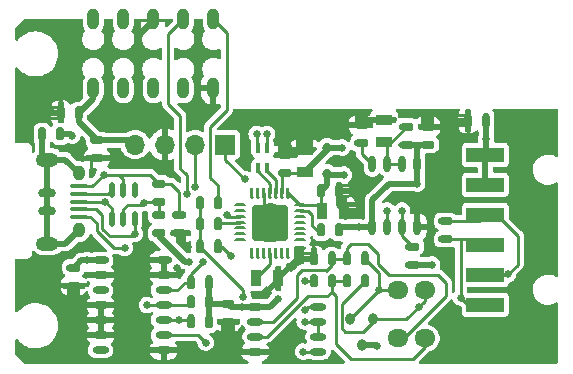
<source format=gbl>
G04 #@! TF.GenerationSoftware,KiCad,Pcbnew,(6.0.0-rc1-387-g70841c6393)*
G04 #@! TF.CreationDate,2022-03-02T22:10:33+08:00*
G04 #@! TF.ProjectId,uw-rs485_hat,75772d72-7334-4383-955f-6861742e6b69,rev?*
G04 #@! TF.SameCoordinates,Original*
G04 #@! TF.FileFunction,Copper,L2,Bot*
G04 #@! TF.FilePolarity,Positive*
%FSLAX46Y46*%
G04 Gerber Fmt 4.6, Leading zero omitted, Abs format (unit mm)*
G04 Created by KiCad (PCBNEW (6.0.0-rc1-387-g70841c6393)) date 2022-03-02 22:10:33*
%MOMM*%
%LPD*%
G01*
G04 APERTURE LIST*
G04 #@! TA.AperFunction,ComponentPad*
%ADD10R,1.700000X1.700000*%
G04 #@! TD*
G04 #@! TA.AperFunction,ComponentPad*
%ADD11O,1.700000X1.700000*%
G04 #@! TD*
G04 #@! TA.AperFunction,SMDPad,CuDef*
%ADD12O,0.254000X0.635000*%
G04 #@! TD*
G04 #@! TA.AperFunction,SMDPad,CuDef*
%ADD13R,0.889000X0.635000*%
G04 #@! TD*
G04 #@! TA.AperFunction,SMDPad,CuDef*
%ADD14O,0.635000X0.254000*%
G04 #@! TD*
G04 #@! TA.AperFunction,SMDPad,CuDef*
%ADD15R,0.635000X0.889000*%
G04 #@! TD*
G04 #@! TA.AperFunction,SMDPad,CuDef*
%ADD16O,0.889000X0.381000*%
G04 #@! TD*
G04 #@! TA.AperFunction,SMDPad,CuDef*
%ADD17R,0.889000X1.016000*%
G04 #@! TD*
G04 #@! TA.AperFunction,SMDPad,CuDef*
%ADD18O,0.381000X0.889000*%
G04 #@! TD*
G04 #@! TA.AperFunction,SMDPad,CuDef*
%ADD19R,1.016000X0.889000*%
G04 #@! TD*
G04 #@! TA.AperFunction,SMDPad,CuDef*
%ADD20O,0.508000X1.320800*%
G04 #@! TD*
G04 #@! TA.AperFunction,SMDPad,CuDef*
%ADD21O,0.812800X1.016000*%
G04 #@! TD*
G04 #@! TA.AperFunction,SMDPad,CuDef*
%ADD22O,1.524000X0.406400*%
G04 #@! TD*
G04 #@! TA.AperFunction,ComponentPad*
%ADD23O,1.016000X1.270000*%
G04 #@! TD*
G04 #@! TA.AperFunction,ComponentPad*
%ADD24O,1.905000X1.193800*%
G04 #@! TD*
G04 #@! TA.AperFunction,SMDPad,CuDef*
%ADD25O,1.524000X0.762000*%
G04 #@! TD*
G04 #@! TA.AperFunction,SMDPad,CuDef*
%ADD26O,0.406400X0.914400*%
G04 #@! TD*
G04 #@! TA.AperFunction,SMDPad,CuDef*
%ADD27O,1.778000X1.524000*%
G04 #@! TD*
G04 #@! TA.AperFunction,SMDPad,CuDef*
%ADD28O,0.254000X1.016000*%
G04 #@! TD*
G04 #@! TA.AperFunction,SMDPad,CuDef*
%ADD29O,1.016000X0.254000*%
G04 #@! TD*
G04 #@! TA.AperFunction,ComponentPad*
%ADD30C,0.609600*%
G04 #@! TD*
G04 #@! TA.AperFunction,SMDPad,CuDef*
%ADD31O,3.048000X0.508000*%
G04 #@! TD*
G04 #@! TA.AperFunction,SMDPad,CuDef*
%ADD32R,0.762000X0.762000*%
G04 #@! TD*
G04 #@! TA.AperFunction,SMDPad,CuDef*
%ADD33R,3.048000X2.540000*%
G04 #@! TD*
G04 #@! TA.AperFunction,SMDPad,CuDef*
%ADD34O,1.399540X0.599440*%
G04 #@! TD*
G04 #@! TA.AperFunction,SMDPad,CuDef*
%ADD35O,0.599440X1.399540*%
G04 #@! TD*
G04 #@! TA.AperFunction,SMDPad,CuDef*
%ADD36O,0.762000X0.914400*%
G04 #@! TD*
G04 #@! TA.AperFunction,SMDPad,CuDef*
%ADD37O,1.016000X1.778000*%
G04 #@! TD*
G04 #@! TA.AperFunction,SMDPad,CuDef*
%ADD38R,3.180000X1.270000*%
G04 #@! TD*
G04 #@! TA.AperFunction,ViaPad*
%ADD39C,0.635000*%
G04 #@! TD*
G04 #@! TA.AperFunction,Conductor*
%ADD40C,0.254000*%
G04 #@! TD*
G04 #@! TA.AperFunction,Conductor*
%ADD41C,0.508000*%
G04 #@! TD*
G04 APERTURE END LIST*
D10*
G04 #@! TO.P,J4,1,Pin_1*
G04 #@! TO.N,/RXDA*
X44958000Y-132969000D03*
D11*
G04 #@! TO.P,J4,2,Pin_2*
G04 #@! TO.N,/TXDA*
X42418000Y-132969000D03*
G04 #@! TO.P,J4,3,Pin_3*
G04 #@! TO.N,GND*
X39878000Y-132969000D03*
G04 #@! TO.P,J4,4,Pin_4*
G04 #@! TO.N,+3.3V*
X37338000Y-132969000D03*
G04 #@! TD*
D12*
G04 #@! TO.P,C1,1*
G04 #@! TO.N,Net-(C1-Pad1)*
X39814500Y-137795000D03*
X38925500Y-137795000D03*
D13*
X39370000Y-137795000D03*
G04 #@! TO.P,C1,2*
G04 #@! TO.N,Net-(C1-Pad2)*
X39370000Y-136271000D03*
D12*
X38925500Y-136271000D03*
X39814500Y-136271000D03*
G04 #@! TD*
D14*
G04 #@! TO.P,C2,1*
G04 #@! TO.N,+5V*
X53086000Y-136461500D03*
D15*
X53086000Y-136906000D03*
D14*
X53086000Y-137350500D03*
G04 #@! TO.P,C2,2*
G04 #@! TO.N,GND*
X54610000Y-137350500D03*
X54610000Y-136461500D03*
D15*
X54610000Y-136906000D03*
G04 #@! TD*
D16*
G04 #@! TO.P,C3,1*
G04 #@! TO.N,+5V*
X53149500Y-138049000D03*
X53149500Y-139065000D03*
D17*
X53149500Y-138557000D03*
D16*
G04 #@! TO.P,C3,2*
G04 #@! TO.N,GND*
X55054500Y-138049000D03*
D17*
X55054500Y-138557000D03*
D16*
X55054500Y-139065000D03*
G04 #@! TD*
D12*
G04 #@! TO.P,C4,1*
G04 #@! TO.N,+3.3V*
X49593500Y-135382000D03*
D13*
X50038000Y-135382000D03*
D12*
X50482500Y-135382000D03*
D13*
G04 #@! TO.P,C4,2*
G04 #@! TO.N,GND*
X50038000Y-133858000D03*
D12*
X50482500Y-133858000D03*
X49593500Y-133858000D03*
G04 #@! TD*
D18*
G04 #@! TO.P,C5,1*
G04 #@! TO.N,+3.3V*
X52197000Y-135318500D03*
D19*
X51689000Y-135318500D03*
D18*
X51181000Y-135318500D03*
G04 #@! TO.P,C5,2*
G04 #@! TO.N,GND*
X51181000Y-133413500D03*
D19*
X51689000Y-133413500D03*
D18*
X52197000Y-133413500D03*
G04 #@! TD*
D16*
G04 #@! TO.P,C6,1*
G04 #@! TO.N,Net-(C6-Pad1)*
X47561500Y-143764000D03*
D17*
X47561500Y-144272000D03*
D16*
X47561500Y-144780000D03*
G04 #@! TO.P,C6,2*
G04 #@! TO.N,GND*
X49466500Y-144780000D03*
X49466500Y-143764000D03*
D17*
X49466500Y-144272000D03*
G04 #@! TD*
D12*
G04 #@! TO.P,C7,1*
G04 #@! TO.N,GND*
X45656500Y-147955000D03*
D13*
X45212000Y-147955000D03*
D12*
X44767500Y-147955000D03*
G04 #@! TO.P,C7,2*
G04 #@! TO.N,+3.3V*
X45656500Y-146431000D03*
X44767500Y-146431000D03*
D13*
X45212000Y-146431000D03*
G04 #@! TD*
D14*
G04 #@! TO.P,C8,1*
G04 #@! TO.N,+3.3V*
X32581850Y-129857500D03*
X32581850Y-130746500D03*
D15*
X32581850Y-130302000D03*
G04 #@! TO.P,C8,2*
G04 #@! TO.N,GND*
X31057850Y-130302000D03*
D14*
X31057850Y-129857500D03*
X31057850Y-130746500D03*
G04 #@! TD*
D13*
G04 #@! TO.P,C9,1*
G04 #@! TO.N,+3.3V*
X34105850Y-132588000D03*
D12*
X33661350Y-132588000D03*
X34550350Y-132588000D03*
G04 #@! TO.P,C9,2*
G04 #@! TO.N,GND*
X33661350Y-134112000D03*
X34550350Y-134112000D03*
D13*
X34105850Y-134112000D03*
G04 #@! TD*
G04 #@! TO.P,C10,1*
G04 #@! TO.N,+3.3V*
X32131000Y-143383000D03*
D12*
X31686500Y-143383000D03*
X32575500Y-143383000D03*
D13*
G04 #@! TO.P,C10,2*
G04 #@! TO.N,GND*
X32131000Y-144907000D03*
D12*
X32575500Y-144907000D03*
X31686500Y-144907000D03*
G04 #@! TD*
D13*
G04 #@! TO.P,C12,1*
G04 #@! TO.N,Net-(C12-Pad1)*
X56515000Y-132842000D03*
D12*
X56070500Y-132842000D03*
X56959500Y-132842000D03*
G04 #@! TO.P,C12,2*
G04 #@! TO.N,GND*
X56070500Y-131318000D03*
D13*
X56515000Y-131318000D03*
D12*
X56959500Y-131318000D03*
G04 #@! TD*
G04 #@! TO.P,C13,1*
G04 #@! TO.N,+3.3V*
X62547500Y-132969000D03*
D13*
X62103000Y-132969000D03*
D12*
X61658500Y-132969000D03*
G04 #@! TO.P,C13,2*
G04 #@! TO.N,GND*
X61658500Y-131445000D03*
X62547500Y-131445000D03*
D13*
X62103000Y-131445000D03*
G04 #@! TD*
D18*
G04 #@! TO.P,C14,1*
G04 #@! TO.N,Net-(C14-Pad1)*
X58928000Y-132778500D03*
D19*
X58420000Y-132778500D03*
D18*
X57912000Y-132778500D03*
G04 #@! TO.P,C14,2*
G04 #@! TO.N,GND*
X57912000Y-130873500D03*
D19*
X58420000Y-130873500D03*
D18*
X58928000Y-130873500D03*
G04 #@! TD*
D20*
G04 #@! TO.P,D1,1,IO1*
G04 #@! TO.N,Net-(D1-Pad1)*
X35356800Y-136829800D03*
G04 #@! TO.P,D1,2,GND*
G04 #@! TO.N,Net-(C1-Pad2)*
X36322000Y-136829800D03*
G04 #@! TO.P,D1,3,IO2*
G04 #@! TO.N,unconnected-(D1-Pad3)*
X37287200Y-136829800D03*
G04 #@! TO.P,D1,4,IO3*
G04 #@! TO.N,Net-(D1-Pad4)*
X37287200Y-139268200D03*
G04 #@! TO.P,D1,5,VDD*
G04 #@! TO.N,Net-(C1-Pad1)*
X36322000Y-139268200D03*
G04 #@! TO.P,D1,6,IO4*
G04 #@! TO.N,Net-(D1-Pad6)*
X35356800Y-139268200D03*
G04 #@! TD*
D21*
G04 #@! TO.P,D3,1,Anode*
G04 #@! TO.N,/B*
X55562500Y-147744180D03*
G04 #@! TO.P,D3,2,cathode*
G04 #@! TO.N,/A*
X57467500Y-147744180D03*
G04 #@! TO.P,D3,3,AK*
G04 #@! TO.N,Net-(D3-Pad3)*
X56515000Y-149943820D03*
G04 #@! TD*
D22*
G04 #@! TO.P,J1,1,VCC*
G04 #@! TO.N,Net-(C1-Pad1)*
X32581850Y-139090400D03*
G04 #@! TO.P,J1,2,D-*
G04 #@! TO.N,Net-(D1-Pad4)*
X32581850Y-138455400D03*
G04 #@! TO.P,J1,3,D+*
G04 #@! TO.N,Net-(D1-Pad6)*
X32581850Y-137795000D03*
G04 #@! TO.P,J1,4,ID*
G04 #@! TO.N,Net-(D1-Pad1)*
X32581850Y-137134600D03*
G04 #@! TO.P,J1,5,GND*
G04 #@! TO.N,Net-(C1-Pad2)*
X32581850Y-136499600D03*
D23*
G04 #@! TO.P,J1,6,CH*
G04 #@! TO.N,Net-(J1-Pad6)*
X32581850Y-135382000D03*
D24*
X29914850Y-134239000D03*
D25*
X29914850Y-137033000D03*
D24*
X29914850Y-141351000D03*
D25*
X29914850Y-138557000D03*
D23*
X32581850Y-140208000D03*
G04 #@! TD*
D13*
G04 #@! TO.P,L1,1,1*
G04 #@! TO.N,+5V*
X39370000Y-140462000D03*
D12*
X39814500Y-140462000D03*
X38925500Y-140462000D03*
G04 #@! TO.P,L1,2,2*
G04 #@! TO.N,Net-(C1-Pad1)*
X38925500Y-138938000D03*
D13*
X39370000Y-138938000D03*
D12*
X39814500Y-138938000D03*
G04 #@! TD*
G04 #@! TO.P,L2,1,1*
G04 #@! TO.N,GND*
X41522650Y-140462000D03*
X40633650Y-140462000D03*
D13*
X41078150Y-140462000D03*
D12*
G04 #@! TO.P,L2,2,2*
G04 #@! TO.N,Net-(C1-Pad2)*
X40633650Y-138938000D03*
D13*
X41078150Y-138938000D03*
D12*
X41522650Y-138938000D03*
G04 #@! TD*
D15*
G04 #@! TO.P,L3,1,1*
G04 #@! TO.N,/RS485A*
X55245000Y-144526000D03*
D14*
X55245000Y-144970500D03*
X55245000Y-144081500D03*
G04 #@! TO.P,L3,2,2*
G04 #@! TO.N,/A*
X56769000Y-144081500D03*
D15*
X56769000Y-144526000D03*
D14*
X56769000Y-144970500D03*
G04 #@! TD*
G04 #@! TO.P,L4,1,1*
G04 #@! TO.N,/RS485B*
X55245000Y-143065500D03*
X55245000Y-142176500D03*
D15*
X55245000Y-142621000D03*
D14*
G04 #@! TO.P,L4,2,2*
G04 #@! TO.N,/B*
X56769000Y-143065500D03*
X56769000Y-142176500D03*
D15*
X56769000Y-142621000D03*
G04 #@! TD*
G04 #@! TO.P,L5,1,1*
G04 #@! TO.N,GND*
X65532000Y-130937000D03*
D14*
X65532000Y-130492500D03*
X65532000Y-131381500D03*
D15*
G04 #@! TO.P,L5,2,2*
G04 #@! TO.N,Net-(D3-Pad3)*
X67056000Y-130937000D03*
D14*
X67056000Y-131381500D03*
X67056000Y-130492500D03*
G04 #@! TD*
G04 #@! TO.P,R2,1*
G04 #@! TO.N,/~{RST}*
X53086000Y-140652500D03*
X53086000Y-139763500D03*
D15*
X53086000Y-140208000D03*
G04 #@! TO.P,R2,2*
G04 #@! TO.N,+3.3V*
X54610000Y-140208000D03*
D14*
X54610000Y-140652500D03*
X54610000Y-139763500D03*
G04 #@! TD*
D15*
G04 #@! TO.P,R3,1*
G04 #@! TO.N,+3.3V*
X52451000Y-144526000D03*
D14*
X52451000Y-144970500D03*
X52451000Y-144081500D03*
G04 #@! TO.P,R3,2*
G04 #@! TO.N,/RS485A*
X53975000Y-144081500D03*
D15*
X53975000Y-144526000D03*
D14*
X53975000Y-144970500D03*
G04 #@! TD*
G04 #@! TO.P,R4,1*
G04 #@! TO.N,GND*
X52451000Y-142176500D03*
D15*
X52451000Y-142621000D03*
D14*
X52451000Y-143065500D03*
G04 #@! TO.P,R4,2*
G04 #@! TO.N,/RS485B*
X53975000Y-142176500D03*
D15*
X53975000Y-142621000D03*
D14*
X53975000Y-143065500D03*
G04 #@! TD*
D13*
G04 #@! TO.P,R5,1*
G04 #@! TO.N,/A*
X63627000Y-140970000D03*
D12*
X64071500Y-140970000D03*
X63182500Y-140970000D03*
G04 #@! TO.P,R5,2*
G04 #@! TO.N,/B*
X64071500Y-139446000D03*
D13*
X63627000Y-139446000D03*
D12*
X63182500Y-139446000D03*
G04 #@! TD*
D14*
G04 #@! TO.P,R6,1*
G04 #@! TO.N,+3.3V*
X43561000Y-145097500D03*
X43561000Y-144208500D03*
D15*
X43561000Y-144653000D03*
D14*
G04 #@! TO.P,R6,2*
G04 #@! TO.N,/TXDU*
X42037000Y-145097500D03*
X42037000Y-144208500D03*
D15*
X42037000Y-144653000D03*
G04 #@! TD*
G04 #@! TO.P,R7,1*
G04 #@! TO.N,+3.3V*
X43561000Y-146304000D03*
D14*
X43561000Y-146748500D03*
X43561000Y-145859500D03*
D15*
G04 #@! TO.P,R7,2*
G04 #@! TO.N,/TXDR*
X42037000Y-146304000D03*
D14*
X42037000Y-146748500D03*
X42037000Y-145859500D03*
G04 #@! TD*
G04 #@! TO.P,R8,1*
G04 #@! TO.N,+3.3V*
X43561000Y-148399500D03*
X43561000Y-147510500D03*
D15*
X43561000Y-147955000D03*
D14*
G04 #@! TO.P,R8,2*
G04 #@! TO.N,/TXDA*
X42037000Y-147510500D03*
X42037000Y-148399500D03*
D15*
X42037000Y-147955000D03*
G04 #@! TD*
G04 #@! TO.P,R9,1*
G04 #@! TO.N,/RXDU*
X44323000Y-139700000D03*
D14*
X44323000Y-140144500D03*
X44323000Y-139255500D03*
G04 #@! TO.P,R9,2*
G04 #@! TO.N,/RXD*
X42799000Y-140144500D03*
X42799000Y-139255500D03*
D15*
X42799000Y-139700000D03*
G04 #@! TD*
D14*
G04 #@! TO.P,R10,1*
G04 #@! TO.N,/RXDR*
X44323000Y-138366500D03*
D15*
X44323000Y-137922000D03*
D14*
X44323000Y-137477500D03*
D15*
G04 #@! TO.P,R10,2*
G04 #@! TO.N,/RXD*
X42799000Y-137922000D03*
D14*
X42799000Y-138366500D03*
X42799000Y-137477500D03*
G04 #@! TD*
G04 #@! TO.P,R11,1*
G04 #@! TO.N,/RXDA*
X44323000Y-141160500D03*
X44323000Y-142049500D03*
D15*
X44323000Y-141605000D03*
D14*
G04 #@! TO.P,R11,2*
G04 #@! TO.N,/RXD*
X42799000Y-141160500D03*
X42799000Y-142049500D03*
D15*
X42799000Y-141605000D03*
G04 #@! TD*
D12*
G04 #@! TO.P,R12,1*
G04 #@! TO.N,+3.3V*
X60388500Y-143129000D03*
D13*
X60833000Y-143129000D03*
D12*
X61277500Y-143129000D03*
G04 #@! TO.P,R12,2*
G04 #@! TO.N,/TXD*
X60388500Y-141605000D03*
X61277500Y-141605000D03*
D13*
X60833000Y-141605000D03*
G04 #@! TD*
D12*
G04 #@! TO.P,R13,1*
G04 #@! TO.N,+3.3V*
X59880500Y-132969000D03*
D13*
X60325000Y-132969000D03*
D12*
X60769500Y-132969000D03*
G04 #@! TO.P,R13,2*
G04 #@! TO.N,Net-(C14-Pad1)*
X60769500Y-131445000D03*
D13*
X60325000Y-131445000D03*
D12*
X59880500Y-131445000D03*
G04 #@! TD*
D26*
G04 #@! TO.P,T1,1,1*
G04 #@! TO.N,Net-(D1-Pad6)*
X47726600Y-133248400D03*
G04 #@! TO.P,T1,2,2*
G04 #@! TO.N,/USB_DP*
X47726600Y-134975600D03*
G04 #@! TO.P,T1,3,3*
G04 #@! TO.N,/USB_DM*
X48539400Y-134975600D03*
G04 #@! TO.P,T1,4,4*
G04 #@! TO.N,Net-(D1-Pad4)*
X48539400Y-133248400D03*
G04 #@! TD*
D27*
G04 #@! TO.P,T2,1,1*
G04 #@! TO.N,/RS485A*
X61849000Y-149352000D03*
G04 #@! TO.P,T2,2,2*
G04 #@! TO.N,/A*
X61849000Y-145288000D03*
G04 #@! TO.P,T2,3,3*
G04 #@! TO.N,/B*
X59563000Y-145288000D03*
G04 #@! TO.P,T2,4,4*
G04 #@! TO.N,/RS485B*
X59563000Y-149352000D03*
G04 #@! TD*
D28*
G04 #@! TO.P,U1,1,~{DCD}*
G04 #@! TO.N,unconnected-(U1-Pad1)*
X47269400Y-137033000D03*
G04 #@! TO.P,U1,2,~{RI}*
G04 #@! TO.N,unconnected-(U1-Pad2)*
X47777400Y-137033000D03*
G04 #@! TO.P,U1,3,GND*
G04 #@! TO.N,GND*
X48272700Y-137033000D03*
G04 #@! TO.P,U1,4,D+*
G04 #@! TO.N,/USB_DP*
X48768000Y-137033000D03*
G04 #@! TO.P,U1,5,D-*
G04 #@! TO.N,/USB_DM*
X49276000Y-137033000D03*
G04 #@! TO.P,U1,6,VDD*
G04 #@! TO.N,+3.3V*
X49771300Y-137033000D03*
G04 #@! TO.P,U1,7,REGIN*
G04 #@! TO.N,+5V*
X50266600Y-137033000D03*
D29*
G04 #@! TO.P,U1,8,VBUS*
X51308000Y-138074400D03*
G04 #@! TO.P,U1,9,~{RST}*
G04 #@! TO.N,/~{RST}*
X51308000Y-138582400D03*
G04 #@! TO.P,U1,10,NC*
G04 #@! TO.N,unconnected-(U1-Pad10)*
X51308000Y-139077700D03*
G04 #@! TO.P,U1,11,~{SUSPEND}*
G04 #@! TO.N,unconnected-(U1-Pad11)*
X51308000Y-139573000D03*
G04 #@! TO.P,U1,12,SUSPEND*
G04 #@! TO.N,unconnected-(U1-Pad12)*
X51308000Y-140081000D03*
G04 #@! TO.P,U1,13,NC*
G04 #@! TO.N,unconnected-(U1-Pad13)*
X51308000Y-140576300D03*
G04 #@! TO.P,U1,14,NC*
G04 #@! TO.N,unconnected-(U1-Pad14)*
X51308000Y-141071600D03*
D28*
G04 #@! TO.P,U1,15,NC*
G04 #@! TO.N,unconnected-(U1-Pad15)*
X50266600Y-142113000D03*
G04 #@! TO.P,U1,16,NC*
G04 #@! TO.N,unconnected-(U1-Pad16)*
X49758600Y-142113000D03*
G04 #@! TO.P,U1,17,NC*
G04 #@! TO.N,unconnected-(U1-Pad17)*
X49263300Y-142113000D03*
G04 #@! TO.P,U1,18,NC/VPP*
G04 #@! TO.N,Net-(C6-Pad1)*
X48768000Y-142113000D03*
G04 #@! TO.P,U1,19,NC*
G04 #@! TO.N,unconnected-(U1-Pad19)*
X48260000Y-142113000D03*
G04 #@! TO.P,U1,20,NC*
G04 #@! TO.N,unconnected-(U1-Pad20)*
X47764700Y-142113000D03*
G04 #@! TO.P,U1,21,NC*
G04 #@! TO.N,unconnected-(U1-Pad21)*
X47269400Y-142113000D03*
D29*
G04 #@! TO.P,U1,22,NC*
G04 #@! TO.N,unconnected-(U1-Pad22)*
X46228000Y-141071600D03*
G04 #@! TO.P,U1,23,~{CTS}*
G04 #@! TO.N,unconnected-(U1-Pad23)*
X46228000Y-140563600D03*
G04 #@! TO.P,U1,24,~{RTS}*
G04 #@! TO.N,unconnected-(U1-Pad24)*
X46228000Y-140068300D03*
G04 #@! TO.P,U1,25,RXD*
G04 #@! TO.N,/RXDU*
X46228000Y-139573000D03*
G04 #@! TO.P,U1,26,TXD*
G04 #@! TO.N,/TXDU*
X46228000Y-139065000D03*
G04 #@! TO.P,U1,27,~{DSR}*
G04 #@! TO.N,unconnected-(U1-Pad27)*
X46228000Y-138569700D03*
G04 #@! TO.P,U1,28,~{DTR}*
G04 #@! TO.N,unconnected-(U1-Pad28)*
X46228000Y-138074400D03*
D30*
G04 #@! TO.P,U1,29,GND*
G04 #@! TO.N,GND*
X49657000Y-139573000D03*
D31*
X48768000Y-140843000D03*
D32*
X47879000Y-138684000D03*
D30*
X48768000Y-138684000D03*
D32*
X48768000Y-139573000D03*
D31*
X48768000Y-138303000D03*
D30*
X48768000Y-140462000D03*
D32*
X49657000Y-140462000D03*
D30*
X47879000Y-139573000D03*
D33*
X48768000Y-139573000D03*
D32*
X47879000Y-140462000D03*
X49657000Y-138684000D03*
G04 #@! TD*
D34*
G04 #@! TO.P,U2,1,RO*
G04 #@! TO.N,/RXD*
X52832000Y-146685000D03*
G04 #@! TO.P,U2,2,~{RE}*
G04 #@! TO.N,/TXEN*
X52832000Y-147955000D03*
G04 #@! TO.P,U2,3,DE*
X52832000Y-149225000D03*
G04 #@! TO.P,U2,4,DI*
G04 #@! TO.N,/TXD*
X52832000Y-150495000D03*
G04 #@! TO.P,U2,5,GND*
G04 #@! TO.N,GND*
X47498000Y-150495000D03*
G04 #@! TO.P,U2,6,A/Y*
G04 #@! TO.N,/RS485A*
X47498000Y-149225000D03*
G04 #@! TO.P,U2,7,B/Z*
G04 #@! TO.N,/RS485B*
X47498000Y-147955000D03*
G04 #@! TO.P,U2,8,VCC*
G04 #@! TO.N,+3.3V*
X47498000Y-146685000D03*
G04 #@! TD*
G04 #@! TO.P,U3,1,1A*
G04 #@! TO.N,GND*
X39751000Y-142748000D03*
G04 #@! TO.P,U3,2,1B*
X39751000Y-144018000D03*
G04 #@! TO.P,U3,3,2A*
G04 #@! TO.N,/TXDU*
X39751000Y-145288000D03*
G04 #@! TO.P,U3,4,2B*
G04 #@! TO.N,/TXDR*
X39751000Y-146558000D03*
G04 #@! TO.P,U3,5,2C*
G04 #@! TO.N,/TXDA*
X39751000Y-147828000D03*
G04 #@! TO.P,U3,6,2Y*
G04 #@! TO.N,/TXD*
X39751000Y-149098000D03*
G04 #@! TO.P,U3,7,GND*
G04 #@! TO.N,GND*
X39751000Y-150368000D03*
G04 #@! TO.P,U3,8,3Y*
G04 #@! TO.N,unconnected-(U3-Pad8)*
X34417000Y-150368000D03*
G04 #@! TO.P,U3,9,3A*
G04 #@! TO.N,GND*
X34417000Y-149098000D03*
G04 #@! TO.P,U3,10,3B*
X34417000Y-147828000D03*
G04 #@! TO.P,U3,11,3C*
X34417000Y-146558000D03*
G04 #@! TO.P,U3,12,1Y*
G04 #@! TO.N,unconnected-(U3-Pad12)*
X34417000Y-145288000D03*
G04 #@! TO.P,U3,13,1C*
G04 #@! TO.N,GND*
X34417000Y-144018000D03*
G04 #@! TO.P,U3,14,VCC*
G04 #@! TO.N,+3.3V*
X34417000Y-142748000D03*
G04 #@! TD*
D35*
G04 #@! TO.P,U4,1,GND*
G04 #@! TO.N,GND*
X61214000Y-139954000D03*
G04 #@! TO.P,U4,2,~{Trigger}*
G04 #@! TO.N,/TXD*
X59944000Y-139954000D03*
G04 #@! TO.P,U4,3,Output*
G04 #@! TO.N,/TXEN*
X58674000Y-139954000D03*
G04 #@! TO.P,U4,4,~{Reset}*
G04 #@! TO.N,+3.3V*
X57404000Y-139954000D03*
G04 #@! TO.P,U4,5,Control*
G04 #@! TO.N,Net-(C12-Pad1)*
X57404000Y-134620000D03*
G04 #@! TO.P,U4,6,Threshold*
G04 #@! TO.N,Net-(C14-Pad1)*
X58674000Y-134620000D03*
G04 #@! TO.P,U4,7,Discharge*
X59944000Y-134620000D03*
G04 #@! TO.P,U4,8,VCC*
G04 #@! TO.N,+3.3V*
X61214000Y-134620000D03*
G04 #@! TD*
D15*
G04 #@! TO.P,R1,1*
G04 #@! TO.N,Net-(J1-Pad6)*
X29464000Y-132080000D03*
D14*
X29464000Y-131635500D03*
X29464000Y-132524500D03*
D15*
G04 #@! TO.P,R1,2*
G04 #@! TO.N,Net-(C1-Pad2)*
X30988000Y-132080000D03*
D14*
X30988000Y-132524500D03*
X30988000Y-131635500D03*
G04 #@! TD*
D36*
G04 #@! TO.P,D2,1,A*
G04 #@! TO.N,+3.3V*
X53594000Y-133248400D03*
G04 #@! TO.P,D2,2,K*
G04 #@! TO.N,+5V*
X53594000Y-135483600D03*
G04 #@! TD*
D37*
G04 #@! TO.P,J3,1,5V*
G04 #@! TO.N,unconnected-(J3-Pad1)*
X33782000Y-122377200D03*
G04 #@! TO.P,J3,2,3.3V*
G04 #@! TO.N,+3.3V*
X33782000Y-128219200D03*
G04 #@! TO.P,J3,3,5V*
G04 #@! TO.N,unconnected-(J3-Pad3)*
X36322000Y-122377200D03*
G04 #@! TO.P,J3,4,GPIO_02(SDA1)*
G04 #@! TO.N,unconnected-(J3-Pad4)*
X36322000Y-128219200D03*
G04 #@! TO.P,J3,5,GND*
G04 #@! TO.N,GND*
X38862000Y-122377200D03*
G04 #@! TO.P,J3,6,GPIO_03(SCL1)*
G04 #@! TO.N,unconnected-(J3-Pad6)*
X38862000Y-128219200D03*
G04 #@! TO.P,J3,7,GPIO_14(TXD0)*
G04 #@! TO.N,/TXDR*
X41402000Y-122377200D03*
G04 #@! TO.P,J3,8,GPIO_04(GPIO_GCLK)*
G04 #@! TO.N,unconnected-(J3-Pad8)*
X41402000Y-128219200D03*
G04 #@! TO.P,J3,9,GPIO_15(RXD0)*
G04 #@! TO.N,/RXDR*
X43942000Y-122377200D03*
G04 #@! TO.P,J3,10,GND*
G04 #@! TO.N,GND*
X43942000Y-128219200D03*
G04 #@! TD*
D38*
G04 #@! TO.P,J2,1,Pin_1*
G04 #@! TO.N,/A*
X66990000Y-146524500D03*
G04 #@! TO.P,J2,2,Pin_2*
G04 #@! TO.N,/B*
X66990000Y-143984500D03*
G04 #@! TO.P,J2,3,Pin_3*
G04 #@! TO.N,/A*
X66990000Y-141444500D03*
G04 #@! TO.P,J2,4,Pin_4*
G04 #@! TO.N,/B*
X66990000Y-138904500D03*
G04 #@! TO.P,J2,5,Pin_5*
G04 #@! TO.N,Net-(D3-Pad3)*
X66990000Y-136364500D03*
G04 #@! TO.P,J2,6,Pin_6*
X66990000Y-133824500D03*
G04 #@! TD*
D39*
G04 #@! TO.N,GND*
X40894000Y-143383000D03*
X41783000Y-141605000D03*
X48387000Y-145542000D03*
X45212000Y-149352000D03*
X36068000Y-147828000D03*
X36068000Y-149098000D03*
X37465000Y-150368000D03*
X36576000Y-142748000D03*
X36576000Y-144018000D03*
X33020000Y-146558000D03*
X61214000Y-138303000D03*
X55880000Y-136906000D03*
G04 #@! TO.N,Net-(D3-Pad3)*
X67056000Y-132461000D03*
X57785000Y-149987000D03*
G04 #@! TO.N,+3.3V*
X46355000Y-146685000D03*
X33274000Y-142748000D03*
X56261000Y-139954000D03*
X62484000Y-143129000D03*
X54864000Y-133223000D03*
X61214000Y-136271000D03*
X49403000Y-146050000D03*
G04 #@! TO.N,GND*
X29845000Y-129794000D03*
X35560000Y-134112000D03*
G04 #@! TO.N,Net-(C1-Pad2)*
X32004000Y-132207000D03*
X34671000Y-135509000D03*
G04 #@! TO.N,GND*
X37592000Y-129413000D03*
X43688000Y-129921000D03*
X51689000Y-131445000D03*
X54229000Y-131318000D03*
X64389000Y-130937000D03*
G04 #@! TO.N,+5V*
X54991000Y-135509000D03*
X41910000Y-142875000D03*
G04 #@! TO.N,/RXD*
X51702140Y-146952140D03*
X46492718Y-145858695D03*
G04 #@! TO.N,/TXD*
X43307000Y-149733000D03*
X51562000Y-150495000D03*
X59944000Y-138557000D03*
G04 #@! TO.N,/TXEN*
X58674000Y-138557000D03*
X51689000Y-147955000D03*
G04 #@! TO.N,/B*
X68897500Y-143954500D03*
X58018680Y-145288000D03*
G04 #@! TO.N,/A*
X64897000Y-145923000D03*
X61341000Y-146685000D03*
G04 #@! TO.N,+3.3V*
X51701200Y-144526000D03*
G04 #@! TO.N,/TXDR*
X38354000Y-146558000D03*
X41725350Y-137140623D03*
G04 #@! TO.N,/TXDA*
X41021000Y-147828000D03*
X42418000Y-136525000D03*
G04 #@! TO.N,/RXDA*
X46609000Y-135890000D03*
X45466000Y-142367000D03*
G04 #@! TO.N,/TXDU*
X43053000Y-142875000D03*
X45085000Y-138925800D03*
G04 #@! TO.N,Net-(D1-Pad4)*
X48514000Y-132080000D03*
X37287200Y-140512800D03*
G04 #@! TO.N,Net-(D1-Pad6)*
X47625000Y-132080000D03*
X34798000Y-137795000D03*
G04 #@! TO.N,Net-(C1-Pad1)*
X38100000Y-137922000D03*
X36449000Y-141732000D03*
G04 #@! TD*
D40*
G04 #@! TO.N,/TXD*
X59944000Y-140716000D02*
X60833000Y-141605000D01*
X59944000Y-139954000D02*
X59944000Y-140716000D01*
G04 #@! TO.N,/RXD*
X42799000Y-141605000D02*
X46492718Y-145298718D01*
X46492718Y-145298718D02*
X46492718Y-145858695D01*
D41*
G04 #@! TO.N,GND*
X49466500Y-144462500D02*
X48387000Y-145542000D01*
X49466500Y-144272000D02*
X49466500Y-144462500D01*
X51117500Y-142621000D02*
X49466500Y-144272000D01*
X52451000Y-142621000D02*
X51117500Y-142621000D01*
X46355000Y-150495000D02*
X45212000Y-149352000D01*
X47498000Y-150495000D02*
X46355000Y-150495000D01*
X45212000Y-147955000D02*
X45212000Y-149352000D01*
X34417000Y-147828000D02*
X36068000Y-147828000D01*
X34417000Y-149098000D02*
X36068000Y-149098000D01*
X39751000Y-150368000D02*
X37465000Y-150368000D01*
X39751000Y-142748000D02*
X36576000Y-142748000D01*
X39751000Y-144018000D02*
X36576000Y-144018000D01*
X34417000Y-144018000D02*
X36576000Y-144018000D01*
X32131000Y-145669000D02*
X33020000Y-146558000D01*
X32131000Y-144907000D02*
X32131000Y-145669000D01*
X34417000Y-146558000D02*
X33020000Y-146558000D01*
X61214000Y-139954000D02*
X61214000Y-138303000D01*
X54610000Y-136906000D02*
X55880000Y-136906000D01*
X54610000Y-138112500D02*
X55054500Y-138557000D01*
X54610000Y-136906000D02*
X54610000Y-138112500D01*
G04 #@! TO.N,Net-(D3-Pad3)*
X67056000Y-130937000D02*
X67056000Y-132461000D01*
X57741820Y-149943820D02*
X57785000Y-149987000D01*
X67056000Y-132461000D02*
X67056000Y-133758500D01*
X56515000Y-149943820D02*
X57741820Y-149943820D01*
G04 #@! TO.N,+3.3V*
X45466000Y-146685000D02*
X45212000Y-146431000D01*
X47498000Y-146685000D02*
X45466000Y-146685000D01*
X34417000Y-142748000D02*
X33274000Y-142748000D01*
X33274000Y-142748000D02*
X32766000Y-142748000D01*
D40*
G04 #@! TO.N,Net-(C1-Pad1)*
X34087280Y-139624280D02*
X33553400Y-139090400D01*
X34087280Y-140270179D02*
X34087280Y-139624280D01*
X35549101Y-141732000D02*
X34087280Y-140270179D01*
X33553400Y-139090400D02*
X32581850Y-139090400D01*
X36449000Y-141732000D02*
X35549101Y-141732000D01*
G04 #@! TO.N,Net-(D1-Pad6)*
X35356800Y-138353800D02*
X35356800Y-139268200D01*
X34798000Y-137795000D02*
X35356800Y-138353800D01*
X32581850Y-137795000D02*
X34798000Y-137795000D01*
D41*
G04 #@! TO.N,+3.3V*
X56261000Y-139954000D02*
X54864000Y-139954000D01*
X57404000Y-139954000D02*
X56261000Y-139954000D01*
X60833000Y-143129000D02*
X62484000Y-143129000D01*
X57404000Y-137668000D02*
X57404000Y-139954000D01*
X58801000Y-136271000D02*
X57404000Y-137668000D01*
X61214000Y-136271000D02*
X58801000Y-136271000D01*
X53619400Y-133223000D02*
X53594000Y-133248400D01*
X54864000Y-133223000D02*
X53619400Y-133223000D01*
X61214000Y-134620000D02*
X61214000Y-136271000D01*
X61214000Y-134620000D02*
X61214000Y-133223000D01*
X61468000Y-132969000D02*
X62103000Y-132969000D01*
X59880500Y-132969000D02*
X61468000Y-132969000D01*
X61214000Y-133223000D02*
X61468000Y-132969000D01*
X53594000Y-133413500D02*
X51689000Y-135318500D01*
X53594000Y-133248400D02*
X53594000Y-133413500D01*
X54864000Y-139954000D02*
X54610000Y-140208000D01*
X48768000Y-146685000D02*
X49403000Y-146050000D01*
X47498000Y-146685000D02*
X48768000Y-146685000D01*
X43688000Y-146431000D02*
X43561000Y-146304000D01*
X45212000Y-146431000D02*
X43688000Y-146431000D01*
X43561000Y-144653000D02*
X43561000Y-147955000D01*
X32766000Y-142748000D02*
X32131000Y-143383000D01*
G04 #@! TO.N,GND*
X30353000Y-130302000D02*
X29845000Y-129794000D01*
X31057850Y-130302000D02*
X30353000Y-130302000D01*
X34550350Y-134112000D02*
X35560000Y-134112000D01*
G04 #@! TO.N,Net-(C1-Pad2)*
X31877000Y-132080000D02*
X32004000Y-132207000D01*
X30988000Y-132080000D02*
X31877000Y-132080000D01*
G04 #@! TO.N,Net-(J1-Pad6)*
X31438850Y-134239000D02*
X32581850Y-135382000D01*
X29914850Y-134239000D02*
X31438850Y-134239000D01*
X31438850Y-141351000D02*
X32581850Y-140208000D01*
X29914850Y-141351000D02*
X31438850Y-141351000D01*
X29914850Y-137033000D02*
X29914850Y-141351000D01*
X29914850Y-134239000D02*
X29914850Y-137033000D01*
X29464000Y-133788150D02*
X29914850Y-134239000D01*
X29464000Y-132080000D02*
X29464000Y-133788150D01*
G04 #@! TO.N,+3.3V*
X37084000Y-132588000D02*
X37338000Y-132842000D01*
X34105850Y-132588000D02*
X37084000Y-132588000D01*
X32581850Y-131064000D02*
X34105850Y-132588000D01*
X32581850Y-130302000D02*
X32581850Y-131064000D01*
X33782000Y-128219200D02*
X33782000Y-129101850D01*
X33782000Y-129101850D02*
X32581850Y-130302000D01*
G04 #@! TO.N,GND*
X37592000Y-123795850D02*
X37592000Y-129413000D01*
X37831425Y-123556425D02*
X37592000Y-123795850D01*
X38862000Y-122525850D02*
X37831425Y-123556425D01*
X38862000Y-122377200D02*
X38862000Y-122525850D01*
X43942000Y-129667000D02*
X43688000Y-129921000D01*
X43942000Y-128219200D02*
X43942000Y-129667000D01*
X51689000Y-133413500D02*
X51689000Y-131445000D01*
X50482500Y-133413500D02*
X50038000Y-133858000D01*
X51689000Y-133413500D02*
X50482500Y-133413500D01*
X56959500Y-131318000D02*
X54229000Y-131318000D01*
X56959500Y-130873500D02*
X56515000Y-131318000D01*
X58420000Y-130873500D02*
X56959500Y-130873500D01*
X63881000Y-131445000D02*
X64389000Y-130937000D01*
X62103000Y-131445000D02*
X63881000Y-131445000D01*
X65532000Y-130937000D02*
X64389000Y-130937000D01*
G04 #@! TO.N,Net-(D3-Pad3)*
X67056000Y-133758500D02*
X66990000Y-133824500D01*
X66990000Y-136364500D02*
X66990000Y-133824500D01*
D40*
G04 #@! TO.N,Net-(C14-Pad1)*
X58991500Y-132778500D02*
X60325000Y-131445000D01*
X58420000Y-132778500D02*
X58991500Y-132778500D01*
X59944000Y-134620000D02*
X58674000Y-134620000D01*
G04 #@! TO.N,Net-(C12-Pad1)*
X56515000Y-133731000D02*
X57404000Y-134620000D01*
X56515000Y-132842000D02*
X56515000Y-133731000D01*
G04 #@! TO.N,Net-(C14-Pad1)*
X58674000Y-133032500D02*
X58420000Y-132778500D01*
X58674000Y-134620000D02*
X58674000Y-133032500D01*
D41*
G04 #@! TO.N,+5V*
X53594000Y-136398000D02*
X53086000Y-136906000D01*
X53594000Y-135483600D02*
X53594000Y-136398000D01*
X53619400Y-135509000D02*
X53594000Y-135483600D01*
X54991000Y-135509000D02*
X53619400Y-135509000D01*
X39370000Y-140716000D02*
X40132000Y-141478000D01*
X40132000Y-141478000D02*
X41529000Y-142875000D01*
X39370000Y-140462000D02*
X39370000Y-140716000D01*
X41529000Y-142875000D02*
X41910000Y-142875000D01*
D40*
G04 #@! TO.N,GND*
X48272700Y-138188700D02*
X48768000Y-138684000D01*
X48272700Y-137033000D02*
X48272700Y-138188700D01*
G04 #@! TO.N,/RXD*
X51969280Y-146685000D02*
X51702140Y-146952140D01*
X52832000Y-146685000D02*
X51969280Y-146685000D01*
G04 #@! TO.N,/TXD*
X42672000Y-149098000D02*
X43307000Y-149733000D01*
X39751000Y-149098000D02*
X42672000Y-149098000D01*
X59944000Y-139954000D02*
X59944000Y-138557000D01*
X51562000Y-150495000D02*
X52832000Y-150495000D01*
G04 #@! TO.N,/TXEN*
X51689000Y-147955000D02*
X52832000Y-147955000D01*
X58674000Y-139954000D02*
X58674000Y-138557000D01*
G04 #@! TO.N,/B*
X69723000Y-143129000D02*
X68897500Y-143954500D01*
X68897500Y-143954500D02*
X68834000Y-144018000D01*
G04 #@! TO.N,/A*
X57467500Y-147744180D02*
X60281820Y-147744180D01*
X60281820Y-147744180D02*
X61849000Y-146177000D01*
X61849000Y-146177000D02*
X61849000Y-145288000D01*
X64897000Y-145923000D02*
X65498500Y-146524500D01*
X64897000Y-140970000D02*
X64897000Y-145923000D01*
X64897000Y-140970000D02*
X66515500Y-140970000D01*
X63627000Y-140970000D02*
X64897000Y-140970000D01*
X65498500Y-146524500D02*
X66990000Y-146524500D01*
G04 #@! TO.N,/B*
X67023500Y-144018000D02*
X66990000Y-143984500D01*
X69723000Y-140682500D02*
X69723000Y-143129000D01*
X68834000Y-144018000D02*
X67023500Y-144018000D01*
X67945000Y-138904500D02*
X69723000Y-140682500D01*
X66990000Y-138904500D02*
X67945000Y-138904500D01*
X66448500Y-139446000D02*
X66990000Y-138904500D01*
X64071500Y-139446000D02*
X66448500Y-139446000D01*
G04 #@! TO.N,/A*
X66515500Y-140970000D02*
X66990000Y-141444500D01*
X57467500Y-148018500D02*
X57467500Y-147744180D01*
X56642000Y-148844000D02*
X57467500Y-148018500D01*
X55118000Y-148844000D02*
X56642000Y-148844000D01*
X54812720Y-148538720D02*
X55118000Y-148844000D01*
X54812720Y-146482280D02*
X54812720Y-148538720D01*
X56769000Y-144526000D02*
X54812720Y-146482280D01*
G04 #@! TO.N,/RS485B*
X60071000Y-149352000D02*
X59563000Y-149352000D01*
X63627000Y-144653000D02*
X63627000Y-145796000D01*
X62992000Y-144018000D02*
X63627000Y-144653000D01*
X58811900Y-144018000D02*
X62992000Y-144018000D01*
X57912000Y-143118100D02*
X58811900Y-144018000D01*
X57912000Y-142240000D02*
X57912000Y-143118100D01*
X57023000Y-141351000D02*
X57912000Y-142240000D01*
X55626000Y-141351000D02*
X57023000Y-141351000D01*
X55245000Y-141732000D02*
X55626000Y-141351000D01*
X55245000Y-142621000D02*
X55245000Y-141732000D01*
X63627000Y-145796000D02*
X60071000Y-149352000D01*
G04 #@! TO.N,/RS485A*
X61849000Y-150114000D02*
X61849000Y-149352000D01*
X60833000Y-151130000D02*
X61849000Y-150114000D01*
X55626000Y-151130000D02*
X60833000Y-151130000D01*
X54356000Y-149860000D02*
X55626000Y-151130000D01*
X54356000Y-145796000D02*
X54356000Y-149860000D01*
X53975000Y-145415000D02*
X54356000Y-145796000D01*
G04 #@! TO.N,/B*
X58018680Y-143870680D02*
X58018680Y-145288000D01*
X56769000Y-142621000D02*
X58018680Y-143870680D01*
X58018680Y-145288000D02*
X55562500Y-147744180D01*
X59563000Y-145288000D02*
X58018680Y-145288000D01*
G04 #@! TO.N,/TXEN*
X52832000Y-147955000D02*
X52832000Y-149225000D01*
G04 #@! TO.N,+3.3V*
X52451000Y-144526000D02*
X51701200Y-144526000D01*
G04 #@! TO.N,/RS485A*
X51943000Y-145796000D02*
X48514000Y-149225000D01*
X53594000Y-145796000D02*
X51943000Y-145796000D01*
X48514000Y-149225000D02*
X47498000Y-149225000D01*
X53975000Y-145415000D02*
X53594000Y-145796000D01*
X53975000Y-144526000D02*
X53975000Y-145415000D01*
X53975000Y-144526000D02*
X55245000Y-144526000D01*
G04 #@! TO.N,/RS485B*
X53975000Y-142621000D02*
X55245000Y-142621000D01*
X53467000Y-143637000D02*
X53975000Y-143129000D01*
X53975000Y-143129000D02*
X53975000Y-142621000D01*
X53454780Y-143624780D02*
X53467000Y-143637000D01*
X51447220Y-143624780D02*
X53454780Y-143624780D01*
X51054000Y-144018000D02*
X51447220Y-143624780D01*
X51054000Y-145923000D02*
X51054000Y-144018000D01*
X49022000Y-147955000D02*
X51054000Y-145923000D01*
X47498000Y-147955000D02*
X49022000Y-147955000D01*
G04 #@! TO.N,/TXDU*
X42037000Y-143891000D02*
X42037000Y-144653000D01*
X43053000Y-142875000D02*
X42037000Y-143891000D01*
G04 #@! TO.N,/TXDR*
X38354000Y-146558000D02*
X39751000Y-146558000D01*
X41725350Y-135578350D02*
X41725350Y-137140623D01*
X41529000Y-135382000D02*
X41725350Y-135578350D01*
G04 #@! TO.N,/TXDA*
X42418000Y-136525000D02*
X42418000Y-132842000D01*
G04 #@! TO.N,/TXDR*
X41148000Y-135001000D02*
X41529000Y-135382000D01*
X41148000Y-130556000D02*
X41148000Y-132461000D01*
X40132000Y-129540000D02*
X41021000Y-130429000D01*
X41148000Y-132461000D02*
X41148000Y-135001000D01*
X40132000Y-123647200D02*
X40132000Y-124587000D01*
X40132000Y-124587000D02*
X40132000Y-129540000D01*
X41402000Y-122377200D02*
X40132000Y-123647200D01*
X41021000Y-130429000D02*
X41148000Y-130556000D01*
G04 #@! TO.N,/TXDA*
X41021000Y-147828000D02*
X41910000Y-147828000D01*
X39751000Y-147828000D02*
X41021000Y-147828000D01*
G04 #@! TO.N,/RXDA*
X44958000Y-134239000D02*
X44958000Y-132842000D01*
X46609000Y-135890000D02*
X44958000Y-134239000D01*
G04 #@! TO.N,/RXDR*
X44323000Y-136398000D02*
X44323000Y-137922000D01*
X43688000Y-135763000D02*
X44323000Y-136398000D01*
X45085000Y-130048000D02*
X43688000Y-131445000D01*
X43688000Y-131445000D02*
X43688000Y-135763000D01*
X45085000Y-123520200D02*
X45085000Y-130048000D01*
X43942000Y-122377200D02*
X45085000Y-123520200D01*
G04 #@! TO.N,/RXDA*
X44704000Y-141605000D02*
X45466000Y-142367000D01*
X44323000Y-141605000D02*
X44704000Y-141605000D01*
G04 #@! TO.N,/RXD*
X42799000Y-139700000D02*
X42799000Y-141605000D01*
X42799000Y-137922000D02*
X42799000Y-139700000D01*
G04 #@! TO.N,/TXDA*
X41910000Y-147828000D02*
X42037000Y-147955000D01*
G04 #@! TO.N,/TXDR*
X41783000Y-146558000D02*
X42037000Y-146304000D01*
X39751000Y-146558000D02*
X41783000Y-146558000D01*
G04 #@! TO.N,/TXDU*
X40894000Y-145288000D02*
X41529000Y-144653000D01*
X39751000Y-145288000D02*
X40894000Y-145288000D01*
X41529000Y-144653000D02*
X42037000Y-144653000D01*
X45224200Y-139065000D02*
X45085000Y-138925800D01*
X46228000Y-139065000D02*
X45224200Y-139065000D01*
G04 #@! TO.N,/RXDU*
X44450000Y-139573000D02*
X44323000Y-139700000D01*
X46228000Y-139573000D02*
X44450000Y-139573000D01*
G04 #@! TO.N,Net-(C6-Pad1)*
X48768000Y-143065500D02*
X47561500Y-144272000D01*
X48768000Y-142113000D02*
X48768000Y-143065500D01*
G04 #@! TO.N,/~{RST}*
X52705000Y-140208000D02*
X53086000Y-140208000D01*
X52324000Y-139827000D02*
X52705000Y-140208000D01*
X51968400Y-138582400D02*
X52324000Y-138938000D01*
X52324000Y-138938000D02*
X52324000Y-139827000D01*
X51308000Y-138582400D02*
X51968400Y-138582400D01*
G04 #@! TO.N,+5V*
X50266600Y-137033000D02*
X51308000Y-138074400D01*
X53086000Y-138493500D02*
X53149500Y-138557000D01*
X53086000Y-136906000D02*
X53086000Y-138493500D01*
X53124100Y-138074400D02*
X53149500Y-138049000D01*
X51308000Y-138074400D02*
X53124100Y-138074400D01*
G04 #@! TO.N,+3.3V*
X50038000Y-135382000D02*
X51625500Y-135382000D01*
X51625500Y-135382000D02*
X51689000Y-135318500D01*
X49771300Y-135648700D02*
X50038000Y-135382000D01*
X49771300Y-137033000D02*
X49771300Y-135648700D01*
G04 #@! TO.N,/USB_DM*
X48539400Y-135229600D02*
X48539400Y-134975600D01*
X49276000Y-135966200D02*
X48539400Y-135229600D01*
X49276000Y-137033000D02*
X49276000Y-135966200D01*
G04 #@! TO.N,/USB_DP*
X48768000Y-136271000D02*
X47726600Y-135229600D01*
X47726600Y-135229600D02*
X47726600Y-134975600D01*
X48768000Y-137033000D02*
X48768000Y-136271000D01*
G04 #@! TO.N,Net-(D1-Pad4)*
X48514000Y-133223000D02*
X48539400Y-133248400D01*
X48514000Y-132080000D02*
X48514000Y-133223000D01*
G04 #@! TO.N,Net-(D1-Pad6)*
X47625000Y-133146800D02*
X47726600Y-133248400D01*
X47625000Y-132080000D02*
X47625000Y-133146800D01*
G04 #@! TO.N,Net-(C1-Pad2)*
X41078150Y-136963150D02*
X40386000Y-136271000D01*
X40386000Y-136271000D02*
X39370000Y-136271000D01*
X41078150Y-138938000D02*
X41078150Y-136963150D01*
X38608000Y-135509000D02*
X35941000Y-135509000D01*
X39370000Y-136271000D02*
X38608000Y-135509000D01*
X34671000Y-135509000D02*
X35941000Y-135509000D01*
X36322000Y-135890000D02*
X36322000Y-136829800D01*
X33680400Y-136499600D02*
X34671000Y-135509000D01*
X35941000Y-135509000D02*
X36322000Y-135890000D01*
X32581850Y-136499600D02*
X33680400Y-136499600D01*
G04 #@! TO.N,Net-(C1-Pad1)*
X37973000Y-138049000D02*
X38227000Y-137795000D01*
X36703000Y-138049000D02*
X37973000Y-138049000D01*
X38227000Y-137795000D02*
X39370000Y-137795000D01*
X36322000Y-138430000D02*
X36703000Y-138049000D01*
X36322000Y-139268200D02*
X36322000Y-138430000D01*
X39370000Y-137795000D02*
X39370000Y-138938000D01*
G04 #@! TO.N,Net-(D1-Pad4)*
X37287200Y-140512800D02*
X37084000Y-140716000D01*
X37287200Y-139268200D02*
X37287200Y-140512800D01*
X35179000Y-140716000D02*
X37084000Y-140716000D01*
X34544000Y-140081000D02*
X35179000Y-140716000D01*
X34544000Y-138938000D02*
X34544000Y-140081000D01*
X34061400Y-138455400D02*
X34544000Y-138938000D01*
X32581850Y-138455400D02*
X34061400Y-138455400D01*
G04 #@! TO.N,Net-(D1-Pad1)*
X35052000Y-137134600D02*
X35356800Y-136829800D01*
X32581850Y-137134600D02*
X35052000Y-137134600D01*
G04 #@! TD*
G04 #@! TA.AperFunction,Conductor*
G04 #@! TO.N,GND*
G36*
X38333738Y-138606121D02*
G01*
X38391036Y-138648043D01*
X38416573Y-138714288D01*
X38417000Y-138724652D01*
X38417000Y-139165013D01*
X38421392Y-139195684D01*
X38430600Y-139259975D01*
X38432420Y-139272687D01*
X38436137Y-139280863D01*
X38436138Y-139280865D01*
X38486590Y-139391826D01*
X38492708Y-139405282D01*
X38587787Y-139515627D01*
X38595322Y-139520511D01*
X38709881Y-139594765D01*
X38756164Y-139648601D01*
X38765995Y-139718914D01*
X38736251Y-139783379D01*
X38708584Y-139807058D01*
X38600136Y-139875484D01*
X38600133Y-139875486D01*
X38592542Y-139880276D01*
X38496122Y-139989451D01*
X38492308Y-139997574D01*
X38492307Y-139997576D01*
X38480076Y-140023627D01*
X38434219Y-140121300D01*
X38432839Y-140130165D01*
X38432838Y-140130167D01*
X38424786Y-140181881D01*
X38417000Y-140231886D01*
X38417000Y-140689013D01*
X38422700Y-140728812D01*
X38431079Y-140787321D01*
X38432420Y-140796687D01*
X38436137Y-140804863D01*
X38436138Y-140804865D01*
X38487370Y-140917541D01*
X38492708Y-140929282D01*
X38587787Y-141039627D01*
X38710015Y-141118852D01*
X38849566Y-141160586D01*
X38858545Y-141160641D01*
X38864528Y-141160678D01*
X38932524Y-141181099D01*
X38952849Y-141197581D01*
X39480452Y-141725185D01*
X39514477Y-141787497D01*
X39509412Y-141858313D01*
X39466865Y-141915148D01*
X39400345Y-141939959D01*
X39391356Y-141940280D01*
X39308908Y-141940280D01*
X39301884Y-141940673D01*
X39177865Y-141954583D01*
X39164219Y-141957684D01*
X39006391Y-142012646D01*
X38993762Y-142018697D01*
X38852036Y-142107257D01*
X38841063Y-142115954D01*
X38722477Y-142233715D01*
X38713705Y-142244625D01*
X38624160Y-142385724D01*
X38618017Y-142398320D01*
X38590024Y-142476933D01*
X38589228Y-142491013D01*
X38594897Y-142494000D01*
X39879000Y-142494000D01*
X39947121Y-142514002D01*
X39993614Y-142567658D01*
X40005000Y-142620000D01*
X40005000Y-143745885D01*
X40009475Y-143761124D01*
X40010865Y-143762329D01*
X40018548Y-143764000D01*
X40899756Y-143764000D01*
X40913287Y-143760027D01*
X40914246Y-143753353D01*
X40888792Y-143678584D01*
X40882830Y-143665913D01*
X40795260Y-143523570D01*
X40786641Y-143512538D01*
X40746433Y-143471479D01*
X40713062Y-143408814D01*
X40718868Y-143338055D01*
X40747672Y-143293916D01*
X40779518Y-143262292D01*
X40788297Y-143251373D01*
X40788796Y-143250586D01*
X40789247Y-143250190D01*
X40792709Y-143245885D01*
X40793465Y-143246493D01*
X40842186Y-143203788D01*
X40912402Y-143193284D01*
X40977149Y-143222410D01*
X40984275Y-143229007D01*
X41023745Y-143268477D01*
X41031322Y-143276803D01*
X41035447Y-143283303D01*
X41041225Y-143288729D01*
X41041226Y-143288730D01*
X41085281Y-143330100D01*
X41088123Y-143332855D01*
X41107906Y-143352638D01*
X41111114Y-143355126D01*
X41120143Y-143362837D01*
X41152494Y-143393217D01*
X41159443Y-143397037D01*
X41170329Y-143403022D01*
X41186853Y-143413876D01*
X41202933Y-143426349D01*
X41210210Y-143429498D01*
X41243650Y-143443969D01*
X41254311Y-143449192D01*
X41286247Y-143466749D01*
X41286252Y-143466751D01*
X41293197Y-143470569D01*
X41300871Y-143472539D01*
X41300878Y-143472542D01*
X41312913Y-143475632D01*
X41331618Y-143482036D01*
X41334220Y-143483162D01*
X41350292Y-143490117D01*
X41377342Y-143494401D01*
X41394127Y-143497060D01*
X41405740Y-143499465D01*
X41448718Y-143510500D01*
X41456644Y-143510500D01*
X41464512Y-143511494D01*
X41464284Y-143513301D01*
X41522864Y-143530502D01*
X41569357Y-143584158D01*
X41579461Y-143654432D01*
X41572725Y-143680728D01*
X41569759Y-143688640D01*
X41565833Y-143697958D01*
X41559533Y-143711376D01*
X41552813Y-143725691D01*
X41545719Y-143740800D01*
X41544338Y-143749669D01*
X41543472Y-143752502D01*
X41538000Y-143773362D01*
X41535841Y-143779122D01*
X41535254Y-143780688D01*
X41533089Y-143779876D01*
X41505015Y-143831028D01*
X41498370Y-143837185D01*
X41459373Y-143870787D01*
X41380148Y-143993015D01*
X41349418Y-144095772D01*
X41338783Y-144131332D01*
X41300102Y-144190865D01*
X41287738Y-144199302D01*
X41287815Y-144199407D01*
X41281501Y-144204019D01*
X41262843Y-144214922D01*
X41260383Y-144216495D01*
X41252218Y-144220208D01*
X41245424Y-144226062D01*
X41245421Y-144226064D01*
X41232011Y-144237619D01*
X41216343Y-144251119D01*
X41208428Y-144257403D01*
X41201382Y-144262550D01*
X41201375Y-144262556D01*
X41197448Y-144265425D01*
X41186473Y-144276400D01*
X41179625Y-144282758D01*
X41151297Y-144307167D01*
X41141873Y-144315287D01*
X41136989Y-144322821D01*
X41135047Y-144325048D01*
X41075192Y-144363231D01*
X41004196Y-144362992D01*
X40944599Y-144324408D01*
X40930425Y-144304244D01*
X40914348Y-144275817D01*
X40907103Y-144272000D01*
X38602244Y-144272000D01*
X38588713Y-144275973D01*
X38587754Y-144282647D01*
X38613208Y-144357416D01*
X38619170Y-144370087D01*
X38706740Y-144512430D01*
X38715359Y-144523462D01*
X38832288Y-144642866D01*
X38835134Y-144645187D01*
X38836471Y-144647138D01*
X38837217Y-144647899D01*
X38837083Y-144648030D01*
X38875281Y-144703743D01*
X38877398Y-144774708D01*
X38849573Y-144826648D01*
X38787459Y-144896363D01*
X38710306Y-145042080D01*
X38670138Y-145201993D01*
X38669275Y-145366873D01*
X38671047Y-145374252D01*
X38671047Y-145374256D01*
X38693258Y-145466767D01*
X38707766Y-145527198D01*
X38711251Y-145533950D01*
X38779903Y-145666964D01*
X38779905Y-145666968D01*
X38783388Y-145673715D01*
X38848502Y-145748356D01*
X38856320Y-145757318D01*
X38886028Y-145821800D01*
X38876159Y-145892108D01*
X38829845Y-145945918D01*
X38761791Y-145966147D01*
X38702412Y-145951502D01*
X38613052Y-145904188D01*
X38613050Y-145904187D01*
X38606339Y-145900634D01*
X38588977Y-145896273D01*
X38449622Y-145861269D01*
X38449618Y-145861269D01*
X38442251Y-145859418D01*
X38434652Y-145859378D01*
X38434650Y-145859378D01*
X38364308Y-145859010D01*
X38273069Y-145858532D01*
X38265688Y-145860304D01*
X38115938Y-145896256D01*
X38115935Y-145896257D01*
X38108559Y-145898028D01*
X37958218Y-145975624D01*
X37952497Y-145980614D01*
X37952495Y-145980616D01*
X37867657Y-146054625D01*
X37830726Y-146086842D01*
X37826356Y-146093060D01*
X37738137Y-146218584D01*
X37733444Y-146225261D01*
X37671988Y-146382889D01*
X37670686Y-146392778D01*
X37653180Y-146525751D01*
X37649905Y-146550626D01*
X37668470Y-146718790D01*
X37671080Y-146725922D01*
X37723736Y-146869810D01*
X37726612Y-146877670D01*
X37730848Y-146883973D01*
X37730848Y-146883974D01*
X37816740Y-147011796D01*
X37816743Y-147011799D01*
X37820974Y-147018096D01*
X37946108Y-147131959D01*
X38094791Y-147212687D01*
X38258438Y-147255619D01*
X38346047Y-147256996D01*
X38420004Y-147258158D01*
X38420007Y-147258158D01*
X38427602Y-147258277D01*
X38487681Y-147244517D01*
X38585114Y-147222202D01*
X38585118Y-147222201D01*
X38592517Y-147220506D01*
X38704137Y-147164367D01*
X38773981Y-147151629D01*
X38839625Y-147178673D01*
X38880227Y-147236914D01*
X38882896Y-147307860D01*
X38854827Y-147360751D01*
X38787459Y-147436363D01*
X38710306Y-147582080D01*
X38670138Y-147741993D01*
X38670098Y-147749591D01*
X38670098Y-147749593D01*
X38669967Y-147774658D01*
X38669275Y-147906873D01*
X38671047Y-147914252D01*
X38671047Y-147914256D01*
X38687821Y-147984121D01*
X38707766Y-148067198D01*
X38711251Y-148073950D01*
X38779903Y-148206964D01*
X38779905Y-148206968D01*
X38783388Y-148213715D01*
X38891777Y-148337963D01*
X38897991Y-148342330D01*
X38922566Y-148359602D01*
X38966797Y-148415137D01*
X38973983Y-148485769D01*
X38941842Y-148549073D01*
X38921483Y-148566528D01*
X38905599Y-148577445D01*
X38897143Y-148583257D01*
X38892091Y-148588927D01*
X38892090Y-148588928D01*
X38792511Y-148700692D01*
X38792509Y-148700696D01*
X38787459Y-148706363D01*
X38783907Y-148713072D01*
X38783906Y-148713073D01*
X38766518Y-148745913D01*
X38710306Y-148852080D01*
X38670138Y-149011993D01*
X38670098Y-149019591D01*
X38670098Y-149019593D01*
X38669942Y-149049349D01*
X38669275Y-149176873D01*
X38671047Y-149184252D01*
X38671047Y-149184256D01*
X38688320Y-149256200D01*
X38707766Y-149337198D01*
X38719521Y-149359973D01*
X38779903Y-149476964D01*
X38779905Y-149476968D01*
X38783388Y-149483715D01*
X38850417Y-149560551D01*
X38880125Y-149625033D01*
X38870256Y-149695341D01*
X38844252Y-149732787D01*
X38722477Y-149853714D01*
X38713705Y-149864625D01*
X38624160Y-150005724D01*
X38618017Y-150018320D01*
X38590024Y-150096933D01*
X38589228Y-150111013D01*
X38594897Y-150114000D01*
X40899756Y-150114000D01*
X40913287Y-150110027D01*
X40914246Y-150103353D01*
X40888792Y-150028584D01*
X40882830Y-150015913D01*
X40795260Y-149873570D01*
X40786641Y-149862538D01*
X40745629Y-149820658D01*
X40712258Y-149757993D01*
X40718064Y-149687234D01*
X40761203Y-149630847D01*
X40827979Y-149606734D01*
X40835652Y-149606500D01*
X42409183Y-149606500D01*
X42477304Y-149626502D01*
X42498278Y-149643405D01*
X42574397Y-149719524D01*
X42608423Y-149781836D01*
X42610541Y-149794793D01*
X42612375Y-149811407D01*
X42621470Y-149893790D01*
X42624080Y-149900922D01*
X42671754Y-150031196D01*
X42679612Y-150052670D01*
X42683848Y-150058973D01*
X42683848Y-150058974D01*
X42769740Y-150186796D01*
X42769743Y-150186799D01*
X42773974Y-150193096D01*
X42899108Y-150306959D01*
X42971239Y-150346123D01*
X43040986Y-150383992D01*
X43047791Y-150387687D01*
X43211438Y-150430619D01*
X43299047Y-150431996D01*
X43373004Y-150433158D01*
X43373007Y-150433158D01*
X43380602Y-150433277D01*
X43455482Y-150416127D01*
X43538114Y-150397202D01*
X43538118Y-150397201D01*
X43545517Y-150395506D01*
X43696662Y-150319488D01*
X43702433Y-150314559D01*
X43702436Y-150314557D01*
X43819539Y-150214541D01*
X43819540Y-150214540D01*
X43825311Y-150209611D01*
X43924037Y-150072219D01*
X43927394Y-150063870D01*
X43954318Y-149996893D01*
X43987141Y-149915243D01*
X44010980Y-149747746D01*
X44011134Y-149733000D01*
X44010095Y-149724407D01*
X43998293Y-149626885D01*
X43990809Y-149565040D01*
X43931006Y-149406778D01*
X43889500Y-149346386D01*
X43839481Y-149273607D01*
X43839479Y-149273605D01*
X43835179Y-149267348D01*
X43822667Y-149256200D01*
X43714531Y-149159854D01*
X43714528Y-149159852D01*
X43708859Y-149154801D01*
X43691015Y-149145353D01*
X43640173Y-149095801D01*
X43624192Y-149026626D01*
X43648146Y-148959793D01*
X43704431Y-148916520D01*
X43749976Y-148908000D01*
X43788013Y-148908000D01*
X43830339Y-148901938D01*
X43886794Y-148893854D01*
X43886797Y-148893853D01*
X43895687Y-148892580D01*
X43903863Y-148888863D01*
X43903865Y-148888862D01*
X44020110Y-148836008D01*
X44020112Y-148836007D01*
X44028282Y-148832292D01*
X44138627Y-148737213D01*
X44162299Y-148700692D01*
X44183087Y-148668621D01*
X44236924Y-148622337D01*
X44307236Y-148612507D01*
X44369134Y-148640069D01*
X44418439Y-148680858D01*
X44431718Y-148689285D01*
X44562541Y-148750845D01*
X44577502Y-148755707D01*
X44622706Y-148764330D01*
X44635745Y-148763059D01*
X44635960Y-148762385D01*
X44894500Y-148762385D01*
X44898975Y-148777624D01*
X44900365Y-148778829D01*
X44908048Y-148780500D01*
X44939885Y-148780500D01*
X44955124Y-148776025D01*
X44956329Y-148774635D01*
X44958000Y-148766952D01*
X44958000Y-148762384D01*
X45466000Y-148762384D01*
X45470475Y-148777623D01*
X45471865Y-148778828D01*
X45479548Y-148780499D01*
X45511385Y-148780499D01*
X45526624Y-148776024D01*
X45527829Y-148774634D01*
X45529500Y-148766951D01*
X45529500Y-148227115D01*
X45525025Y-148211876D01*
X45523635Y-148210671D01*
X45515952Y-148209000D01*
X45484115Y-148209000D01*
X45468876Y-148213475D01*
X45467671Y-148214865D01*
X45466000Y-148222548D01*
X45466000Y-148762384D01*
X44958000Y-148762384D01*
X44958000Y-148227115D01*
X44953525Y-148211876D01*
X44952135Y-148210671D01*
X44944452Y-148209000D01*
X44912615Y-148209000D01*
X44897376Y-148213475D01*
X44896171Y-148214865D01*
X44894500Y-148222548D01*
X44894500Y-148762385D01*
X44635960Y-148762385D01*
X44640500Y-148748136D01*
X44640500Y-148227115D01*
X44636025Y-148211876D01*
X44634635Y-148210671D01*
X44626952Y-148209000D01*
X44386000Y-148209000D01*
X44317879Y-148188998D01*
X44271386Y-148135342D01*
X44260000Y-148083000D01*
X44260000Y-147827000D01*
X44280002Y-147758879D01*
X44333658Y-147712386D01*
X44386000Y-147701000D01*
X46078500Y-147701000D01*
X46146621Y-147721002D01*
X46193114Y-147774658D01*
X46204500Y-147827000D01*
X46204500Y-148083000D01*
X46184498Y-148151121D01*
X46130842Y-148197614D01*
X46078500Y-148209000D01*
X45801615Y-148209000D01*
X45786376Y-148213475D01*
X45785171Y-148214865D01*
X45783500Y-148222548D01*
X45783500Y-148753799D01*
X45787473Y-148767330D01*
X45794500Y-148768340D01*
X45921477Y-148727083D01*
X45935715Y-148720382D01*
X46057785Y-148642914D01*
X46069909Y-148632885D01*
X46168884Y-148527487D01*
X46178126Y-148514767D01*
X46247783Y-148388063D01*
X46253573Y-148373439D01*
X46268868Y-148313866D01*
X46305183Y-148252859D01*
X46368715Y-148221170D01*
X46439294Y-148228860D01*
X46494511Y-148273487D01*
X46502876Y-148287411D01*
X46526903Y-148333963D01*
X46530388Y-148340715D01*
X46638777Y-148464963D01*
X46646772Y-148470582D01*
X46669566Y-148486602D01*
X46713797Y-148542137D01*
X46720983Y-148612769D01*
X46688842Y-148676073D01*
X46668483Y-148693528D01*
X46658060Y-148700692D01*
X46644143Y-148710257D01*
X46639091Y-148715927D01*
X46639090Y-148715928D01*
X46539511Y-148827692D01*
X46539509Y-148827696D01*
X46534459Y-148833363D01*
X46530907Y-148840072D01*
X46530906Y-148840073D01*
X46521110Y-148858574D01*
X46457306Y-148979080D01*
X46417138Y-149138993D01*
X46416275Y-149303873D01*
X46418047Y-149311252D01*
X46418047Y-149311256D01*
X46439478Y-149400520D01*
X46454766Y-149464198D01*
X46458251Y-149470950D01*
X46526903Y-149603964D01*
X46526905Y-149603968D01*
X46530388Y-149610715D01*
X46596306Y-149686278D01*
X46597417Y-149687551D01*
X46627125Y-149752033D01*
X46617256Y-149822341D01*
X46591252Y-149859787D01*
X46469477Y-149980714D01*
X46460705Y-149991625D01*
X46371160Y-150132724D01*
X46365017Y-150145320D01*
X46337024Y-150223933D01*
X46336228Y-150238013D01*
X46341897Y-150241000D01*
X48646756Y-150241000D01*
X48660287Y-150237027D01*
X48661246Y-150230353D01*
X48635792Y-150155584D01*
X48629830Y-150142913D01*
X48542260Y-150000570D01*
X48533645Y-149989543D01*
X48489860Y-149944831D01*
X48456490Y-149882165D01*
X48462296Y-149811407D01*
X48505435Y-149755020D01*
X48572081Y-149730915D01*
X48618177Y-149728055D01*
X48626623Y-149725006D01*
X48629514Y-149724407D01*
X48646480Y-149720178D01*
X48649305Y-149719352D01*
X48658187Y-149718080D01*
X48701298Y-149698478D01*
X48710649Y-149694672D01*
X48741525Y-149683526D01*
X48755181Y-149678596D01*
X48762429Y-149673301D01*
X48765027Y-149671920D01*
X48780145Y-149663085D01*
X48782614Y-149661506D01*
X48790782Y-149657792D01*
X48826653Y-149626884D01*
X48834569Y-149620599D01*
X48841615Y-149615452D01*
X48841620Y-149615447D01*
X48845552Y-149612575D01*
X48856527Y-149601600D01*
X48863375Y-149595242D01*
X48894323Y-149568576D01*
X48894324Y-149568575D01*
X48901127Y-149562713D01*
X48906011Y-149555178D01*
X48911458Y-149548934D01*
X48921058Y-149537069D01*
X50796146Y-147661981D01*
X50858458Y-147627955D01*
X50929273Y-147633020D01*
X50986109Y-147675567D01*
X51010920Y-147742087D01*
X51007667Y-147778146D01*
X51006988Y-147779889D01*
X51005997Y-147787418D01*
X50991224Y-147899631D01*
X50984905Y-147947626D01*
X51003470Y-148115790D01*
X51006080Y-148122922D01*
X51054873Y-148256254D01*
X51061612Y-148274670D01*
X51065848Y-148280973D01*
X51065848Y-148280974D01*
X51151740Y-148408796D01*
X51151743Y-148408799D01*
X51155974Y-148415096D01*
X51281108Y-148528959D01*
X51287783Y-148532583D01*
X51391558Y-148588928D01*
X51429791Y-148609687D01*
X51593438Y-148652619D01*
X51679542Y-148653972D01*
X51755512Y-148655166D01*
X51823310Y-148676236D01*
X51868954Y-148730615D01*
X51877952Y-148801039D01*
X51864887Y-148840109D01*
X51858549Y-148852080D01*
X51791306Y-148979080D01*
X51751138Y-149138993D01*
X51750275Y-149303873D01*
X51752047Y-149311252D01*
X51752047Y-149311256D01*
X51773478Y-149400520D01*
X51788766Y-149464198D01*
X51792251Y-149470950D01*
X51860903Y-149603964D01*
X51860905Y-149603968D01*
X51864388Y-149610715D01*
X51869380Y-149616437D01*
X51873653Y-149622725D01*
X51871975Y-149623865D01*
X51897333Y-149678916D01*
X51887459Y-149749223D01*
X51841141Y-149803030D01*
X51773086Y-149823254D01*
X51741983Y-149819460D01*
X51650251Y-149796418D01*
X51642652Y-149796378D01*
X51642650Y-149796378D01*
X51572308Y-149796010D01*
X51481069Y-149795532D01*
X51473688Y-149797304D01*
X51323938Y-149833256D01*
X51323935Y-149833257D01*
X51316559Y-149835028D01*
X51166218Y-149912624D01*
X51160497Y-149917614D01*
X51160495Y-149917616D01*
X51065403Y-150000570D01*
X51038726Y-150023842D01*
X51034356Y-150030060D01*
X50946137Y-150155584D01*
X50941444Y-150162261D01*
X50938682Y-150169344D01*
X50938682Y-150169345D01*
X50926984Y-150199350D01*
X50879988Y-150319889D01*
X50877825Y-150336320D01*
X50860967Y-150464371D01*
X50857905Y-150487626D01*
X50876470Y-150655790D01*
X50879080Y-150662922D01*
X50912306Y-150753715D01*
X50934612Y-150814670D01*
X50938848Y-150820973D01*
X50938848Y-150820974D01*
X51024740Y-150948796D01*
X51024743Y-150948799D01*
X51028974Y-150955096D01*
X51154108Y-151068959D01*
X51302791Y-151149687D01*
X51466438Y-151192619D01*
X51554047Y-151193996D01*
X51628004Y-151195158D01*
X51628007Y-151195158D01*
X51635602Y-151195277D01*
X51693723Y-151181965D01*
X51793114Y-151159202D01*
X51793118Y-151159201D01*
X51800517Y-151157506D01*
X51951662Y-151081488D01*
X51952064Y-151082288D01*
X52013763Y-151063143D01*
X52088138Y-151086041D01*
X52101454Y-151095400D01*
X52101461Y-151095404D01*
X52107675Y-151099771D01*
X52159216Y-151119866D01*
X52254213Y-151156904D01*
X52254216Y-151156905D01*
X52261293Y-151159664D01*
X52268826Y-151160656D01*
X52268827Y-151160656D01*
X52382963Y-151175682D01*
X52387050Y-151176220D01*
X53273393Y-151176220D01*
X53395737Y-151161415D01*
X53549974Y-151103133D01*
X53581468Y-151081488D01*
X53679598Y-151014045D01*
X53679600Y-151014044D01*
X53685857Y-151009743D01*
X53700894Y-150992866D01*
X53790489Y-150892308D01*
X53790491Y-150892304D01*
X53795541Y-150886637D01*
X53800606Y-150877072D01*
X53859781Y-150765308D01*
X53872694Y-150740920D01*
X53912862Y-150581007D01*
X53913088Y-150537919D01*
X53913599Y-150440254D01*
X53933957Y-150372239D01*
X53987856Y-150326028D01*
X54058181Y-150316292D01*
X54122607Y-150346123D01*
X54128692Y-150351819D01*
X55072778Y-151295905D01*
X55106804Y-151358217D01*
X55101739Y-151429032D01*
X55059192Y-151485868D01*
X54992672Y-151510679D01*
X54983683Y-151511000D01*
X48181661Y-151511000D01*
X48113540Y-151490998D01*
X48067047Y-151437342D01*
X48056943Y-151367068D01*
X48086437Y-151302488D01*
X48140224Y-151266009D01*
X48242606Y-151230356D01*
X48255238Y-151224303D01*
X48396964Y-151135743D01*
X48407937Y-151127046D01*
X48526523Y-151009285D01*
X48535295Y-150998375D01*
X48624840Y-150857276D01*
X48630983Y-150844680D01*
X48658976Y-150766067D01*
X48659772Y-150751987D01*
X48654103Y-150749000D01*
X46349244Y-150749000D01*
X46335713Y-150752973D01*
X46334754Y-150759647D01*
X46360208Y-150834416D01*
X46366170Y-150847087D01*
X46453740Y-150989430D01*
X46462359Y-151000462D01*
X46579288Y-151119866D01*
X46590137Y-151128714D01*
X46730616Y-151219246D01*
X46743158Y-151225472D01*
X46856153Y-151266599D01*
X46913324Y-151308693D01*
X46938662Y-151375015D01*
X46924121Y-151444506D01*
X46874319Y-151495105D01*
X46813058Y-151511000D01*
X28023005Y-151511000D01*
X27954884Y-151490998D01*
X27933910Y-151474095D01*
X27214905Y-150755090D01*
X27180879Y-150692778D01*
X27178000Y-150665995D01*
X27178000Y-149548821D01*
X27198002Y-149480700D01*
X27251658Y-149434207D01*
X27321932Y-149424103D01*
X27386512Y-149453597D01*
X27402403Y-149470126D01*
X27500212Y-149592430D01*
X27503338Y-149596339D01*
X27705416Y-149785109D01*
X27932627Y-149942731D01*
X28017665Y-149985037D01*
X28176125Y-150063870D01*
X28176128Y-150063871D01*
X28180212Y-150065903D01*
X28442985Y-150152044D01*
X28447476Y-150152824D01*
X28447477Y-150152824D01*
X28711659Y-150198694D01*
X28711667Y-150198695D01*
X28715440Y-150199350D01*
X28719277Y-150199541D01*
X28801247Y-150203622D01*
X28801255Y-150203622D01*
X28802818Y-150203700D01*
X28975447Y-150203700D01*
X28977715Y-150203535D01*
X28977727Y-150203535D01*
X29121592Y-150193096D01*
X29181007Y-150188785D01*
X29185462Y-150187801D01*
X29185465Y-150187801D01*
X29446579Y-150130152D01*
X29446582Y-150130151D01*
X29451035Y-150129168D01*
X29709630Y-150031196D01*
X29714333Y-150028584D01*
X29947380Y-149899137D01*
X29947381Y-149899137D01*
X29951373Y-149896919D01*
X30024688Y-149840967D01*
X30167575Y-149731920D01*
X30167579Y-149731916D01*
X30171200Y-149729153D01*
X30179153Y-149721018D01*
X30361320Y-149534669D01*
X30364506Y-149531410D01*
X30487345Y-149362647D01*
X33253754Y-149362647D01*
X33279208Y-149437416D01*
X33285170Y-149450087D01*
X33372740Y-149592430D01*
X33381359Y-149603462D01*
X33498288Y-149722866D01*
X33501134Y-149725187D01*
X33502471Y-149727138D01*
X33503217Y-149727899D01*
X33503083Y-149728030D01*
X33541281Y-149783743D01*
X33543398Y-149854708D01*
X33515573Y-149906648D01*
X33453459Y-149976363D01*
X33449907Y-149983072D01*
X33449906Y-149983073D01*
X33445378Y-149991625D01*
X33376306Y-150122080D01*
X33336138Y-150281993D01*
X33336098Y-150289591D01*
X33336098Y-150289593D01*
X33335728Y-150360248D01*
X33335275Y-150446873D01*
X33337047Y-150454252D01*
X33337047Y-150454256D01*
X33346949Y-150495500D01*
X33373766Y-150607198D01*
X33377251Y-150613950D01*
X33445903Y-150746964D01*
X33445905Y-150746968D01*
X33449388Y-150753715D01*
X33557777Y-150877963D01*
X33692675Y-150972771D01*
X33742131Y-150992053D01*
X33839213Y-151029904D01*
X33839216Y-151029905D01*
X33846293Y-151032664D01*
X33853826Y-151033656D01*
X33853827Y-151033656D01*
X33967963Y-151048682D01*
X33972050Y-151049220D01*
X34858393Y-151049220D01*
X34980737Y-151034415D01*
X35134974Y-150976133D01*
X35165583Y-150955096D01*
X35264598Y-150887045D01*
X35264600Y-150887044D01*
X35270857Y-150882743D01*
X35280986Y-150871375D01*
X35375489Y-150765308D01*
X35375491Y-150765304D01*
X35380541Y-150759637D01*
X35384592Y-150751987D01*
X35444379Y-150639067D01*
X35447778Y-150632647D01*
X38587754Y-150632647D01*
X38613208Y-150707416D01*
X38619170Y-150720087D01*
X38706740Y-150862430D01*
X38715359Y-150873462D01*
X38832288Y-150992866D01*
X38843137Y-151001714D01*
X38983616Y-151092246D01*
X38996158Y-151098472D01*
X39153200Y-151155631D01*
X39166809Y-151158923D01*
X39295838Y-151175223D01*
X39303728Y-151175720D01*
X39478885Y-151175720D01*
X39494124Y-151171245D01*
X39495329Y-151169855D01*
X39497000Y-151162172D01*
X39497000Y-151157605D01*
X40005000Y-151157605D01*
X40009475Y-151172844D01*
X40010865Y-151174049D01*
X40018548Y-151175720D01*
X40193092Y-151175720D01*
X40200116Y-151175327D01*
X40324135Y-151161417D01*
X40337781Y-151158316D01*
X40495609Y-151103354D01*
X40508238Y-151097303D01*
X40649964Y-151008743D01*
X40660937Y-151000046D01*
X40779523Y-150882285D01*
X40788295Y-150871375D01*
X40877840Y-150730276D01*
X40883983Y-150717680D01*
X40911976Y-150639067D01*
X40912772Y-150624987D01*
X40907103Y-150622000D01*
X40023115Y-150622000D01*
X40007876Y-150626475D01*
X40006671Y-150627865D01*
X40005000Y-150635548D01*
X40005000Y-151157605D01*
X39497000Y-151157605D01*
X39497000Y-150640115D01*
X39492525Y-150624876D01*
X39491135Y-150623671D01*
X39483452Y-150622000D01*
X38602244Y-150622000D01*
X38588713Y-150625973D01*
X38587754Y-150632647D01*
X35447778Y-150632647D01*
X35457694Y-150613920D01*
X35497862Y-150454007D01*
X35497980Y-150431581D01*
X35498478Y-150336320D01*
X35498725Y-150289127D01*
X35496953Y-150281748D01*
X35496953Y-150281744D01*
X35468267Y-150162261D01*
X35460234Y-150128802D01*
X35440135Y-150089861D01*
X35388097Y-149989036D01*
X35388095Y-149989032D01*
X35384612Y-149982285D01*
X35317583Y-149905448D01*
X35287875Y-149840967D01*
X35297744Y-149770659D01*
X35323748Y-149733213D01*
X35445523Y-149612286D01*
X35454295Y-149601375D01*
X35543840Y-149460276D01*
X35549983Y-149447680D01*
X35577976Y-149369067D01*
X35578772Y-149354987D01*
X35573103Y-149352000D01*
X33268244Y-149352000D01*
X33254713Y-149355973D01*
X33253754Y-149362647D01*
X30487345Y-149362647D01*
X30527243Y-149307833D01*
X30656000Y-149063106D01*
X30748081Y-148802355D01*
X30777092Y-148655166D01*
X30800675Y-148535515D01*
X30800676Y-148535509D01*
X30801556Y-148531043D01*
X30801914Y-148523849D01*
X30815078Y-148259423D01*
X30815078Y-148259417D01*
X30815305Y-148254854D01*
X30799829Y-148092647D01*
X33253754Y-148092647D01*
X33279208Y-148167416D01*
X33285170Y-148180087D01*
X33372740Y-148322430D01*
X33381359Y-148333462D01*
X33421567Y-148374521D01*
X33454938Y-148437186D01*
X33449132Y-148507945D01*
X33420328Y-148552084D01*
X33388481Y-148583709D01*
X33379705Y-148594625D01*
X33290160Y-148735724D01*
X33284017Y-148748320D01*
X33256024Y-148826933D01*
X33255228Y-148841013D01*
X33260897Y-148844000D01*
X34144885Y-148844000D01*
X34160124Y-148839525D01*
X34161329Y-148838135D01*
X34163000Y-148830452D01*
X34163000Y-148825885D01*
X34671000Y-148825885D01*
X34675475Y-148841124D01*
X34676865Y-148842329D01*
X34684548Y-148844000D01*
X35565756Y-148844000D01*
X35579287Y-148840027D01*
X35580246Y-148833353D01*
X35554792Y-148758584D01*
X35548830Y-148745913D01*
X35461260Y-148603570D01*
X35452641Y-148592538D01*
X35412433Y-148551479D01*
X35379062Y-148488814D01*
X35384868Y-148418055D01*
X35413672Y-148373916D01*
X35445519Y-148342291D01*
X35454295Y-148331375D01*
X35543840Y-148190276D01*
X35549983Y-148177680D01*
X35577976Y-148099067D01*
X35578772Y-148084987D01*
X35573103Y-148082000D01*
X34689115Y-148082000D01*
X34673876Y-148086475D01*
X34672671Y-148087865D01*
X34671000Y-148095548D01*
X34671000Y-148825885D01*
X34163000Y-148825885D01*
X34163000Y-148100115D01*
X34158525Y-148084876D01*
X34157135Y-148083671D01*
X34149452Y-148082000D01*
X33268244Y-148082000D01*
X33254713Y-148085973D01*
X33253754Y-148092647D01*
X30799829Y-148092647D01*
X30789041Y-147979572D01*
X30783072Y-147955176D01*
X30738899Y-147774658D01*
X30723313Y-147710965D01*
X30708976Y-147675567D01*
X30621212Y-147458889D01*
X30621212Y-147458888D01*
X30619499Y-147454660D01*
X30479773Y-147216026D01*
X30333129Y-147032656D01*
X30309914Y-147003627D01*
X30309912Y-147003625D01*
X30307062Y-147000061D01*
X30117141Y-146822647D01*
X33253754Y-146822647D01*
X33279208Y-146897416D01*
X33285170Y-146910087D01*
X33372740Y-147052430D01*
X33381359Y-147063462D01*
X33421567Y-147104521D01*
X33454938Y-147167186D01*
X33449132Y-147237945D01*
X33420328Y-147282084D01*
X33388481Y-147313709D01*
X33379705Y-147324625D01*
X33290160Y-147465724D01*
X33284017Y-147478320D01*
X33256024Y-147556933D01*
X33255228Y-147571013D01*
X33260897Y-147574000D01*
X34144885Y-147574000D01*
X34160124Y-147569525D01*
X34161329Y-147568135D01*
X34163000Y-147560452D01*
X34163000Y-147555885D01*
X34671000Y-147555885D01*
X34675475Y-147571124D01*
X34676865Y-147572329D01*
X34684548Y-147574000D01*
X35565756Y-147574000D01*
X35579287Y-147570027D01*
X35580246Y-147563353D01*
X35554792Y-147488584D01*
X35548830Y-147475913D01*
X35461260Y-147333570D01*
X35452641Y-147322538D01*
X35412433Y-147281479D01*
X35379062Y-147218814D01*
X35384868Y-147148055D01*
X35413672Y-147103916D01*
X35445519Y-147072291D01*
X35454295Y-147061375D01*
X35543840Y-146920276D01*
X35549983Y-146907680D01*
X35577976Y-146829067D01*
X35578772Y-146814987D01*
X35573103Y-146812000D01*
X34689115Y-146812000D01*
X34673876Y-146816475D01*
X34672671Y-146817865D01*
X34671000Y-146825548D01*
X34671000Y-147555885D01*
X34163000Y-147555885D01*
X34163000Y-146830115D01*
X34158525Y-146814876D01*
X34157135Y-146813671D01*
X34149452Y-146812000D01*
X33268244Y-146812000D01*
X33254713Y-146815973D01*
X33253754Y-146822647D01*
X30117141Y-146822647D01*
X30104984Y-146811291D01*
X29877773Y-146653669D01*
X29728915Y-146579613D01*
X29634275Y-146532530D01*
X29634272Y-146532529D01*
X29630188Y-146530497D01*
X29367415Y-146444356D01*
X29362923Y-146443576D01*
X29098741Y-146397706D01*
X29098733Y-146397705D01*
X29094960Y-146397050D01*
X29083985Y-146396504D01*
X29009153Y-146392778D01*
X29009145Y-146392778D01*
X29007582Y-146392700D01*
X28834953Y-146392700D01*
X28832685Y-146392865D01*
X28832673Y-146392865D01*
X28699149Y-146402554D01*
X28629393Y-146407615D01*
X28624938Y-146408599D01*
X28624935Y-146408599D01*
X28363821Y-146466248D01*
X28363818Y-146466249D01*
X28359365Y-146467232D01*
X28100770Y-146565204D01*
X28096784Y-146567418D01*
X28096782Y-146567419D01*
X27990597Y-146626400D01*
X27859027Y-146699481D01*
X27843618Y-146711241D01*
X27642825Y-146864480D01*
X27642821Y-146864484D01*
X27639200Y-146867247D01*
X27636015Y-146870505D01*
X27636014Y-146870506D01*
X27570280Y-146937749D01*
X27445894Y-147064990D01*
X27437417Y-147076637D01*
X27405871Y-147119976D01*
X27349611Y-147163281D01*
X27278870Y-147169295D01*
X27216107Y-147136108D01*
X27181250Y-147074258D01*
X27178000Y-147045826D01*
X27178000Y-145133493D01*
X31051500Y-145133493D01*
X31051997Y-145141383D01*
X31065567Y-145248808D01*
X31069478Y-145264041D01*
X31122705Y-145398476D01*
X31130282Y-145412258D01*
X31215266Y-145529228D01*
X31226035Y-145540695D01*
X31337439Y-145632858D01*
X31350718Y-145641285D01*
X31481541Y-145702845D01*
X31496502Y-145707707D01*
X31541706Y-145716330D01*
X31554745Y-145715059D01*
X31554960Y-145714385D01*
X31813500Y-145714385D01*
X31817975Y-145729624D01*
X31819365Y-145730829D01*
X31827048Y-145732500D01*
X31858885Y-145732500D01*
X31874124Y-145728025D01*
X31875329Y-145726635D01*
X31877000Y-145718952D01*
X31877000Y-145714384D01*
X32385000Y-145714384D01*
X32389475Y-145729623D01*
X32390865Y-145730828D01*
X32398548Y-145732499D01*
X32430385Y-145732499D01*
X32445624Y-145728024D01*
X32446829Y-145726634D01*
X32448500Y-145718951D01*
X32448500Y-145179115D01*
X32444025Y-145163876D01*
X32442635Y-145162671D01*
X32434952Y-145161000D01*
X32403115Y-145161000D01*
X32387876Y-145165475D01*
X32386671Y-145166865D01*
X32385000Y-145174548D01*
X32385000Y-145714384D01*
X31877000Y-145714384D01*
X31877000Y-145179115D01*
X31872525Y-145163876D01*
X31871135Y-145162671D01*
X31863452Y-145161000D01*
X31831615Y-145161000D01*
X31816376Y-145165475D01*
X31815171Y-145166865D01*
X31813500Y-145174548D01*
X31813500Y-145714385D01*
X31554960Y-145714385D01*
X31559500Y-145700136D01*
X31559500Y-145179115D01*
X31555025Y-145163876D01*
X31553635Y-145162671D01*
X31545952Y-145161000D01*
X31264500Y-145161000D01*
X31196379Y-145140998D01*
X31149886Y-145087342D01*
X31145860Y-145068836D01*
X31143604Y-145069498D01*
X31134025Y-145036876D01*
X31132635Y-145035671D01*
X31124952Y-145034000D01*
X31069615Y-145034000D01*
X31054376Y-145038475D01*
X31053171Y-145039865D01*
X31051500Y-145047548D01*
X31051500Y-145133493D01*
X27178000Y-145133493D01*
X27178000Y-142747000D01*
X27198002Y-142678879D01*
X27251658Y-142632386D01*
X27304000Y-142621000D01*
X28171786Y-142621000D01*
X28182656Y-142621470D01*
X28224306Y-142625077D01*
X28234413Y-142622566D01*
X28234419Y-142622566D01*
X28266525Y-142614591D01*
X28276208Y-142612585D01*
X28288607Y-142610521D01*
X28319119Y-142605442D01*
X28328284Y-142600497D01*
X28332848Y-142598934D01*
X28337292Y-142597011D01*
X28347406Y-142594499D01*
X28383949Y-142570904D01*
X28392457Y-142565872D01*
X28421584Y-142550156D01*
X28421586Y-142550155D01*
X28430746Y-142545212D01*
X28437811Y-142537569D01*
X28441632Y-142534605D01*
X28445216Y-142531343D01*
X28453963Y-142525696D01*
X28480906Y-142491519D01*
X28487314Y-142484017D01*
X28516846Y-142452070D01*
X28521057Y-142442544D01*
X28523703Y-142438516D01*
X28526039Y-142434268D01*
X28532489Y-142426086D01*
X28546902Y-142385044D01*
X28550544Y-142375846D01*
X28563922Y-142345586D01*
X28568133Y-142336061D01*
X28569032Y-142325685D01*
X28570999Y-142318022D01*
X28571887Y-142313896D01*
X28574516Y-142306411D01*
X28575000Y-142300823D01*
X28575000Y-142262214D01*
X28575470Y-142251342D01*
X28575805Y-142247476D01*
X28579077Y-142209694D01*
X28576566Y-142199585D01*
X28575749Y-142189204D01*
X28576381Y-142189154D01*
X28575000Y-142177866D01*
X28575000Y-142050807D01*
X28595002Y-141982686D01*
X28648658Y-141936193D01*
X28718932Y-141926089D01*
X28783512Y-141955583D01*
X28792548Y-141964234D01*
X28912079Y-142090634D01*
X28916646Y-142095464D01*
X28921876Y-142099126D01*
X28921877Y-142099127D01*
X28940887Y-142112438D01*
X29079466Y-142209472D01*
X29261886Y-142288412D01*
X29283666Y-142292962D01*
X29451707Y-142328068D01*
X29451711Y-142328068D01*
X29456452Y-142329059D01*
X29461287Y-142329312D01*
X29461292Y-142329313D01*
X29461306Y-142329313D01*
X29462959Y-142329400D01*
X30320126Y-142329400D01*
X30427551Y-142318488D01*
X30461850Y-142315004D01*
X30461851Y-142315004D01*
X30468199Y-142314359D01*
X30657871Y-142254920D01*
X30677799Y-142243874D01*
X30720740Y-142220071D01*
X30831716Y-142158556D01*
X30882143Y-142115335D01*
X30977783Y-142033362D01*
X30977784Y-142033361D01*
X30982634Y-142029204D01*
X30985632Y-142025338D01*
X31046631Y-141990070D01*
X31076413Y-141986500D01*
X31359830Y-141986500D01*
X31371064Y-141987030D01*
X31378569Y-141988708D01*
X31446862Y-141986562D01*
X31450819Y-141986500D01*
X31478833Y-141986500D01*
X31482758Y-141986004D01*
X31482759Y-141986004D01*
X31482854Y-141985992D01*
X31494699Y-141985059D01*
X31524520Y-141984122D01*
X31531132Y-141983914D01*
X31531133Y-141983914D01*
X31539055Y-141983665D01*
X31558599Y-141977987D01*
X31577962Y-141973977D01*
X31590290Y-141972420D01*
X31590292Y-141972420D01*
X31598149Y-141971427D01*
X31605513Y-141968511D01*
X31605518Y-141968510D01*
X31639406Y-141955093D01*
X31650635Y-141951248D01*
X31669730Y-141945700D01*
X31693243Y-141938869D01*
X31700070Y-141934831D01*
X31700073Y-141934830D01*
X31710756Y-141928512D01*
X31728514Y-141919812D01*
X31740065Y-141915239D01*
X31740071Y-141915235D01*
X31747438Y-141912319D01*
X31762539Y-141901348D01*
X31783338Y-141886236D01*
X31793260Y-141879719D01*
X31824618Y-141861174D01*
X31824622Y-141861171D01*
X31831448Y-141857134D01*
X31845832Y-141842750D01*
X31860866Y-141829909D01*
X31870923Y-141822602D01*
X31877337Y-141817942D01*
X31905628Y-141783744D01*
X31913617Y-141774965D01*
X32427177Y-141261405D01*
X32489489Y-141227379D01*
X32516272Y-141224500D01*
X32675340Y-141224500D01*
X32681793Y-141223128D01*
X32681797Y-141223128D01*
X32772793Y-141203786D01*
X32858235Y-141185625D01*
X32868401Y-141181099D01*
X33023020Y-141112258D01*
X33023022Y-141112257D01*
X33029050Y-141109573D01*
X33051414Y-141093325D01*
X33174981Y-141003548D01*
X33180320Y-140999669D01*
X33185118Y-140994341D01*
X33301016Y-140865623D01*
X33301017Y-140865622D01*
X33305435Y-140860715D01*
X33330005Y-140818159D01*
X33395621Y-140704508D01*
X33395622Y-140704507D01*
X33398925Y-140698785D01*
X33419979Y-140633988D01*
X33435874Y-140585068D01*
X33475948Y-140526463D01*
X33541345Y-140498826D01*
X33611301Y-140510933D01*
X33653020Y-140548225D01*
X33654488Y-140546961D01*
X33683916Y-140581114D01*
X33685395Y-140582831D01*
X33691681Y-140590748D01*
X33696828Y-140597794D01*
X33696833Y-140597799D01*
X33699705Y-140601731D01*
X33710680Y-140612706D01*
X33717038Y-140619554D01*
X33738378Y-140644320D01*
X33749567Y-140657306D01*
X33757102Y-140662190D01*
X33763346Y-140667637D01*
X33775211Y-140677237D01*
X34949659Y-141851685D01*
X34983685Y-141913997D01*
X34978620Y-141984812D01*
X34936073Y-142041648D01*
X34869553Y-142066459D01*
X34860564Y-142066780D01*
X33975607Y-142066780D01*
X33853263Y-142081585D01*
X33792974Y-142104366D01*
X33748438Y-142112500D01*
X33598936Y-142112500D01*
X33539977Y-142097854D01*
X33533056Y-142094190D01*
X33533053Y-142094189D01*
X33526339Y-142090634D01*
X33449045Y-142071219D01*
X33369622Y-142051269D01*
X33369618Y-142051269D01*
X33362251Y-142049418D01*
X33354652Y-142049378D01*
X33354650Y-142049378D01*
X33284308Y-142049010D01*
X33193069Y-142048532D01*
X33185688Y-142050304D01*
X33035938Y-142086256D01*
X33035935Y-142086257D01*
X33028559Y-142088028D01*
X33021813Y-142091510D01*
X33021810Y-142091511D01*
X33008337Y-142098465D01*
X32950547Y-142112500D01*
X32845032Y-142112500D01*
X32833793Y-142111970D01*
X32826281Y-142110291D01*
X32818356Y-142110540D01*
X32818355Y-142110540D01*
X32757970Y-142112438D01*
X32754012Y-142112500D01*
X32726017Y-142112500D01*
X32722083Y-142112997D01*
X32722081Y-142112997D01*
X32721994Y-142113008D01*
X32710160Y-142113940D01*
X32665795Y-142115335D01*
X32658182Y-142117547D01*
X32658181Y-142117547D01*
X32646252Y-142121013D01*
X32626888Y-142125023D01*
X32614560Y-142126580D01*
X32614558Y-142126580D01*
X32606701Y-142127573D01*
X32599337Y-142130489D01*
X32599332Y-142130490D01*
X32565444Y-142143907D01*
X32554215Y-142147752D01*
X32540241Y-142151812D01*
X32511607Y-142160131D01*
X32504781Y-142164168D01*
X32494091Y-142170490D01*
X32476341Y-142179187D01*
X32457412Y-142186681D01*
X32450998Y-142191341D01*
X32421514Y-142212762D01*
X32411594Y-142219278D01*
X32380229Y-142237827D01*
X32380226Y-142237829D01*
X32373402Y-142241865D01*
X32359014Y-142256253D01*
X32343980Y-142269094D01*
X32327513Y-142281058D01*
X32301544Y-142312450D01*
X32299228Y-142315249D01*
X32291238Y-142324029D01*
X31968172Y-142647095D01*
X31905860Y-142681121D01*
X31879077Y-142684000D01*
X31695123Y-142684000D01*
X31694353Y-142683998D01*
X31693537Y-142683993D01*
X31616779Y-142683524D01*
X31577700Y-142694693D01*
X31575356Y-142695038D01*
X31573772Y-142695815D01*
X31550959Y-142702335D01*
X31485359Y-142721084D01*
X31485356Y-142721085D01*
X31476729Y-142723551D01*
X31353542Y-142801276D01*
X31257122Y-142910451D01*
X31253308Y-142918574D01*
X31253307Y-142918576D01*
X31232487Y-142962921D01*
X31195219Y-143042300D01*
X31193839Y-143051165D01*
X31193838Y-143051167D01*
X31185786Y-143102881D01*
X31178000Y-143152886D01*
X31178000Y-143610013D01*
X31181237Y-143632618D01*
X31190411Y-143696673D01*
X31193420Y-143717687D01*
X31197137Y-143725863D01*
X31197138Y-143725865D01*
X31245685Y-143832636D01*
X31253708Y-143850282D01*
X31348787Y-143960627D01*
X31356321Y-143965511D01*
X31363084Y-143971410D01*
X31361707Y-143972988D01*
X31400250Y-144017822D01*
X31410080Y-144088135D01*
X31380334Y-144152600D01*
X31352948Y-144176101D01*
X31285212Y-144219088D01*
X31273091Y-144229115D01*
X31174116Y-144334513D01*
X31164874Y-144347233D01*
X31095217Y-144473937D01*
X31089428Y-144488559D01*
X31053471Y-144628603D01*
X31051500Y-144644210D01*
X31051500Y-144761885D01*
X31055975Y-144777124D01*
X31057365Y-144778329D01*
X31065048Y-144780000D01*
X31120385Y-144780000D01*
X31135624Y-144775525D01*
X31136829Y-144774135D01*
X31141379Y-144753217D01*
X31145789Y-144754176D01*
X31158502Y-144710879D01*
X31212158Y-144664386D01*
X31264500Y-144653000D01*
X32997500Y-144653000D01*
X33065621Y-144673002D01*
X33112114Y-144726658D01*
X33116140Y-144745164D01*
X33118396Y-144744502D01*
X33127975Y-144777124D01*
X33129365Y-144778329D01*
X33137048Y-144780000D01*
X33192385Y-144780000D01*
X33207624Y-144775525D01*
X33208829Y-144774135D01*
X33210500Y-144766452D01*
X33210500Y-144680507D01*
X33210004Y-144672623D01*
X33209916Y-144671929D01*
X33209948Y-144671732D01*
X33209755Y-144668671D01*
X33210448Y-144668627D01*
X33221217Y-144601838D01*
X33268619Y-144548983D01*
X33337071Y-144530146D01*
X33404840Y-144551308D01*
X33424944Y-144567970D01*
X33498288Y-144642866D01*
X33501134Y-144645187D01*
X33502471Y-144647138D01*
X33503217Y-144647899D01*
X33503083Y-144648030D01*
X33541281Y-144703743D01*
X33543398Y-144774708D01*
X33515573Y-144826648D01*
X33453459Y-144896363D01*
X33406881Y-144984335D01*
X33398776Y-144999642D01*
X33349223Y-145050485D01*
X33280049Y-145066467D01*
X33213215Y-145042514D01*
X33204910Y-145035909D01*
X33204636Y-145035672D01*
X33196952Y-145034000D01*
X33141615Y-145034000D01*
X33126376Y-145038475D01*
X33125171Y-145039865D01*
X33120621Y-145060783D01*
X33116211Y-145059824D01*
X33103498Y-145103121D01*
X33049842Y-145149614D01*
X32997500Y-145161000D01*
X32720615Y-145161000D01*
X32705376Y-145165475D01*
X32704171Y-145166865D01*
X32702500Y-145174548D01*
X32702500Y-145705799D01*
X32706473Y-145719330D01*
X32713500Y-145720340D01*
X32840477Y-145679083D01*
X32854715Y-145672382D01*
X32976785Y-145594914D01*
X32988909Y-145584885D01*
X33087884Y-145479487D01*
X33097126Y-145466767D01*
X33122677Y-145420290D01*
X33173023Y-145370231D01*
X33242440Y-145355338D01*
X33308889Y-145380339D01*
X33351273Y-145437296D01*
X33355610Y-145451574D01*
X33373766Y-145527198D01*
X33377251Y-145533950D01*
X33445903Y-145666964D01*
X33445905Y-145666968D01*
X33449388Y-145673715D01*
X33514502Y-145748356D01*
X33516417Y-145750551D01*
X33546125Y-145815033D01*
X33536256Y-145885341D01*
X33510252Y-145922787D01*
X33388477Y-146043714D01*
X33379705Y-146054625D01*
X33290160Y-146195724D01*
X33284017Y-146208320D01*
X33256024Y-146286933D01*
X33255228Y-146301013D01*
X33260897Y-146304000D01*
X35565756Y-146304000D01*
X35579287Y-146300027D01*
X35580246Y-146293353D01*
X35554792Y-146218584D01*
X35548830Y-146205913D01*
X35461260Y-146063570D01*
X35452641Y-146052538D01*
X35335712Y-145933134D01*
X35332866Y-145930813D01*
X35331529Y-145928862D01*
X35330783Y-145928101D01*
X35330917Y-145927970D01*
X35292719Y-145872257D01*
X35290602Y-145801292D01*
X35318427Y-145749352D01*
X35341213Y-145723778D01*
X35380541Y-145679637D01*
X35384383Y-145672382D01*
X35435761Y-145575344D01*
X35457694Y-145533920D01*
X35497862Y-145374007D01*
X35497964Y-145354629D01*
X35498427Y-145265972D01*
X35498725Y-145209127D01*
X35496953Y-145201748D01*
X35496953Y-145201744D01*
X35462007Y-145056188D01*
X35460234Y-145048802D01*
X35448479Y-145026027D01*
X35388097Y-144909036D01*
X35388095Y-144909032D01*
X35384612Y-144902285D01*
X35317583Y-144825448D01*
X35287875Y-144760967D01*
X35297744Y-144690659D01*
X35323748Y-144653213D01*
X35445523Y-144532286D01*
X35454295Y-144521375D01*
X35543840Y-144380276D01*
X35549983Y-144367680D01*
X35577976Y-144289067D01*
X35578772Y-144274987D01*
X35573103Y-144272000D01*
X33268244Y-144272000D01*
X33253005Y-144276475D01*
X33241431Y-144289832D01*
X33181705Y-144328216D01*
X33110708Y-144328216D01*
X33050982Y-144289833D01*
X33048218Y-144286352D01*
X33035965Y-144273305D01*
X32924567Y-144181147D01*
X32912840Y-144173705D01*
X32866042Y-144120316D01*
X32855536Y-144050101D01*
X32884659Y-143985352D01*
X32898692Y-143971365D01*
X32900869Y-143969512D01*
X32908458Y-143964724D01*
X32914395Y-143958001D01*
X32914398Y-143957999D01*
X32998936Y-143862277D01*
X33004878Y-143855549D01*
X33021393Y-143820374D01*
X33038528Y-143783878D01*
X33085585Y-143730716D01*
X33153913Y-143711434D01*
X33221819Y-143732154D01*
X33242568Y-143754344D01*
X33260897Y-143764000D01*
X35565756Y-143764000D01*
X35579287Y-143760027D01*
X35580246Y-143753353D01*
X35554792Y-143678584D01*
X35548830Y-143665913D01*
X35461260Y-143523570D01*
X35452641Y-143512538D01*
X35335712Y-143393134D01*
X35332866Y-143390813D01*
X35331529Y-143388862D01*
X35330783Y-143388101D01*
X35330917Y-143387970D01*
X35292719Y-143332257D01*
X35290602Y-143261292D01*
X35318427Y-143209352D01*
X35350433Y-143173429D01*
X35380541Y-143139637D01*
X35384744Y-143131700D01*
X35432078Y-143042300D01*
X35447779Y-143012647D01*
X38587754Y-143012647D01*
X38613208Y-143087416D01*
X38619170Y-143100087D01*
X38706740Y-143242430D01*
X38715359Y-143253462D01*
X38755567Y-143294521D01*
X38788938Y-143357186D01*
X38783132Y-143427945D01*
X38754328Y-143472084D01*
X38722481Y-143503709D01*
X38713705Y-143514625D01*
X38624160Y-143655724D01*
X38618017Y-143668320D01*
X38590024Y-143746933D01*
X38589228Y-143761013D01*
X38594897Y-143764000D01*
X39478885Y-143764000D01*
X39494124Y-143759525D01*
X39495329Y-143758135D01*
X39497000Y-143750452D01*
X39497000Y-143020115D01*
X39492525Y-143004876D01*
X39491135Y-143003671D01*
X39483452Y-143002000D01*
X38602244Y-143002000D01*
X38588713Y-143005973D01*
X38587754Y-143012647D01*
X35447779Y-143012647D01*
X35457694Y-142993920D01*
X35497862Y-142834007D01*
X35498026Y-142802778D01*
X35498453Y-142721084D01*
X35498725Y-142669127D01*
X35496953Y-142661748D01*
X35496953Y-142661744D01*
X35473027Y-142562090D01*
X35460234Y-142508802D01*
X35441316Y-142472148D01*
X35416757Y-142424565D01*
X35403288Y-142354858D01*
X35429644Y-142288934D01*
X35487457Y-142247725D01*
X35538060Y-142241122D01*
X35584042Y-142244539D01*
X35592820Y-142242665D01*
X35601079Y-142242102D01*
X35616262Y-142240500D01*
X35920424Y-142240500D01*
X35988545Y-142260502D01*
X36005224Y-142273307D01*
X36035464Y-142300823D01*
X36041108Y-142305959D01*
X36068499Y-142320831D01*
X36128580Y-142353452D01*
X36189791Y-142386687D01*
X36353438Y-142429619D01*
X36441047Y-142430996D01*
X36515004Y-142432158D01*
X36515007Y-142432158D01*
X36522602Y-142432277D01*
X36583222Y-142418393D01*
X36680114Y-142396202D01*
X36680118Y-142396201D01*
X36687517Y-142394506D01*
X36838662Y-142318488D01*
X36844433Y-142313559D01*
X36844436Y-142313557D01*
X36961539Y-142213541D01*
X36961540Y-142213540D01*
X36967311Y-142208611D01*
X37066037Y-142071219D01*
X37076680Y-142044745D01*
X37100598Y-141985245D01*
X37129141Y-141914243D01*
X37152980Y-141746746D01*
X37153134Y-141732000D01*
X37152310Y-141725185D01*
X37140068Y-141624025D01*
X37132809Y-141564040D01*
X37073006Y-141405778D01*
X37070753Y-141402500D01*
X37057218Y-141334378D01*
X37083226Y-141268317D01*
X37140821Y-141226804D01*
X37174912Y-141219878D01*
X37188177Y-141219055D01*
X37196622Y-141216006D01*
X37205411Y-141214186D01*
X37205757Y-141215858D01*
X37234311Y-141211089D01*
X37296867Y-141212072D01*
X37353204Y-141212958D01*
X37353207Y-141212958D01*
X37360802Y-141213077D01*
X37418923Y-141199765D01*
X37518314Y-141177002D01*
X37518318Y-141177001D01*
X37525717Y-141175306D01*
X37676862Y-141099288D01*
X37682633Y-141094359D01*
X37682636Y-141094357D01*
X37799739Y-140994341D01*
X37799740Y-140994340D01*
X37805511Y-140989411D01*
X37904237Y-140852019D01*
X37907180Y-140844700D01*
X37933556Y-140779085D01*
X37967341Y-140695043D01*
X37991180Y-140527546D01*
X37991334Y-140512800D01*
X37990582Y-140506579D01*
X37977079Y-140395004D01*
X37971009Y-140344840D01*
X37911206Y-140186578D01*
X37887909Y-140152680D01*
X37855045Y-140104861D01*
X37832945Y-140037392D01*
X37848470Y-139972795D01*
X37878949Y-139917353D01*
X37878951Y-139917348D01*
X37882769Y-139910403D01*
X37922700Y-139754882D01*
X37922700Y-138821817D01*
X37915141Y-138761984D01*
X37926448Y-138691896D01*
X37973854Y-138639045D01*
X38042127Y-138620211D01*
X38085444Y-138620892D01*
X38166004Y-138622158D01*
X38166007Y-138622158D01*
X38173602Y-138622277D01*
X38181006Y-138620581D01*
X38181008Y-138620581D01*
X38262871Y-138601832D01*
X38333738Y-138606121D01*
G37*
G04 #@! TD.AperFunction*
G04 #@! TA.AperFunction,Conductor*
G36*
X64790517Y-129941002D02*
G01*
X64837010Y-129994658D01*
X64847114Y-130064932D01*
X64819481Y-130127315D01*
X64806142Y-130143439D01*
X64797715Y-130156718D01*
X64736155Y-130287541D01*
X64731293Y-130302502D01*
X64722670Y-130347706D01*
X64723941Y-130360745D01*
X64738864Y-130365500D01*
X65259885Y-130365500D01*
X65275124Y-130361025D01*
X65276329Y-130359635D01*
X65278000Y-130351952D01*
X65278000Y-130070500D01*
X65298002Y-130002379D01*
X65351658Y-129955886D01*
X65404000Y-129944500D01*
X65660000Y-129944500D01*
X65728121Y-129964502D01*
X65774614Y-130018158D01*
X65786000Y-130070500D01*
X65786000Y-131803500D01*
X65765998Y-131871621D01*
X65712342Y-131918114D01*
X65693836Y-131922140D01*
X65694498Y-131924396D01*
X65661876Y-131933975D01*
X65660671Y-131935365D01*
X65659000Y-131943048D01*
X65659000Y-131998385D01*
X65663475Y-132013624D01*
X65664865Y-132014829D01*
X65672548Y-132016500D01*
X65758493Y-132016500D01*
X65766383Y-132016003D01*
X65873808Y-132002433D01*
X65889041Y-131998522D01*
X66023476Y-131945295D01*
X66037258Y-131937718D01*
X66154228Y-131852734D01*
X66165691Y-131841970D01*
X66197415Y-131803622D01*
X66256249Y-131763884D01*
X66327227Y-131762262D01*
X66387815Y-131799272D01*
X66418775Y-131863162D01*
X66420500Y-131883938D01*
X66420500Y-132142898D01*
X66411893Y-132188667D01*
X66373988Y-132285889D01*
X66372023Y-132300815D01*
X66354088Y-132437047D01*
X66351905Y-132453626D01*
X66370470Y-132621790D01*
X66373080Y-132628923D01*
X66373081Y-132628926D01*
X66376657Y-132638698D01*
X66381285Y-132709543D01*
X66346875Y-132771644D01*
X66284354Y-132805284D01*
X66258332Y-132808000D01*
X65363842Y-132808000D01*
X65359294Y-132808670D01*
X65359287Y-132808670D01*
X65298541Y-132817612D01*
X65298539Y-132817613D01*
X65288856Y-132819038D01*
X65280068Y-132823353D01*
X65280067Y-132823353D01*
X65184197Y-132870423D01*
X65184196Y-132870424D01*
X65174849Y-132875013D01*
X65167492Y-132882383D01*
X65093925Y-132956079D01*
X65085120Y-132964899D01*
X65080547Y-132974255D01*
X65080546Y-132974256D01*
X65074681Y-132986254D01*
X65029345Y-133079003D01*
X65026867Y-133095991D01*
X65019165Y-133148787D01*
X65018500Y-133153342D01*
X65018500Y-134495658D01*
X65019170Y-134500206D01*
X65019170Y-134500213D01*
X65028081Y-134560747D01*
X65029538Y-134570644D01*
X65033853Y-134579432D01*
X65033853Y-134579433D01*
X65078783Y-134670943D01*
X65085513Y-134684651D01*
X65095695Y-134694815D01*
X65165968Y-134764965D01*
X65175399Y-134774380D01*
X65289503Y-134830155D01*
X65318642Y-134834406D01*
X65359316Y-134840340D01*
X65359320Y-134840340D01*
X65363842Y-134841000D01*
X66228500Y-134841000D01*
X66296621Y-134861002D01*
X66343114Y-134914658D01*
X66354500Y-134967000D01*
X66354500Y-135222000D01*
X66334498Y-135290121D01*
X66280842Y-135336614D01*
X66228500Y-135348000D01*
X65363842Y-135348000D01*
X65359294Y-135348670D01*
X65359287Y-135348670D01*
X65298541Y-135357612D01*
X65298539Y-135357613D01*
X65288856Y-135359038D01*
X65280068Y-135363353D01*
X65280067Y-135363353D01*
X65184197Y-135410423D01*
X65184196Y-135410424D01*
X65174849Y-135415013D01*
X65085120Y-135504899D01*
X65080547Y-135514255D01*
X65080546Y-135514256D01*
X65074333Y-135526966D01*
X65029345Y-135619003D01*
X65027933Y-135628683D01*
X65019165Y-135688787D01*
X65018500Y-135693342D01*
X65018500Y-137035658D01*
X65019170Y-137040206D01*
X65019170Y-137040213D01*
X65028112Y-137100959D01*
X65029538Y-137110644D01*
X65033853Y-137119432D01*
X65033853Y-137119433D01*
X65079542Y-137212489D01*
X65085513Y-137224651D01*
X65092883Y-137232008D01*
X65148209Y-137287237D01*
X65175399Y-137314380D01*
X65289503Y-137370155D01*
X65322284Y-137374937D01*
X65359316Y-137380340D01*
X65359320Y-137380340D01*
X65363842Y-137381000D01*
X68616158Y-137381000D01*
X68620706Y-137380330D01*
X68620713Y-137380330D01*
X68681459Y-137371388D01*
X68681461Y-137371387D01*
X68691144Y-137369962D01*
X68733413Y-137349209D01*
X68795803Y-137318577D01*
X68795804Y-137318576D01*
X68805151Y-137313987D01*
X68867907Y-137251121D01*
X68887522Y-137231472D01*
X68894880Y-137224101D01*
X68900172Y-137213276D01*
X68930058Y-137152134D01*
X68950655Y-137109997D01*
X68958815Y-137054064D01*
X68960840Y-137040184D01*
X68960840Y-137040180D01*
X68961500Y-137035658D01*
X68961500Y-135693342D01*
X68960787Y-135688492D01*
X68951888Y-135628041D01*
X68951887Y-135628039D01*
X68950462Y-135618356D01*
X68946147Y-135609567D01*
X68899077Y-135513697D01*
X68899076Y-135513696D01*
X68894487Y-135504349D01*
X68833455Y-135443424D01*
X68811972Y-135421978D01*
X68804601Y-135414620D01*
X68690497Y-135358845D01*
X68657716Y-135354063D01*
X68620684Y-135348660D01*
X68620680Y-135348660D01*
X68616158Y-135348000D01*
X67751500Y-135348000D01*
X67683379Y-135327998D01*
X67636886Y-135274342D01*
X67625500Y-135222000D01*
X67625500Y-134967000D01*
X67645502Y-134898879D01*
X67699158Y-134852386D01*
X67751500Y-134841000D01*
X68616158Y-134841000D01*
X68620706Y-134840330D01*
X68620713Y-134840330D01*
X68681459Y-134831388D01*
X68681461Y-134831387D01*
X68691144Y-134829962D01*
X68702894Y-134824193D01*
X68795803Y-134778577D01*
X68795804Y-134778576D01*
X68805151Y-134773987D01*
X68894880Y-134684101D01*
X68910649Y-134651842D01*
X68927592Y-134617179D01*
X68950655Y-134569997D01*
X68960116Y-134505145D01*
X68960840Y-134500184D01*
X68960840Y-134500180D01*
X68961500Y-134495658D01*
X68961500Y-133153342D01*
X68960413Y-133145952D01*
X68951888Y-133088041D01*
X68951887Y-133088039D01*
X68950462Y-133078356D01*
X68941863Y-133060842D01*
X68899077Y-132973697D01*
X68899076Y-132973696D01*
X68894487Y-132964349D01*
X68834772Y-132904738D01*
X68811972Y-132881978D01*
X68804601Y-132874620D01*
X68787900Y-132866456D01*
X68749217Y-132847548D01*
X68690497Y-132818845D01*
X68657716Y-132814063D01*
X68620684Y-132808660D01*
X68620680Y-132808660D01*
X68616158Y-132808000D01*
X67855256Y-132808000D01*
X67787135Y-132787998D01*
X67740642Y-132734342D01*
X67730538Y-132664068D01*
X67733424Y-132650002D01*
X67736141Y-132643243D01*
X67759980Y-132475746D01*
X67760134Y-132461000D01*
X67759382Y-132454779D01*
X67746265Y-132346389D01*
X67739809Y-132293040D01*
X67699634Y-132186720D01*
X67691500Y-132142184D01*
X67691500Y-131667189D01*
X67707216Y-131614057D01*
X67704204Y-131612665D01*
X67707966Y-131604523D01*
X67712852Y-131596985D01*
X67747855Y-131479941D01*
X67752013Y-131466038D01*
X67752013Y-131466037D01*
X67754586Y-131457434D01*
X67754652Y-131446671D01*
X67754819Y-131419417D01*
X67754847Y-131418712D01*
X67755000Y-131417658D01*
X67755000Y-131390123D01*
X67755002Y-131389353D01*
X67755452Y-131315715D01*
X67755452Y-131315714D01*
X67755476Y-131311779D01*
X67755092Y-131310435D01*
X67755000Y-131309090D01*
X67755000Y-130501086D01*
X67755002Y-130500316D01*
X67755023Y-130496976D01*
X67755476Y-130422779D01*
X67744307Y-130383700D01*
X67743962Y-130381356D01*
X67743185Y-130379772D01*
X67721665Y-130304477D01*
X67717916Y-130291359D01*
X67717915Y-130291356D01*
X67715449Y-130282729D01*
X67637724Y-130159542D01*
X67617228Y-130141441D01*
X67579411Y-130081357D01*
X67580080Y-130010364D01*
X67619025Y-129951002D01*
X67683881Y-129922119D01*
X67700636Y-129921000D01*
X73026000Y-129921000D01*
X73094121Y-129941002D01*
X73140614Y-129994658D01*
X73152000Y-130047000D01*
X73152000Y-133918935D01*
X73131998Y-133987056D01*
X73078342Y-134033549D01*
X73008068Y-134043653D01*
X72959047Y-134025673D01*
X72849582Y-133957006D01*
X72689413Y-133892619D01*
X72644191Y-133874440D01*
X72644189Y-133874439D01*
X72638989Y-133872349D01*
X72633501Y-133871212D01*
X72633496Y-133871211D01*
X72459492Y-133835177D01*
X72416733Y-133826322D01*
X72398489Y-133825270D01*
X72360944Y-133823105D01*
X72360942Y-133823105D01*
X72359122Y-133823000D01*
X72212420Y-133823000D01*
X72209633Y-133823249D01*
X72209627Y-133823249D01*
X72148271Y-133828725D01*
X72043927Y-133838038D01*
X71929336Y-133869386D01*
X71830415Y-133896447D01*
X71830411Y-133896448D01*
X71824999Y-133897929D01*
X71795310Y-133912090D01*
X71625194Y-133993231D01*
X71625190Y-133993233D01*
X71620138Y-133995643D01*
X71510200Y-134074642D01*
X71470956Y-134102842D01*
X71435818Y-134128091D01*
X71426141Y-134138077D01*
X71294581Y-134273836D01*
X71277865Y-134291085D01*
X71151273Y-134479474D01*
X71149014Y-134484620D01*
X71149013Y-134484622D01*
X71146176Y-134491085D01*
X71060042Y-134687304D01*
X71058734Y-134692752D01*
X71058732Y-134692758D01*
X71015430Y-134873126D01*
X71007056Y-134908005D01*
X71006733Y-134913607D01*
X70994564Y-135124669D01*
X70993991Y-135134600D01*
X71021259Y-135359928D01*
X71087998Y-135576866D01*
X71090568Y-135581846D01*
X71090570Y-135581850D01*
X71189527Y-135773576D01*
X71192098Y-135778557D01*
X71330270Y-135958626D01*
X71334415Y-135962397D01*
X71334418Y-135962401D01*
X71464757Y-136081000D01*
X71498145Y-136111381D01*
X71502901Y-136114364D01*
X71502903Y-136114366D01*
X71587810Y-136167628D01*
X71690418Y-136231994D01*
X71848595Y-136295580D01*
X71894847Y-136314173D01*
X71901011Y-136316651D01*
X71906499Y-136317788D01*
X71906504Y-136317789D01*
X72067465Y-136351122D01*
X72123267Y-136362678D01*
X72127880Y-136362944D01*
X72179056Y-136365895D01*
X72179058Y-136365895D01*
X72180878Y-136366000D01*
X72327580Y-136366000D01*
X72330367Y-136365751D01*
X72330373Y-136365751D01*
X72391729Y-136360275D01*
X72496073Y-136350962D01*
X72644886Y-136310252D01*
X72709585Y-136292553D01*
X72709589Y-136292552D01*
X72715001Y-136291071D01*
X72809463Y-136246015D01*
X72914806Y-136195769D01*
X72914810Y-136195767D01*
X72919862Y-136193357D01*
X72952476Y-136169921D01*
X73019466Y-136146415D01*
X73088532Y-136162857D01*
X73137745Y-136214029D01*
X73152000Y-136272245D01*
X73152000Y-144078935D01*
X73131998Y-144147056D01*
X73078342Y-144193549D01*
X73008068Y-144203653D01*
X72959047Y-144185673D01*
X72849582Y-144117006D01*
X72683149Y-144050101D01*
X72644191Y-144034440D01*
X72644189Y-144034439D01*
X72638989Y-144032349D01*
X72633501Y-144031212D01*
X72633496Y-144031211D01*
X72449052Y-143993015D01*
X72416733Y-143986322D01*
X72399911Y-143985352D01*
X72360944Y-143983105D01*
X72360942Y-143983105D01*
X72359122Y-143983000D01*
X72212420Y-143983000D01*
X72209633Y-143983249D01*
X72209627Y-143983249D01*
X72154616Y-143988159D01*
X72043927Y-143998038D01*
X71922665Y-144031211D01*
X71830415Y-144056447D01*
X71830411Y-144056448D01*
X71824999Y-144057929D01*
X71819933Y-144060345D01*
X71819934Y-144060345D01*
X71625194Y-144153231D01*
X71625190Y-144153233D01*
X71620138Y-144155643D01*
X71506057Y-144237619D01*
X71443240Y-144282758D01*
X71435818Y-144288091D01*
X71396934Y-144328216D01*
X71292444Y-144436041D01*
X71277865Y-144451085D01*
X71151273Y-144639474D01*
X71149014Y-144644620D01*
X71149013Y-144644622D01*
X71122386Y-144705280D01*
X71060042Y-144847304D01*
X71058734Y-144852752D01*
X71058732Y-144852758D01*
X71013872Y-145039615D01*
X71007056Y-145068005D01*
X71003435Y-145130800D01*
X70994444Y-145286749D01*
X70993991Y-145294600D01*
X71021259Y-145519928D01*
X71087998Y-145736866D01*
X71090568Y-145741846D01*
X71090570Y-145741850D01*
X71184060Y-145922984D01*
X71192098Y-145938557D01*
X71330270Y-146118626D01*
X71334415Y-146122397D01*
X71334418Y-146122401D01*
X71440122Y-146218584D01*
X71498145Y-146271381D01*
X71502901Y-146274364D01*
X71502903Y-146274366D01*
X71591467Y-146329922D01*
X71690418Y-146391994D01*
X71790547Y-146432245D01*
X71881603Y-146468849D01*
X71901011Y-146476651D01*
X71906499Y-146477788D01*
X71906504Y-146477789D01*
X72069102Y-146511461D01*
X72123267Y-146522678D01*
X72127880Y-146522944D01*
X72179056Y-146525895D01*
X72179058Y-146525895D01*
X72180878Y-146526000D01*
X72327580Y-146526000D01*
X72330367Y-146525751D01*
X72330373Y-146525751D01*
X72391729Y-146520275D01*
X72496073Y-146510962D01*
X72650015Y-146468849D01*
X72709585Y-146452553D01*
X72709589Y-146452552D01*
X72715001Y-146451071D01*
X72789367Y-146415600D01*
X72914806Y-146355769D01*
X72914810Y-146355767D01*
X72919862Y-146353357D01*
X72952476Y-146329921D01*
X73019466Y-146306415D01*
X73088532Y-146322857D01*
X73137745Y-146374029D01*
X73152000Y-146432245D01*
X73152000Y-151385000D01*
X73131998Y-151453121D01*
X73078342Y-151499614D01*
X73026000Y-151511000D01*
X61475317Y-151511000D01*
X61407196Y-151490998D01*
X61360703Y-151437342D01*
X61350599Y-151367068D01*
X61380093Y-151302488D01*
X61386222Y-151295905D01*
X62158304Y-150523823D01*
X62167844Y-150516200D01*
X62167530Y-150515832D01*
X62174366Y-150510014D01*
X62181958Y-150505224D01*
X62187901Y-150498495D01*
X62194737Y-150492677D01*
X62196502Y-150494750D01*
X62244840Y-150464371D01*
X62330352Y-150440254D01*
X62387549Y-150424123D01*
X62576037Y-150331171D01*
X62582925Y-150326028D01*
X62739805Y-150208880D01*
X62739806Y-150208879D01*
X62744429Y-150205427D01*
X62759813Y-150188785D01*
X62883167Y-150055341D01*
X62883169Y-150055338D01*
X62887086Y-150051101D01*
X62999231Y-149873362D01*
X63077108Y-149678163D01*
X63078233Y-149672506D01*
X63078235Y-149672500D01*
X63116981Y-149477707D01*
X63116981Y-149477705D01*
X63118108Y-149472040D01*
X63118308Y-149456812D01*
X63119700Y-149350408D01*
X63120859Y-149261898D01*
X63091876Y-149093225D01*
X63086247Y-149060469D01*
X63086247Y-149060468D01*
X63085268Y-149054772D01*
X63012528Y-148857601D01*
X63009243Y-148852080D01*
X62908028Y-148681953D01*
X62908027Y-148681952D01*
X62905074Y-148676988D01*
X62766506Y-148518981D01*
X62662362Y-148436881D01*
X62606002Y-148392450D01*
X62606000Y-148392449D01*
X62601463Y-148388872D01*
X62596347Y-148386181D01*
X62596345Y-148386179D01*
X62420590Y-148293710D01*
X62420588Y-148293709D01*
X62415473Y-148291018D01*
X62214766Y-148228696D01*
X62209035Y-148228018D01*
X62209027Y-148228016D01*
X62203301Y-148227339D01*
X62138002Y-148199472D01*
X62098136Y-148140725D01*
X62096359Y-148069750D01*
X62129011Y-148013117D01*
X63936308Y-146205820D01*
X63945845Y-146198200D01*
X63945531Y-146197831D01*
X63952364Y-146192016D01*
X63959958Y-146187224D01*
X63995585Y-146146883D01*
X64000931Y-146141197D01*
X64012382Y-146129746D01*
X64018139Y-146122066D01*
X64075000Y-146079554D01*
X64145818Y-146074533D01*
X64208110Y-146108596D01*
X64237286Y-146154335D01*
X64269612Y-146242670D01*
X64273848Y-146248973D01*
X64273848Y-146248974D01*
X64359740Y-146376796D01*
X64359743Y-146376799D01*
X64363974Y-146383096D01*
X64489108Y-146496959D01*
X64542402Y-146525895D01*
X64618880Y-146567419D01*
X64637791Y-146577687D01*
X64801438Y-146620619D01*
X64825644Y-146620999D01*
X64893441Y-146642067D01*
X64912761Y-146657888D01*
X64981596Y-146726724D01*
X65015621Y-146789037D01*
X65018500Y-146815819D01*
X65018500Y-147195658D01*
X65019170Y-147200206D01*
X65019170Y-147200213D01*
X65028112Y-147260959D01*
X65029538Y-147270644D01*
X65033853Y-147279432D01*
X65033853Y-147279433D01*
X65073779Y-147360751D01*
X65085513Y-147384651D01*
X65175399Y-147474380D01*
X65289503Y-147530155D01*
X65322284Y-147534937D01*
X65359316Y-147540340D01*
X65359320Y-147540340D01*
X65363842Y-147541000D01*
X68616158Y-147541000D01*
X68620706Y-147540330D01*
X68620713Y-147540330D01*
X68681459Y-147531388D01*
X68681461Y-147531387D01*
X68691144Y-147529962D01*
X68775421Y-147488584D01*
X68795803Y-147478577D01*
X68795804Y-147478576D01*
X68805151Y-147473987D01*
X68894880Y-147384101D01*
X68911063Y-147350995D01*
X68924889Y-147322708D01*
X68950655Y-147269997D01*
X68958529Y-147216026D01*
X68960840Y-147200184D01*
X68960840Y-147200180D01*
X68961500Y-147195658D01*
X68961500Y-145853342D01*
X68959760Y-145841518D01*
X68951888Y-145788041D01*
X68951887Y-145788039D01*
X68950462Y-145778356D01*
X68938055Y-145753086D01*
X68899077Y-145673697D01*
X68899076Y-145673696D01*
X68894487Y-145664349D01*
X68804601Y-145574620D01*
X68690497Y-145518845D01*
X68657716Y-145514063D01*
X68620684Y-145508660D01*
X68620680Y-145508660D01*
X68616158Y-145508000D01*
X65531500Y-145508000D01*
X65463379Y-145487998D01*
X65416886Y-145434342D01*
X65405500Y-145382000D01*
X65405500Y-145127000D01*
X65425502Y-145058879D01*
X65479158Y-145012386D01*
X65531500Y-145001000D01*
X68616158Y-145001000D01*
X68620706Y-145000330D01*
X68620713Y-145000330D01*
X68681459Y-144991388D01*
X68681461Y-144991387D01*
X68691144Y-144989962D01*
X68702605Y-144984335D01*
X68795803Y-144938577D01*
X68795804Y-144938576D01*
X68805151Y-144933987D01*
X68875387Y-144863628D01*
X68887522Y-144851472D01*
X68894880Y-144844101D01*
X68908205Y-144816842D01*
X68926213Y-144780000D01*
X68950655Y-144729997D01*
X68951712Y-144722752D01*
X68990194Y-144664697D01*
X69043220Y-144638260D01*
X69128614Y-144618702D01*
X69128618Y-144618701D01*
X69136017Y-144617006D01*
X69287162Y-144540988D01*
X69292933Y-144536059D01*
X69292936Y-144536057D01*
X69410039Y-144436041D01*
X69410040Y-144436040D01*
X69415811Y-144431111D01*
X69514537Y-144293719D01*
X69518944Y-144282758D01*
X69545328Y-144217123D01*
X69577641Y-144136743D01*
X69595490Y-144011330D01*
X69624891Y-143946708D01*
X69631138Y-143939989D01*
X70032304Y-143538823D01*
X70041844Y-143531200D01*
X70041530Y-143530832D01*
X70048366Y-143525014D01*
X70055958Y-143520224D01*
X70091593Y-143479875D01*
X70096939Y-143474188D01*
X70108382Y-143462745D01*
X70114659Y-143454370D01*
X70121033Y-143446541D01*
X70152378Y-143411049D01*
X70156192Y-143402926D01*
X70157826Y-143400438D01*
X70166814Y-143385477D01*
X70168230Y-143382891D01*
X70173616Y-143375705D01*
X70190244Y-143331350D01*
X70194164Y-143322048D01*
X70197772Y-143314364D01*
X70214281Y-143279200D01*
X70215662Y-143270334D01*
X70216518Y-143267533D01*
X70220964Y-143250586D01*
X70221595Y-143247717D01*
X70224744Y-143239316D01*
X70225498Y-143229179D01*
X70228252Y-143192111D01*
X70229406Y-143182063D01*
X70230379Y-143175815D01*
X70231500Y-143168614D01*
X70231500Y-143153077D01*
X70231847Y-143143739D01*
X70234874Y-143103010D01*
X70234874Y-143103009D01*
X70235539Y-143094059D01*
X70233666Y-143085284D01*
X70233103Y-143077027D01*
X70231500Y-143061838D01*
X70231500Y-140753572D01*
X70232855Y-140741442D01*
X70232373Y-140741403D01*
X70233093Y-140732456D01*
X70235074Y-140723700D01*
X70231742Y-140669992D01*
X70231500Y-140662190D01*
X70231500Y-140645987D01*
X70230016Y-140635622D01*
X70228987Y-140625572D01*
X70226611Y-140587282D01*
X70226611Y-140587281D01*
X70226055Y-140578323D01*
X70223007Y-140569882D01*
X70222404Y-140566968D01*
X70218182Y-140550034D01*
X70217352Y-140547195D01*
X70216080Y-140538313D01*
X70196477Y-140495200D01*
X70192671Y-140485849D01*
X70179644Y-140449762D01*
X70179643Y-140449760D01*
X70176596Y-140441320D01*
X70171304Y-140434076D01*
X70169925Y-140431482D01*
X70161078Y-140416343D01*
X70159505Y-140413883D01*
X70155792Y-140405718D01*
X70149938Y-140398924D01*
X70149936Y-140398921D01*
X70128769Y-140374356D01*
X70124881Y-140369843D01*
X70118597Y-140361928D01*
X70113450Y-140354882D01*
X70113444Y-140354875D01*
X70110575Y-140350948D01*
X70099600Y-140339973D01*
X70093242Y-140333125D01*
X70066576Y-140302177D01*
X70066575Y-140302176D01*
X70060713Y-140295373D01*
X70053178Y-140290489D01*
X70046934Y-140285042D01*
X70035069Y-140275442D01*
X68998405Y-139238778D01*
X68964379Y-139176466D01*
X68961500Y-139149683D01*
X68961500Y-138233342D01*
X68960575Y-138227054D01*
X68951888Y-138168041D01*
X68951887Y-138168039D01*
X68950462Y-138158356D01*
X68945809Y-138148878D01*
X68899077Y-138053697D01*
X68899076Y-138053696D01*
X68894487Y-138044349D01*
X68815559Y-137965559D01*
X68811972Y-137961978D01*
X68804601Y-137954620D01*
X68792595Y-137948751D01*
X68746228Y-137926087D01*
X68690497Y-137898845D01*
X68657716Y-137894063D01*
X68620684Y-137888660D01*
X68620680Y-137888660D01*
X68616158Y-137888000D01*
X65363842Y-137888000D01*
X65359294Y-137888670D01*
X65359287Y-137888670D01*
X65298541Y-137897612D01*
X65298539Y-137897613D01*
X65288856Y-137899038D01*
X65280068Y-137903353D01*
X65280067Y-137903353D01*
X65184197Y-137950423D01*
X65184196Y-137950424D01*
X65174849Y-137955013D01*
X65085120Y-138044899D01*
X65080547Y-138054255D01*
X65080546Y-138054256D01*
X65073229Y-138069225D01*
X65029345Y-138159003D01*
X65027242Y-138173419D01*
X65019165Y-138228787D01*
X65018500Y-138233342D01*
X65018500Y-138811500D01*
X64998498Y-138879621D01*
X64944842Y-138926114D01*
X64892500Y-138937500D01*
X64526530Y-138937500D01*
X64458409Y-138917498D01*
X64431076Y-138893746D01*
X64415074Y-138875174D01*
X64415070Y-138875171D01*
X64409213Y-138868373D01*
X64399713Y-138862215D01*
X64345630Y-138827160D01*
X64286985Y-138789148D01*
X64147434Y-138747414D01*
X64138456Y-138747359D01*
X64109417Y-138747181D01*
X64108712Y-138747153D01*
X64107658Y-138747000D01*
X64080123Y-138747000D01*
X64079353Y-138746998D01*
X64005715Y-138746548D01*
X64005714Y-138746548D01*
X64001779Y-138746524D01*
X64000435Y-138746908D01*
X63999090Y-138747000D01*
X63191123Y-138747000D01*
X63190353Y-138746998D01*
X63189537Y-138746993D01*
X63112779Y-138746524D01*
X63073700Y-138757693D01*
X63071356Y-138758038D01*
X63069772Y-138758815D01*
X63051186Y-138764127D01*
X62981359Y-138784084D01*
X62981356Y-138784085D01*
X62972729Y-138786551D01*
X62849542Y-138864276D01*
X62753122Y-138973451D01*
X62749308Y-138981574D01*
X62749307Y-138981576D01*
X62732739Y-139016865D01*
X62691219Y-139105300D01*
X62689839Y-139114165D01*
X62689838Y-139114167D01*
X62685384Y-139142772D01*
X62674000Y-139215886D01*
X62674000Y-139673013D01*
X62676974Y-139693779D01*
X62686913Y-139763178D01*
X62689420Y-139780687D01*
X62693137Y-139788863D01*
X62693138Y-139788865D01*
X62744907Y-139902722D01*
X62749708Y-139913282D01*
X62844787Y-140023627D01*
X62852322Y-140028511D01*
X62966881Y-140102765D01*
X63013164Y-140156601D01*
X63022995Y-140226914D01*
X62993251Y-140291379D01*
X62965584Y-140315058D01*
X62857136Y-140383484D01*
X62857133Y-140383486D01*
X62849542Y-140388276D01*
X62843600Y-140395004D01*
X62827187Y-140413588D01*
X62753122Y-140497451D01*
X62749308Y-140505574D01*
X62749307Y-140505576D01*
X62733937Y-140538313D01*
X62691219Y-140629300D01*
X62689839Y-140638165D01*
X62689838Y-140638167D01*
X62680433Y-140698568D01*
X62674000Y-140739886D01*
X62674000Y-141197013D01*
X62678078Y-141225491D01*
X62687978Y-141294615D01*
X62689420Y-141304687D01*
X62693137Y-141312863D01*
X62693138Y-141312865D01*
X62735384Y-141405778D01*
X62749708Y-141437282D01*
X62844787Y-141547627D01*
X62967015Y-141626852D01*
X63106566Y-141668586D01*
X63115544Y-141668641D01*
X63144583Y-141668819D01*
X63145288Y-141668847D01*
X63146342Y-141669000D01*
X63173877Y-141669000D01*
X63174647Y-141669002D01*
X63248285Y-141669452D01*
X63248286Y-141669452D01*
X63252221Y-141669476D01*
X63253565Y-141669092D01*
X63254910Y-141669000D01*
X64062877Y-141669000D01*
X64063648Y-141669002D01*
X64141221Y-141669476D01*
X64180300Y-141658307D01*
X64182644Y-141657962D01*
X64184228Y-141657185D01*
X64227876Y-141644710D01*
X64298868Y-141645222D01*
X64358316Y-141684034D01*
X64387343Y-141748826D01*
X64388500Y-141765859D01*
X64388500Y-144648809D01*
X64379813Y-144678395D01*
X64385853Y-144689695D01*
X64388500Y-144715384D01*
X64388500Y-145390973D01*
X64365590Y-145463418D01*
X64364589Y-145464843D01*
X64309058Y-145509076D01*
X64238426Y-145516265D01*
X64175120Y-145484127D01*
X64139239Y-145422865D01*
X64135500Y-145392396D01*
X64135500Y-144724073D01*
X64136855Y-144711944D01*
X64136373Y-144711905D01*
X64136906Y-144705280D01*
X64137885Y-144702726D01*
X64138605Y-144696272D01*
X64139074Y-144694203D01*
X64140984Y-144694635D01*
X64143695Y-144687560D01*
X64141604Y-144684307D01*
X64136742Y-144656611D01*
X64135742Y-144640492D01*
X64135500Y-144632690D01*
X64135500Y-144616487D01*
X64134016Y-144606122D01*
X64132987Y-144596072D01*
X64130611Y-144557782D01*
X64130611Y-144557781D01*
X64130055Y-144548823D01*
X64127007Y-144540382D01*
X64126404Y-144537468D01*
X64122182Y-144520534D01*
X64121352Y-144517695D01*
X64120080Y-144508813D01*
X64100477Y-144465700D01*
X64096671Y-144456349D01*
X64083644Y-144420262D01*
X64083643Y-144420260D01*
X64080596Y-144411820D01*
X64075304Y-144404576D01*
X64073925Y-144401982D01*
X64065078Y-144386843D01*
X64063505Y-144384383D01*
X64059792Y-144376218D01*
X64053938Y-144369424D01*
X64053936Y-144369421D01*
X64034817Y-144347233D01*
X64028881Y-144340343D01*
X64022597Y-144332428D01*
X64017450Y-144325382D01*
X64017444Y-144325375D01*
X64014575Y-144321448D01*
X64003600Y-144310473D01*
X63997242Y-144303625D01*
X63970576Y-144272677D01*
X63970575Y-144272676D01*
X63964713Y-144265873D01*
X63957178Y-144260989D01*
X63950934Y-144255542D01*
X63939069Y-144245942D01*
X63401823Y-143708696D01*
X63394200Y-143699156D01*
X63393832Y-143699470D01*
X63388014Y-143692634D01*
X63383224Y-143685042D01*
X63342875Y-143649407D01*
X63337188Y-143644061D01*
X63325745Y-143632618D01*
X63317370Y-143626341D01*
X63309541Y-143619967D01*
X63274049Y-143588622D01*
X63265926Y-143584808D01*
X63263438Y-143583174D01*
X63248477Y-143574186D01*
X63245892Y-143572771D01*
X63238705Y-143567384D01*
X63226641Y-143562861D01*
X63205218Y-143554830D01*
X63148453Y-143512189D01*
X63123753Y-143445627D01*
X63132540Y-143389854D01*
X63164141Y-143311243D01*
X63187980Y-143143746D01*
X63188134Y-143129000D01*
X63187572Y-143124349D01*
X63176299Y-143031202D01*
X63167809Y-142961040D01*
X63108006Y-142802778D01*
X63084052Y-142767924D01*
X63016481Y-142669607D01*
X63016479Y-142669605D01*
X63012179Y-142663348D01*
X62968216Y-142624178D01*
X62891531Y-142555854D01*
X62891528Y-142555852D01*
X62885859Y-142550801D01*
X62736339Y-142471634D01*
X62725964Y-142469028D01*
X62579622Y-142432269D01*
X62579618Y-142432269D01*
X62572251Y-142430418D01*
X62564652Y-142430378D01*
X62564650Y-142430378D01*
X62494308Y-142430010D01*
X62403069Y-142429532D01*
X62395688Y-142431304D01*
X62245938Y-142467256D01*
X62245935Y-142467257D01*
X62238559Y-142469028D01*
X62231813Y-142472510D01*
X62231810Y-142472511D01*
X62218337Y-142479465D01*
X62160547Y-142493500D01*
X61563189Y-142493500D01*
X61494654Y-142473230D01*
X61493111Y-142472230D01*
X61446832Y-142418393D01*
X61437005Y-142348080D01*
X61466753Y-142283616D01*
X61494416Y-142259941D01*
X61552027Y-142223591D01*
X61610458Y-142186724D01*
X61706878Y-142077549D01*
X61712790Y-142064958D01*
X61748706Y-141988459D01*
X61768781Y-141945700D01*
X61770262Y-141936193D01*
X61784843Y-141842542D01*
X61786000Y-141835114D01*
X61786000Y-141377987D01*
X61774215Y-141295696D01*
X61771854Y-141279206D01*
X61771853Y-141279203D01*
X61770580Y-141270313D01*
X61766255Y-141260799D01*
X61716931Y-141152320D01*
X61710292Y-141137718D01*
X61708874Y-141136073D01*
X61689981Y-141071197D01*
X61710134Y-141003120D01*
X61727823Y-140981452D01*
X61838870Y-140872707D01*
X61847714Y-140861863D01*
X61938246Y-140721384D01*
X61944472Y-140708842D01*
X62001631Y-140551800D01*
X62004923Y-140538191D01*
X62021223Y-140409162D01*
X62021720Y-140401272D01*
X62021720Y-140226115D01*
X62017245Y-140210876D01*
X62015855Y-140209671D01*
X62008172Y-140208000D01*
X61086000Y-140208000D01*
X61017879Y-140187998D01*
X60971386Y-140134342D01*
X60960000Y-140082000D01*
X60960000Y-139681885D01*
X61468000Y-139681885D01*
X61472475Y-139697124D01*
X61473865Y-139698329D01*
X61481548Y-139700000D01*
X62003605Y-139700000D01*
X62018844Y-139695525D01*
X62020049Y-139694135D01*
X62021720Y-139686452D01*
X62021720Y-139511908D01*
X62021327Y-139504884D01*
X62007417Y-139380865D01*
X62004316Y-139367219D01*
X61949354Y-139209391D01*
X61943303Y-139196762D01*
X61854743Y-139055036D01*
X61846046Y-139044063D01*
X61728285Y-138925477D01*
X61717375Y-138916705D01*
X61576276Y-138827160D01*
X61563680Y-138821017D01*
X61485067Y-138793024D01*
X61470987Y-138792228D01*
X61468000Y-138797897D01*
X61468000Y-139681885D01*
X60960000Y-139681885D01*
X60960000Y-138805244D01*
X60956027Y-138791713D01*
X60949353Y-138790754D01*
X60874584Y-138816208D01*
X60861913Y-138822170D01*
X60816969Y-138849820D01*
X60748468Y-138868478D01*
X60680754Y-138847139D01*
X60635326Y-138792579D01*
X60626204Y-138724748D01*
X60631770Y-138685641D01*
X60647980Y-138571746D01*
X60648134Y-138557000D01*
X60644384Y-138526005D01*
X60633518Y-138436221D01*
X60627809Y-138389040D01*
X60568006Y-138230778D01*
X60530266Y-138175866D01*
X60476481Y-138097607D01*
X60476479Y-138097605D01*
X60472179Y-138091348D01*
X60466508Y-138086295D01*
X60351531Y-137983854D01*
X60351528Y-137983852D01*
X60345859Y-137978801D01*
X60335793Y-137973471D01*
X60234250Y-137919707D01*
X60196339Y-137899634D01*
X60188289Y-137897612D01*
X60039622Y-137860269D01*
X60039618Y-137860269D01*
X60032251Y-137858418D01*
X60024652Y-137858378D01*
X60024650Y-137858378D01*
X59954308Y-137858010D01*
X59863069Y-137857532D01*
X59855688Y-137859304D01*
X59705938Y-137895256D01*
X59705935Y-137895257D01*
X59698559Y-137897028D01*
X59548218Y-137974624D01*
X59542497Y-137979614D01*
X59542495Y-137979616D01*
X59439774Y-138069225D01*
X59420726Y-138085842D01*
X59412790Y-138097135D01*
X59412564Y-138097456D01*
X59357031Y-138141690D01*
X59286399Y-138148878D01*
X59223094Y-138116739D01*
X59211546Y-138103271D01*
X59211506Y-138103307D01*
X59206480Y-138097606D01*
X59202179Y-138091348D01*
X59196508Y-138086295D01*
X59081531Y-137983854D01*
X59081528Y-137983852D01*
X59075859Y-137978801D01*
X59065793Y-137973471D01*
X58964250Y-137919707D01*
X58926339Y-137899634D01*
X58918289Y-137897612D01*
X58769622Y-137860269D01*
X58769618Y-137860269D01*
X58762251Y-137858418D01*
X58754652Y-137858378D01*
X58754650Y-137858378D01*
X58684308Y-137858010D01*
X58593069Y-137857532D01*
X58585688Y-137859304D01*
X58435938Y-137895256D01*
X58435935Y-137895257D01*
X58428559Y-137897028D01*
X58414277Y-137904399D01*
X58344572Y-137917868D01*
X58278648Y-137891513D01*
X58237439Y-137833700D01*
X58234027Y-137762786D01*
X58267394Y-137703338D01*
X59027327Y-136943405D01*
X59089639Y-136909379D01*
X59116422Y-136906500D01*
X60887453Y-136906500D01*
X60940750Y-136920036D01*
X60941054Y-136919267D01*
X60947012Y-136921626D01*
X60947575Y-136921769D01*
X60954791Y-136925687D01*
X61118438Y-136968619D01*
X61206047Y-136969996D01*
X61280004Y-136971158D01*
X61280007Y-136971158D01*
X61287602Y-136971277D01*
X61345723Y-136957965D01*
X61445114Y-136935202D01*
X61445118Y-136935201D01*
X61452517Y-136933506D01*
X61603662Y-136857488D01*
X61609433Y-136852559D01*
X61609436Y-136852557D01*
X61726539Y-136752541D01*
X61726540Y-136752540D01*
X61732311Y-136747611D01*
X61831037Y-136610219D01*
X61837411Y-136594365D01*
X61864376Y-136527286D01*
X61894141Y-136453243D01*
X61917980Y-136285746D01*
X61918134Y-136271000D01*
X61917467Y-136265481D01*
X61907193Y-136180585D01*
X61897809Y-136103040D01*
X61857634Y-135996720D01*
X61849500Y-135952184D01*
X61849500Y-135289203D01*
X61858107Y-135243433D01*
X61875904Y-135197787D01*
X61875905Y-135197784D01*
X61878664Y-135190707D01*
X61883879Y-135151099D01*
X61894682Y-135069037D01*
X61894682Y-135069036D01*
X61895220Y-135064950D01*
X61895220Y-134178607D01*
X61880415Y-134056263D01*
X61857634Y-133995974D01*
X61849500Y-133951438D01*
X61849500Y-133794000D01*
X61869502Y-133725879D01*
X61923158Y-133679386D01*
X61975500Y-133668000D01*
X62538877Y-133668000D01*
X62539648Y-133668002D01*
X62617221Y-133668476D01*
X62656300Y-133657307D01*
X62658644Y-133656962D01*
X62660228Y-133656185D01*
X62683041Y-133649665D01*
X62748641Y-133630916D01*
X62748644Y-133630915D01*
X62757271Y-133628449D01*
X62880458Y-133550724D01*
X62976878Y-133441549D01*
X62987171Y-133419627D01*
X63025200Y-133338627D01*
X63038781Y-133309700D01*
X63040241Y-133300328D01*
X63052281Y-133223000D01*
X63056000Y-133199114D01*
X63056000Y-132741987D01*
X63047750Y-132684378D01*
X63041854Y-132643206D01*
X63041853Y-132643203D01*
X63040580Y-132634313D01*
X63034886Y-132621790D01*
X62984008Y-132509890D01*
X62984007Y-132509888D01*
X62980292Y-132501718D01*
X62885213Y-132391373D01*
X62877679Y-132386489D01*
X62870916Y-132380590D01*
X62872293Y-132379012D01*
X62833750Y-132334178D01*
X62823920Y-132263865D01*
X62853666Y-132199400D01*
X62881052Y-132175899D01*
X62948788Y-132132912D01*
X62960909Y-132122885D01*
X63059884Y-132017487D01*
X63069126Y-132004767D01*
X63138783Y-131878063D01*
X63144572Y-131863441D01*
X63180529Y-131723397D01*
X63182500Y-131707790D01*
X63182500Y-131590115D01*
X63178025Y-131574876D01*
X63176635Y-131573671D01*
X63168952Y-131572000D01*
X63113615Y-131572000D01*
X63098376Y-131576475D01*
X63097171Y-131577865D01*
X63092621Y-131598783D01*
X63088211Y-131597824D01*
X63075498Y-131641121D01*
X63021842Y-131687614D01*
X62969500Y-131699000D01*
X61404000Y-131699000D01*
X61335879Y-131678998D01*
X61289386Y-131625342D01*
X61278000Y-131573000D01*
X61278000Y-131519500D01*
X64718660Y-131519500D01*
X64759917Y-131646477D01*
X64766618Y-131660715D01*
X64844086Y-131782785D01*
X64854115Y-131794909D01*
X64959513Y-131893884D01*
X64972233Y-131903126D01*
X65098937Y-131972783D01*
X65113559Y-131978572D01*
X65253603Y-132014529D01*
X65269210Y-132016500D01*
X65386885Y-132016500D01*
X65402124Y-132012025D01*
X65403329Y-132010635D01*
X65405000Y-132002952D01*
X65405000Y-131947615D01*
X65400525Y-131932376D01*
X65399135Y-131931171D01*
X65378217Y-131926621D01*
X65379176Y-131922211D01*
X65335879Y-131909498D01*
X65289386Y-131855842D01*
X65278000Y-131803500D01*
X65278000Y-131526615D01*
X65273525Y-131511376D01*
X65272135Y-131510171D01*
X65264452Y-131508500D01*
X64733201Y-131508500D01*
X64719670Y-131512473D01*
X64718660Y-131519500D01*
X61278000Y-131519500D01*
X61278000Y-131317000D01*
X61298002Y-131248879D01*
X61351658Y-131202386D01*
X61404000Y-131191000D01*
X61513385Y-131191000D01*
X61528624Y-131186525D01*
X61529829Y-131185135D01*
X61531500Y-131177452D01*
X61531500Y-131172885D01*
X61785500Y-131172885D01*
X61789975Y-131188124D01*
X61791365Y-131189329D01*
X61799048Y-131191000D01*
X61830885Y-131191000D01*
X61846124Y-131186525D01*
X61847329Y-131185135D01*
X61849000Y-131177452D01*
X61849000Y-131172885D01*
X62357000Y-131172885D01*
X62361475Y-131188124D01*
X62362865Y-131189329D01*
X62370548Y-131191000D01*
X62402385Y-131191000D01*
X62417624Y-131186525D01*
X62418829Y-131185135D01*
X62420500Y-131177452D01*
X62420500Y-131172885D01*
X62674500Y-131172885D01*
X62678975Y-131188124D01*
X62680365Y-131189329D01*
X62688048Y-131191000D01*
X62969500Y-131191000D01*
X63037621Y-131211002D01*
X63084114Y-131264658D01*
X63088140Y-131283164D01*
X63090396Y-131282502D01*
X63099975Y-131315124D01*
X63101365Y-131316329D01*
X63109048Y-131318000D01*
X63164385Y-131318000D01*
X63179624Y-131313525D01*
X63180829Y-131312135D01*
X63182500Y-131304452D01*
X63182500Y-131236385D01*
X64706501Y-131236385D01*
X64710976Y-131251624D01*
X64712366Y-131252829D01*
X64720049Y-131254500D01*
X65259885Y-131254500D01*
X65275124Y-131250025D01*
X65276329Y-131248635D01*
X65278000Y-131240952D01*
X65278000Y-131209115D01*
X65273525Y-131193876D01*
X65272135Y-131192671D01*
X65264452Y-131191000D01*
X64724616Y-131191000D01*
X64709377Y-131195475D01*
X64708172Y-131196865D01*
X64706501Y-131204548D01*
X64706501Y-131236385D01*
X63182500Y-131236385D01*
X63182500Y-131218507D01*
X63182003Y-131210617D01*
X63168433Y-131103192D01*
X63164522Y-131087959D01*
X63111295Y-130953524D01*
X63103718Y-130939742D01*
X63018734Y-130822772D01*
X63007965Y-130811305D01*
X62896561Y-130719142D01*
X62883282Y-130710715D01*
X62785887Y-130664885D01*
X64706500Y-130664885D01*
X64710975Y-130680124D01*
X64712365Y-130681329D01*
X64720048Y-130683000D01*
X65259885Y-130683000D01*
X65275124Y-130678525D01*
X65276329Y-130677135D01*
X65278000Y-130669452D01*
X65278000Y-130637615D01*
X65273525Y-130622376D01*
X65272135Y-130621171D01*
X65264452Y-130619500D01*
X64724615Y-130619500D01*
X64709376Y-130623975D01*
X64708171Y-130625365D01*
X64706500Y-130633048D01*
X64706500Y-130664885D01*
X62785887Y-130664885D01*
X62752459Y-130649155D01*
X62737498Y-130644293D01*
X62692294Y-130635670D01*
X62679255Y-130636941D01*
X62674500Y-130651864D01*
X62674500Y-131172885D01*
X62420500Y-131172885D01*
X62420500Y-130637615D01*
X62416025Y-130622376D01*
X62414635Y-130621171D01*
X62406952Y-130619500D01*
X62375115Y-130619500D01*
X62359876Y-130623975D01*
X62358671Y-130625365D01*
X62357000Y-130633048D01*
X62357000Y-131172885D01*
X61849000Y-131172885D01*
X61849000Y-130637616D01*
X61844525Y-130622377D01*
X61843135Y-130621172D01*
X61835452Y-130619501D01*
X61803615Y-130619501D01*
X61788376Y-130623976D01*
X61787171Y-130625366D01*
X61785500Y-130633049D01*
X61785500Y-131172885D01*
X61531500Y-131172885D01*
X61531500Y-130646201D01*
X61527527Y-130632670D01*
X61520500Y-130631660D01*
X61393523Y-130672917D01*
X61379285Y-130679618D01*
X61257215Y-130757086D01*
X61245092Y-130767115D01*
X61206452Y-130808262D01*
X61145240Y-130844227D01*
X61074300Y-130841390D01*
X61046069Y-130827741D01*
X60992516Y-130793029D01*
X60992514Y-130793028D01*
X60984985Y-130788148D01*
X60845434Y-130746414D01*
X60836456Y-130746359D01*
X60807417Y-130746181D01*
X60806712Y-130746153D01*
X60805658Y-130746000D01*
X60778123Y-130746000D01*
X60777353Y-130745998D01*
X60703715Y-130745548D01*
X60703714Y-130745548D01*
X60699779Y-130745524D01*
X60698435Y-130745908D01*
X60697090Y-130746000D01*
X59889123Y-130746000D01*
X59888353Y-130745998D01*
X59887537Y-130745993D01*
X59810779Y-130745524D01*
X59787123Y-130752285D01*
X59716128Y-130751771D01*
X59656681Y-130712957D01*
X59627656Y-130648164D01*
X59626500Y-130631135D01*
X59626500Y-130580897D01*
X59626044Y-130573343D01*
X59612231Y-130459201D01*
X59608635Y-130444558D01*
X59554243Y-130300614D01*
X59547258Y-130287253D01*
X59460103Y-130160440D01*
X59450133Y-130149131D01*
X59441094Y-130141078D01*
X59403538Y-130080828D01*
X59404517Y-130009838D01*
X59443721Y-129950647D01*
X59508702Y-129922047D01*
X59524912Y-129921000D01*
X64722396Y-129921000D01*
X64790517Y-129941002D01*
G37*
G04 #@! TD.AperFunction*
G04 #@! TA.AperFunction,Conductor*
G36*
X48507797Y-144979474D02*
G01*
X48555467Y-145030045D01*
X48627060Y-145168754D01*
X48635530Y-145181218D01*
X48736688Y-145297176D01*
X48747894Y-145307266D01*
X48862830Y-145388045D01*
X48907061Y-145443580D01*
X48914247Y-145514212D01*
X48884313Y-145574841D01*
X48879726Y-145578842D01*
X48875356Y-145585060D01*
X48789159Y-145707707D01*
X48782444Y-145717261D01*
X48779684Y-145724341D01*
X48779682Y-145724344D01*
X48757181Y-145782058D01*
X48728883Y-145825384D01*
X48541672Y-146012595D01*
X48479360Y-146046621D01*
X48452577Y-146049500D01*
X48167203Y-146049500D01*
X48121433Y-146040893D01*
X48075787Y-146023096D01*
X48075784Y-146023095D01*
X48068707Y-146020336D01*
X48061174Y-146019344D01*
X48061173Y-146019344D01*
X47947037Y-146004318D01*
X47947036Y-146004318D01*
X47942950Y-146003780D01*
X47322461Y-146003780D01*
X47254340Y-145983778D01*
X47207847Y-145930122D01*
X47197756Y-145873452D01*
X47196698Y-145873441D01*
X47196809Y-145862816D01*
X47196809Y-145862815D01*
X47196852Y-145858695D01*
X47196205Y-145853342D01*
X47186307Y-145771551D01*
X47176527Y-145690735D01*
X47116724Y-145532473D01*
X47114969Y-145529920D01*
X47101509Y-145462165D01*
X47127520Y-145396104D01*
X47185116Y-145354593D01*
X47243451Y-145348504D01*
X47265919Y-145351462D01*
X47265924Y-145351462D01*
X47270008Y-145352000D01*
X47852992Y-145352000D01*
X47964822Y-145337277D01*
X48103968Y-145279641D01*
X48223455Y-145187955D01*
X48315141Y-145068468D01*
X48322590Y-145050485D01*
X48327093Y-145039615D01*
X48371642Y-144984335D01*
X48439006Y-144961915D01*
X48507797Y-144979474D01*
G37*
G04 #@! TD.AperFunction*
G04 #@! TA.AperFunction,Conductor*
G36*
X49662621Y-143236002D02*
G01*
X49709114Y-143289658D01*
X49720500Y-143342000D01*
X49720500Y-145202000D01*
X49700498Y-145270121D01*
X49646842Y-145316614D01*
X49594500Y-145328000D01*
X49338500Y-145328000D01*
X49270379Y-145307998D01*
X49223886Y-145254342D01*
X49212500Y-145202000D01*
X49212500Y-143351359D01*
X49220520Y-143307124D01*
X49224029Y-143297765D01*
X49266673Y-143241003D01*
X49333236Y-143216306D01*
X49342009Y-143216000D01*
X49594500Y-143216000D01*
X49662621Y-143236002D01*
G37*
G04 #@! TD.AperFunction*
G04 #@! TA.AperFunction,Conductor*
G36*
X52333893Y-140697105D02*
G01*
X52387317Y-140743864D01*
X52402131Y-140776831D01*
X52423621Y-140852019D01*
X52426551Y-140862271D01*
X52504276Y-140985458D01*
X52511004Y-140991400D01*
X52513664Y-140993749D01*
X52613451Y-141081878D01*
X52621574Y-141085692D01*
X52621576Y-141085693D01*
X52672439Y-141109573D01*
X52745300Y-141143781D01*
X52754165Y-141145161D01*
X52754167Y-141145162D01*
X52820762Y-141155531D01*
X52855886Y-141161000D01*
X53313013Y-141161000D01*
X53355339Y-141154938D01*
X53411794Y-141146854D01*
X53411797Y-141146853D01*
X53420687Y-141145580D01*
X53428863Y-141141863D01*
X53428865Y-141141862D01*
X53545110Y-141089008D01*
X53545112Y-141089007D01*
X53553282Y-141085292D01*
X53663627Y-140990213D01*
X53742765Y-140868119D01*
X53796601Y-140821836D01*
X53866914Y-140812005D01*
X53931379Y-140841749D01*
X53955058Y-140869416D01*
X54023484Y-140977864D01*
X54023486Y-140977866D01*
X54028276Y-140985458D01*
X54035004Y-140991400D01*
X54037664Y-140993749D01*
X54137451Y-141081878D01*
X54145574Y-141085692D01*
X54145576Y-141085693D01*
X54196439Y-141109573D01*
X54269300Y-141143781D01*
X54278165Y-141145161D01*
X54278167Y-141145162D01*
X54344762Y-141155531D01*
X54379886Y-141161000D01*
X54791431Y-141161000D01*
X54859552Y-141181002D01*
X54906045Y-141234658D01*
X54916149Y-141304932D01*
X54885872Y-141370407D01*
X54876408Y-141381123D01*
X54871062Y-141386811D01*
X54859618Y-141398255D01*
X54855302Y-141404014D01*
X54853341Y-141406630D01*
X54846967Y-141414459D01*
X54815622Y-141449951D01*
X54811808Y-141458074D01*
X54810174Y-141460562D01*
X54801186Y-141475523D01*
X54799771Y-141478108D01*
X54794384Y-141485295D01*
X54791233Y-141493701D01*
X54777759Y-141529642D01*
X54773833Y-141538958D01*
X54753719Y-141581800D01*
X54752338Y-141590669D01*
X54751472Y-141593502D01*
X54747042Y-141610389D01*
X54746408Y-141613274D01*
X54743255Y-141621684D01*
X54742207Y-141635789D01*
X54739746Y-141668906D01*
X54738592Y-141678952D01*
X54737801Y-141684034D01*
X54736500Y-141692386D01*
X54736500Y-141707906D01*
X54736153Y-141717245D01*
X54735105Y-141731345D01*
X54710109Y-141797796D01*
X54653155Y-141840184D01*
X54582325Y-141845051D01*
X54526046Y-141816448D01*
X54447549Y-141747122D01*
X54439426Y-141743308D01*
X54439424Y-141743307D01*
X54351779Y-141702158D01*
X54315700Y-141685219D01*
X54306835Y-141683839D01*
X54306833Y-141683838D01*
X54214593Y-141669476D01*
X54205114Y-141668000D01*
X53747987Y-141668000D01*
X53706482Y-141673944D01*
X53649206Y-141682146D01*
X53649203Y-141682147D01*
X53640313Y-141683420D01*
X53632137Y-141687137D01*
X53632135Y-141687138D01*
X53515890Y-141739992D01*
X53515888Y-141739993D01*
X53507718Y-141743708D01*
X53397373Y-141838787D01*
X53392489Y-141846321D01*
X53386590Y-141853084D01*
X53385012Y-141851707D01*
X53340178Y-141890250D01*
X53269865Y-141900080D01*
X53205400Y-141870334D01*
X53181899Y-141842948D01*
X53138912Y-141775212D01*
X53128885Y-141763091D01*
X53023487Y-141664116D01*
X53010767Y-141654874D01*
X52884063Y-141585217D01*
X52869441Y-141579428D01*
X52729397Y-141543471D01*
X52713790Y-141541500D01*
X52596115Y-141541500D01*
X52580876Y-141545975D01*
X52579671Y-141547365D01*
X52578000Y-141555048D01*
X52578000Y-141610385D01*
X52582475Y-141625624D01*
X52583865Y-141626829D01*
X52604783Y-141631379D01*
X52603824Y-141635789D01*
X52647121Y-141648502D01*
X52693614Y-141702158D01*
X52705000Y-141754500D01*
X52705000Y-142990280D01*
X52684998Y-143058401D01*
X52631342Y-143104894D01*
X52579000Y-143116280D01*
X52311736Y-143116280D01*
X52243615Y-143096278D01*
X52197122Y-143042622D01*
X52187018Y-142972348D01*
X52188615Y-142963497D01*
X52197000Y-142924952D01*
X52197000Y-142893115D01*
X52192525Y-142877876D01*
X52191135Y-142876671D01*
X52183452Y-142875000D01*
X51643616Y-142875000D01*
X51628377Y-142879475D01*
X51627172Y-142880865D01*
X51625501Y-142888548D01*
X51625501Y-142920383D01*
X51635424Y-142954177D01*
X51635424Y-143025173D01*
X51597041Y-143084900D01*
X51532461Y-143114393D01*
X51504424Y-143115270D01*
X51497173Y-143114687D01*
X51488420Y-143112706D01*
X51434712Y-143116038D01*
X51426910Y-143116280D01*
X51410707Y-143116280D01*
X51401791Y-143117557D01*
X51400342Y-143117764D01*
X51390292Y-143118793D01*
X51356468Y-143120892D01*
X51343043Y-143121725D01*
X51334597Y-143124774D01*
X51331706Y-143125373D01*
X51314740Y-143129602D01*
X51311915Y-143130428D01*
X51303033Y-143131700D01*
X51259922Y-143151302D01*
X51250571Y-143155108D01*
X51214481Y-143168136D01*
X51214478Y-143168137D01*
X51206039Y-143171184D01*
X51198792Y-143176478D01*
X51196192Y-143177861D01*
X51181104Y-143186678D01*
X51178612Y-143188272D01*
X51170438Y-143191988D01*
X51134569Y-143222894D01*
X51126665Y-143229170D01*
X51115667Y-143237205D01*
X51104692Y-143248180D01*
X51097844Y-143254538D01*
X51066895Y-143281205D01*
X51066891Y-143281209D01*
X51060093Y-143287067D01*
X51055212Y-143294597D01*
X51049772Y-143300833D01*
X51040167Y-143312705D01*
X50744694Y-143608179D01*
X50735156Y-143615800D01*
X50735470Y-143616168D01*
X50728634Y-143621986D01*
X50721042Y-143626776D01*
X50686478Y-143665913D01*
X50685408Y-143667124D01*
X50680062Y-143672811D01*
X50668618Y-143684255D01*
X50665332Y-143688640D01*
X50662341Y-143692630D01*
X50655967Y-143700459D01*
X50633682Y-143725692D01*
X50573598Y-143763510D01*
X50502605Y-143762840D01*
X50443243Y-143723894D01*
X50416723Y-143671698D01*
X50381772Y-143526113D01*
X50376519Y-143511990D01*
X50305940Y-143375246D01*
X50297470Y-143362782D01*
X50196312Y-143246824D01*
X50185104Y-143236732D01*
X50177714Y-143231538D01*
X50133483Y-143176003D01*
X50126298Y-143105371D01*
X50158440Y-143042067D01*
X50219705Y-143006190D01*
X50250934Y-143002454D01*
X50336321Y-143002976D01*
X50476371Y-142962949D01*
X50485959Y-142956900D01*
X50550223Y-142916352D01*
X50599558Y-142885224D01*
X50695978Y-142776049D01*
X50709617Y-142747000D01*
X50739196Y-142683998D01*
X50757881Y-142644200D01*
X50761494Y-142621000D01*
X50774352Y-142538417D01*
X50775100Y-142533614D01*
X50775100Y-142348885D01*
X51625500Y-142348885D01*
X51629975Y-142364124D01*
X51631365Y-142365329D01*
X51639048Y-142367000D01*
X52178885Y-142367000D01*
X52194124Y-142362525D01*
X52195329Y-142361135D01*
X52197000Y-142353452D01*
X52197000Y-142321615D01*
X52192525Y-142306376D01*
X52191135Y-142305171D01*
X52183452Y-142303500D01*
X51643615Y-142303500D01*
X51628376Y-142307975D01*
X51627171Y-142309365D01*
X51625500Y-142317048D01*
X51625500Y-142348885D01*
X50775100Y-142348885D01*
X50775100Y-141706100D01*
X50795102Y-141637979D01*
X50848758Y-141591486D01*
X50901100Y-141580100D01*
X51661996Y-141580100D01*
X51730117Y-141600102D01*
X51776610Y-141653758D01*
X51786714Y-141724032D01*
X51759080Y-141786416D01*
X51725142Y-141827439D01*
X51716715Y-141840718D01*
X51655155Y-141971541D01*
X51650294Y-141986500D01*
X51641670Y-142031706D01*
X51642941Y-142044745D01*
X51657864Y-142049500D01*
X52178885Y-142049500D01*
X52194124Y-142045025D01*
X52195329Y-142043635D01*
X52197000Y-142035952D01*
X52197000Y-141754500D01*
X52217002Y-141686379D01*
X52270658Y-141639886D01*
X52289164Y-141635860D01*
X52288502Y-141633604D01*
X52321124Y-141624025D01*
X52322329Y-141622635D01*
X52324000Y-141614952D01*
X52324000Y-141559615D01*
X52319525Y-141544376D01*
X52318135Y-141543171D01*
X52310452Y-141541500D01*
X52222270Y-141541500D01*
X52154149Y-141521498D01*
X52107656Y-141467842D01*
X52097552Y-141397568D01*
X52116538Y-141346967D01*
X52149707Y-141295794D01*
X52155352Y-141287085D01*
X52197086Y-141147534D01*
X52197976Y-141001879D01*
X52157949Y-140861829D01*
X52160516Y-140861095D01*
X52152831Y-140804515D01*
X52156687Y-140787321D01*
X52157825Y-140783517D01*
X52160265Y-140775358D01*
X52198944Y-140715824D01*
X52263670Y-140686652D01*
X52333893Y-140697105D01*
G37*
G04 #@! TD.AperFunction*
G04 #@! TA.AperFunction,Conductor*
G36*
X42012771Y-140228002D02*
G01*
X42059264Y-140281658D01*
X42070650Y-140334000D01*
X42070650Y-140590000D01*
X42050648Y-140658121D01*
X41996992Y-140704614D01*
X41944650Y-140716000D01*
X41667765Y-140716000D01*
X41652526Y-140720475D01*
X41651321Y-140721865D01*
X41649650Y-140729548D01*
X41649650Y-141260799D01*
X41653623Y-141274330D01*
X41660650Y-141275340D01*
X41787627Y-141234083D01*
X41801865Y-141227382D01*
X41906486Y-141160988D01*
X41974720Y-141141375D01*
X42042725Y-141161766D01*
X42088911Y-141215686D01*
X42100000Y-141267373D01*
X42100000Y-142040877D01*
X42099998Y-142041653D01*
X42099940Y-142051065D01*
X42079518Y-142119062D01*
X42025577Y-142165223D01*
X41973282Y-142176287D01*
X41898856Y-142175897D01*
X41829069Y-142175532D01*
X41816395Y-142178575D01*
X41745488Y-142175029D01*
X41697885Y-142145152D01*
X40861055Y-141308322D01*
X40839793Y-141269384D01*
X41332150Y-141269384D01*
X41336625Y-141284623D01*
X41338015Y-141285828D01*
X41345698Y-141287499D01*
X41377535Y-141287499D01*
X41392774Y-141283024D01*
X41393979Y-141281634D01*
X41395650Y-141273951D01*
X41395650Y-140734115D01*
X41391175Y-140718876D01*
X41389785Y-140717671D01*
X41382102Y-140716000D01*
X41350265Y-140716000D01*
X41335026Y-140720475D01*
X41333821Y-140721865D01*
X41332150Y-140729548D01*
X41332150Y-141269384D01*
X40839793Y-141269384D01*
X40827029Y-141246010D01*
X40824150Y-141219227D01*
X40824150Y-140734115D01*
X40819675Y-140718876D01*
X40818285Y-140717671D01*
X40810602Y-140716000D01*
X40449000Y-140716000D01*
X40380879Y-140695998D01*
X40334386Y-140642342D01*
X40323000Y-140590000D01*
X40323000Y-140334000D01*
X40343002Y-140265879D01*
X40396658Y-140219386D01*
X40449000Y-140208000D01*
X41944650Y-140208000D01*
X42012771Y-140228002D01*
G37*
G04 #@! TD.AperFunction*
G04 #@! TA.AperFunction,Conductor*
G36*
X48309558Y-137690956D02*
G01*
X48368378Y-137729278D01*
X48369167Y-137730194D01*
X48398470Y-137794861D01*
X48399700Y-137812425D01*
X48399700Y-137938375D01*
X48407230Y-137964020D01*
X48501188Y-138057978D01*
X48511277Y-138063487D01*
X48514000Y-138056186D01*
X48514000Y-138038029D01*
X48534002Y-137969908D01*
X48587658Y-137923415D01*
X48657932Y-137913311D01*
X48676097Y-137917310D01*
X48677962Y-137917868D01*
X48683465Y-137919514D01*
X48683466Y-137919514D01*
X48692066Y-137922086D01*
X48701042Y-137922141D01*
X48701043Y-137922141D01*
X48762356Y-137922515D01*
X48837721Y-137922976D01*
X48861377Y-137916215D01*
X48932372Y-137916729D01*
X48991819Y-137955543D01*
X49020844Y-138020336D01*
X49022000Y-138037365D01*
X49022000Y-138052675D01*
X49025237Y-138063700D01*
X49032328Y-138060462D01*
X49102321Y-137990469D01*
X49164633Y-137956443D01*
X49235448Y-137961508D01*
X49280511Y-137990469D01*
X49461531Y-138171489D01*
X49495557Y-138233801D01*
X49490492Y-138304616D01*
X49461531Y-138349679D01*
X49394022Y-138417188D01*
X49388513Y-138427277D01*
X49395814Y-138430000D01*
X49785000Y-138430000D01*
X49853121Y-138450002D01*
X49899614Y-138503658D01*
X49911000Y-138556000D01*
X49911000Y-139449675D01*
X49918530Y-139475320D01*
X49927115Y-139483905D01*
X49961141Y-139546217D01*
X49956076Y-139617032D01*
X49927115Y-139662095D01*
X49923812Y-139665398D01*
X49911000Y-139688860D01*
X49911000Y-140590000D01*
X49890998Y-140658121D01*
X49837342Y-140704614D01*
X49785000Y-140716000D01*
X49399325Y-140716000D01*
X49388300Y-140719237D01*
X49391538Y-140726328D01*
X49461531Y-140796321D01*
X49495557Y-140858633D01*
X49490492Y-140929448D01*
X49461531Y-140974511D01*
X49280511Y-141155531D01*
X49218199Y-141189557D01*
X49147384Y-141184492D01*
X49102321Y-141155531D01*
X49034812Y-141088022D01*
X49024723Y-141082513D01*
X49022000Y-141089814D01*
X49022000Y-141107971D01*
X49001998Y-141176092D01*
X48948342Y-141222585D01*
X48878068Y-141232689D01*
X48859903Y-141228690D01*
X48853598Y-141226804D01*
X48852535Y-141226486D01*
X48852534Y-141226486D01*
X48843934Y-141223914D01*
X48834958Y-141223859D01*
X48834957Y-141223859D01*
X48773644Y-141223485D01*
X48698279Y-141223024D01*
X48674623Y-141229785D01*
X48603628Y-141229271D01*
X48544181Y-141190457D01*
X48515156Y-141125664D01*
X48514000Y-141108635D01*
X48514000Y-141093325D01*
X48510763Y-141082300D01*
X48503672Y-141085538D01*
X48433679Y-141155531D01*
X48371367Y-141189557D01*
X48300552Y-141184492D01*
X48255489Y-141155531D01*
X48074469Y-140974511D01*
X48040443Y-140912199D01*
X48045508Y-140841384D01*
X48074469Y-140796321D01*
X48141978Y-140728812D01*
X48147487Y-140718723D01*
X48140186Y-140716000D01*
X47751000Y-140716000D01*
X47682879Y-140695998D01*
X47636386Y-140642342D01*
X47625000Y-140590000D01*
X47625000Y-140196000D01*
X48134795Y-140196000D01*
X48137475Y-140205124D01*
X48138865Y-140206329D01*
X48140877Y-140206766D01*
X48145949Y-140205277D01*
X49388513Y-140205277D01*
X49391000Y-140206205D01*
X49400124Y-140203525D01*
X49401329Y-140202135D01*
X49401766Y-140200123D01*
X49399763Y-140193300D01*
X49393488Y-140196165D01*
X49388513Y-140205277D01*
X48145949Y-140205277D01*
X48147700Y-140204763D01*
X48144835Y-140198488D01*
X48135723Y-140193513D01*
X48134795Y-140196000D01*
X47625000Y-140196000D01*
X47625000Y-139830237D01*
X48499300Y-139830237D01*
X48502165Y-139836512D01*
X48511277Y-139841487D01*
X48512205Y-139839000D01*
X48510994Y-139834877D01*
X49023234Y-139834877D01*
X49025237Y-139841700D01*
X49031512Y-139838835D01*
X49036487Y-139829723D01*
X49034000Y-139828795D01*
X49024876Y-139831475D01*
X49023671Y-139832865D01*
X49023234Y-139834877D01*
X48510994Y-139834877D01*
X48509525Y-139829876D01*
X48508135Y-139828671D01*
X48506123Y-139828234D01*
X48499300Y-139830237D01*
X47625000Y-139830237D01*
X47625000Y-139696325D01*
X47617470Y-139670680D01*
X47608885Y-139662095D01*
X47574859Y-139599783D01*
X47579924Y-139528968D01*
X47608885Y-139483905D01*
X47612188Y-139480602D01*
X47625000Y-139457140D01*
X47625000Y-139316277D01*
X48499513Y-139316277D01*
X48502000Y-139317205D01*
X48511124Y-139314525D01*
X48512329Y-139313135D01*
X48512766Y-139311123D01*
X48511556Y-139307000D01*
X49023795Y-139307000D01*
X49026475Y-139316124D01*
X49027865Y-139317329D01*
X49029877Y-139317766D01*
X49036700Y-139315763D01*
X49033835Y-139309488D01*
X49024723Y-139304513D01*
X49023795Y-139307000D01*
X48511556Y-139307000D01*
X48510763Y-139304300D01*
X48504488Y-139307165D01*
X48499513Y-139316277D01*
X47625000Y-139316277D01*
X47625000Y-138945877D01*
X48134234Y-138945877D01*
X48136237Y-138952700D01*
X48142512Y-138949835D01*
X48147206Y-138941237D01*
X49388300Y-138941237D01*
X49391165Y-138947512D01*
X49400277Y-138952487D01*
X49401205Y-138950000D01*
X49398525Y-138940876D01*
X49397135Y-138939671D01*
X49395123Y-138939234D01*
X49388300Y-138941237D01*
X48147206Y-138941237D01*
X48147487Y-138940723D01*
X48145000Y-138939795D01*
X48135876Y-138942475D01*
X48134671Y-138943865D01*
X48134234Y-138945877D01*
X47625000Y-138945877D01*
X47625000Y-138556000D01*
X47645002Y-138487879D01*
X47698658Y-138441386D01*
X47751000Y-138430000D01*
X48136675Y-138430000D01*
X48147700Y-138426763D01*
X48144462Y-138419672D01*
X48074469Y-138349679D01*
X48040443Y-138287367D01*
X48045508Y-138216552D01*
X48074469Y-138171489D01*
X48144146Y-138101812D01*
X48151760Y-138087868D01*
X48149730Y-138059473D01*
X48146021Y-138049530D01*
X48145700Y-138040541D01*
X48145700Y-137812880D01*
X48165702Y-137744759D01*
X48177265Y-137729466D01*
X48178476Y-137728095D01*
X48238564Y-137690281D01*
X48309558Y-137690956D01*
G37*
G04 #@! TD.AperFunction*
G04 #@! TA.AperFunction,Conductor*
G36*
X55703274Y-133395275D02*
G01*
X55722947Y-133409355D01*
X55726930Y-133412830D01*
X55732787Y-133419627D01*
X55855015Y-133498852D01*
X55863614Y-133501424D01*
X55863615Y-133501424D01*
X55916601Y-133517270D01*
X55976135Y-133555951D01*
X56005305Y-133620678D01*
X56006500Y-133637987D01*
X56006500Y-133659928D01*
X56005145Y-133672058D01*
X56005627Y-133672097D01*
X56004907Y-133681044D01*
X56002926Y-133689800D01*
X56004848Y-133720783D01*
X56006258Y-133743508D01*
X56006500Y-133751310D01*
X56006500Y-133767513D01*
X56007136Y-133771953D01*
X56007984Y-133777878D01*
X56009013Y-133787928D01*
X56009172Y-133790483D01*
X56011945Y-133835177D01*
X56014994Y-133843623D01*
X56015593Y-133846514D01*
X56019822Y-133863480D01*
X56020648Y-133866305D01*
X56021920Y-133875187D01*
X56041522Y-133918298D01*
X56045327Y-133927647D01*
X56061404Y-133972181D01*
X56066699Y-133979429D01*
X56068080Y-133982027D01*
X56076915Y-133997145D01*
X56078494Y-133999614D01*
X56082208Y-134007782D01*
X56088064Y-134014578D01*
X56113115Y-134043652D01*
X56119401Y-134051569D01*
X56124548Y-134058615D01*
X56124553Y-134058620D01*
X56127425Y-134062552D01*
X56138400Y-134073527D01*
X56144758Y-134080375D01*
X56164117Y-134102842D01*
X56177287Y-134118127D01*
X56184822Y-134123011D01*
X56191066Y-134128458D01*
X56202931Y-134138058D01*
X56685875Y-134621002D01*
X56719901Y-134683314D01*
X56722780Y-134710097D01*
X56722780Y-135061393D01*
X56737585Y-135183737D01*
X56795867Y-135337974D01*
X56800168Y-135344232D01*
X56872529Y-135449517D01*
X56889257Y-135473857D01*
X56894927Y-135478909D01*
X56894928Y-135478910D01*
X57006692Y-135578489D01*
X57006696Y-135578491D01*
X57012363Y-135583541D01*
X57019072Y-135587093D01*
X57019073Y-135587094D01*
X57065314Y-135611577D01*
X57158080Y-135660694D01*
X57317993Y-135700862D01*
X57325591Y-135700902D01*
X57325593Y-135700902D01*
X57396248Y-135701272D01*
X57482873Y-135701725D01*
X57490252Y-135699953D01*
X57490256Y-135699953D01*
X57589910Y-135676027D01*
X57643198Y-135663234D01*
X57675401Y-135646613D01*
X57782964Y-135591097D01*
X57782968Y-135591095D01*
X57789715Y-135587612D01*
X57913963Y-135479223D01*
X57935602Y-135448434D01*
X57991137Y-135404203D01*
X58061769Y-135397017D01*
X58125073Y-135429158D01*
X58142528Y-135449517D01*
X58153445Y-135465401D01*
X58159257Y-135473857D01*
X58164927Y-135478909D01*
X58164928Y-135478910D01*
X58276692Y-135578489D01*
X58276696Y-135578491D01*
X58282363Y-135583541D01*
X58289073Y-135587094D01*
X58289079Y-135587098D01*
X58328879Y-135608171D01*
X58379722Y-135657723D01*
X58395704Y-135726898D01*
X58371750Y-135793732D01*
X58362849Y-135803814D01*
X58362513Y-135804058D01*
X58334228Y-135838249D01*
X58326238Y-135847029D01*
X57010517Y-137162750D01*
X57002191Y-137170326D01*
X56995697Y-137174447D01*
X56948915Y-137224265D01*
X56946160Y-137227107D01*
X56926361Y-137246906D01*
X56923937Y-137250031D01*
X56923929Y-137250040D01*
X56923863Y-137250126D01*
X56916155Y-137259151D01*
X56885783Y-137291494D01*
X56881965Y-137298438D01*
X56881964Y-137298440D01*
X56875978Y-137309329D01*
X56865127Y-137325847D01*
X56852650Y-137341933D01*
X56835024Y-137382666D01*
X56829807Y-137393314D01*
X56808431Y-137432197D01*
X56806460Y-137439872D01*
X56806458Y-137439878D01*
X56803369Y-137451911D01*
X56796966Y-137470613D01*
X56788883Y-137489292D01*
X56787644Y-137497117D01*
X56781940Y-137533127D01*
X56779535Y-137544740D01*
X56768500Y-137587718D01*
X56768500Y-137608065D01*
X56766949Y-137627776D01*
X56765604Y-137636270D01*
X56763765Y-137647879D01*
X56764511Y-137655771D01*
X56767941Y-137692056D01*
X56768500Y-137703914D01*
X56768500Y-139192500D01*
X56748498Y-139260621D01*
X56694842Y-139307114D01*
X56642500Y-139318500D01*
X56585936Y-139318500D01*
X56526977Y-139303854D01*
X56520056Y-139300190D01*
X56520053Y-139300189D01*
X56513339Y-139296634D01*
X56437502Y-139277585D01*
X56356622Y-139257269D01*
X56356618Y-139257269D01*
X56349251Y-139255418D01*
X56341652Y-139255378D01*
X56341650Y-139255378D01*
X56271308Y-139255010D01*
X56180069Y-139254532D01*
X56172688Y-139256304D01*
X56172680Y-139256305D01*
X56084044Y-139277585D01*
X56006853Y-139271658D01*
X55967422Y-139255500D01*
X55326615Y-139255500D01*
X55311375Y-139259975D01*
X55298345Y-139275012D01*
X55238619Y-139313396D01*
X55203121Y-139318500D01*
X55077382Y-139318500D01*
X55023833Y-139306555D01*
X55002702Y-139296634D01*
X54950700Y-139272219D01*
X54941835Y-139270839D01*
X54941833Y-139270838D01*
X54923988Y-139268060D01*
X54907115Y-139265433D01*
X54842883Y-139235189D01*
X54805198Y-139175020D01*
X54800500Y-139140933D01*
X54800500Y-138856385D01*
X55308500Y-138856385D01*
X55312975Y-138871624D01*
X55314365Y-138872829D01*
X55322048Y-138874500D01*
X55988885Y-138874500D01*
X56004124Y-138870025D01*
X56005329Y-138868635D01*
X56007000Y-138860952D01*
X56007000Y-138829115D01*
X56002525Y-138813876D01*
X56001135Y-138812671D01*
X55993452Y-138811000D01*
X55326615Y-138811000D01*
X55311376Y-138815475D01*
X55310171Y-138816865D01*
X55308500Y-138824548D01*
X55308500Y-138856385D01*
X54800500Y-138856385D01*
X54800500Y-138284885D01*
X55308500Y-138284885D01*
X55312975Y-138300124D01*
X55314365Y-138301329D01*
X55322048Y-138303000D01*
X55988884Y-138303000D01*
X56004123Y-138298525D01*
X56005328Y-138297135D01*
X56006999Y-138289452D01*
X56006999Y-138257615D01*
X56002524Y-138242376D01*
X56001134Y-138241171D01*
X55993451Y-138239500D01*
X55326615Y-138239500D01*
X55311376Y-138243975D01*
X55310171Y-138245365D01*
X55308500Y-138253048D01*
X55308500Y-138284885D01*
X54800500Y-138284885D01*
X54800500Y-137916615D01*
X54796025Y-137901376D01*
X54794635Y-137900171D01*
X54786952Y-137898500D01*
X54755115Y-137898500D01*
X54739876Y-137902975D01*
X54738671Y-137904365D01*
X54734121Y-137925283D01*
X54729711Y-137924324D01*
X54716998Y-137967621D01*
X54663342Y-138014114D01*
X54611000Y-138025500D01*
X54609000Y-138025500D01*
X54540879Y-138005498D01*
X54494386Y-137951842D01*
X54490360Y-137933336D01*
X54488104Y-137933998D01*
X54478525Y-137901376D01*
X54477135Y-137900171D01*
X54456217Y-137895621D01*
X54457176Y-137891211D01*
X54413879Y-137878498D01*
X54367386Y-137824842D01*
X54356000Y-137772500D01*
X54356000Y-137486359D01*
X55246020Y-137486359D01*
X55249475Y-137498124D01*
X55265012Y-137511587D01*
X55303396Y-137571313D01*
X55308500Y-137606812D01*
X55308500Y-137840385D01*
X55312975Y-137855624D01*
X55314365Y-137856829D01*
X55322048Y-137858500D01*
X55963033Y-137858500D01*
X55976564Y-137854527D01*
X55977924Y-137845069D01*
X55969772Y-137811113D01*
X55964519Y-137796990D01*
X55893940Y-137660246D01*
X55885470Y-137647782D01*
X55784312Y-137531824D01*
X55773106Y-137521734D01*
X55647218Y-137433257D01*
X55633919Y-137426127D01*
X55507880Y-137376987D01*
X55477028Y-137353174D01*
X55479078Y-137367432D01*
X55475471Y-137384259D01*
X55474897Y-137386259D01*
X55436879Y-137446218D01*
X55372480Y-137476106D01*
X55353786Y-137477500D01*
X55263115Y-137477500D01*
X55247876Y-137481975D01*
X55246671Y-137483365D01*
X55246020Y-137486359D01*
X54356000Y-137486359D01*
X54356000Y-137205385D01*
X54864000Y-137205385D01*
X54868475Y-137220624D01*
X54869865Y-137221829D01*
X54877548Y-137223500D01*
X55354360Y-137223500D01*
X55422481Y-137243502D01*
X55429083Y-137251121D01*
X55430528Y-137232813D01*
X55435500Y-137209955D01*
X55435500Y-137178115D01*
X55431025Y-137162876D01*
X55429635Y-137161671D01*
X55421952Y-137160000D01*
X54882115Y-137160000D01*
X54866876Y-137164475D01*
X54865671Y-137165865D01*
X54864000Y-137173548D01*
X54864000Y-137205385D01*
X54356000Y-137205385D01*
X54356000Y-136633885D01*
X54864000Y-136633885D01*
X54868475Y-136649124D01*
X54869865Y-136650329D01*
X54877548Y-136652000D01*
X55417384Y-136652000D01*
X55432623Y-136647525D01*
X55433828Y-136646135D01*
X55435499Y-136638452D01*
X55435499Y-136606615D01*
X55431024Y-136591376D01*
X55429634Y-136590171D01*
X55421951Y-136588500D01*
X54882115Y-136588500D01*
X54866876Y-136592975D01*
X54865671Y-136594365D01*
X54864000Y-136602048D01*
X54864000Y-136633885D01*
X54356000Y-136633885D01*
X54356000Y-136270500D01*
X54376002Y-136202379D01*
X54429658Y-136155886D01*
X54482000Y-136144500D01*
X54664453Y-136144500D01*
X54717748Y-136158035D01*
X54718053Y-136157266D01*
X54724017Y-136159627D01*
X54724575Y-136159769D01*
X54725114Y-136160062D01*
X54725116Y-136160063D01*
X54731791Y-136163687D01*
X54769974Y-136173704D01*
X54830789Y-136210338D01*
X54862144Y-136274036D01*
X54864000Y-136295580D01*
X54864000Y-136316385D01*
X54868475Y-136331624D01*
X54869865Y-136332829D01*
X54877548Y-136334500D01*
X55408799Y-136334500D01*
X55422330Y-136330527D01*
X55423340Y-136323500D01*
X55382093Y-136196556D01*
X55380065Y-136125589D01*
X55420095Y-136061809D01*
X55503539Y-135990541D01*
X55503540Y-135990540D01*
X55509311Y-135985611D01*
X55608037Y-135848219D01*
X55671141Y-135691243D01*
X55694980Y-135523746D01*
X55695134Y-135509000D01*
X55693175Y-135492807D01*
X55684603Y-135421978D01*
X55674809Y-135341040D01*
X55615006Y-135182778D01*
X55561673Y-135105177D01*
X55523481Y-135049607D01*
X55523479Y-135049605D01*
X55519179Y-135043348D01*
X55513508Y-135038295D01*
X55398531Y-134935854D01*
X55398527Y-134935851D01*
X55392859Y-134930801D01*
X55377518Y-134922678D01*
X55286525Y-134874500D01*
X55243339Y-134851634D01*
X55232964Y-134849028D01*
X55086622Y-134812269D01*
X55086618Y-134812269D01*
X55079251Y-134810418D01*
X55071652Y-134810378D01*
X55071650Y-134810378D01*
X55001308Y-134810010D01*
X54910069Y-134809532D01*
X54902688Y-134811304D01*
X54752938Y-134847256D01*
X54752935Y-134847257D01*
X54745559Y-134849028D01*
X54738813Y-134852510D01*
X54738810Y-134852511D01*
X54725337Y-134859465D01*
X54667547Y-134873500D01*
X54189380Y-134873500D01*
X54121259Y-134853498D01*
X54102727Y-134838973D01*
X54059181Y-134797722D01*
X54059182Y-134797722D01*
X54053865Y-134792686D01*
X53900116Y-134703381D01*
X53729946Y-134651842D01*
X53660159Y-134647512D01*
X53561016Y-134641361D01*
X53494265Y-134617179D01*
X53451184Y-134560747D01*
X53445451Y-134489983D01*
X53479722Y-134426511D01*
X53853396Y-134052837D01*
X53893154Y-134025995D01*
X53967623Y-133994308D01*
X53967628Y-133994305D01*
X53974359Y-133991441D01*
X54117564Y-133886054D01*
X54118792Y-133887723D01*
X54173037Y-133860519D01*
X54195502Y-133858500D01*
X54537453Y-133858500D01*
X54590750Y-133872036D01*
X54591054Y-133871267D01*
X54597012Y-133873626D01*
X54597575Y-133873769D01*
X54604791Y-133877687D01*
X54768438Y-133920619D01*
X54856047Y-133921996D01*
X54930004Y-133923158D01*
X54930007Y-133923158D01*
X54937602Y-133923277D01*
X55030388Y-133902026D01*
X55095114Y-133887202D01*
X55095118Y-133887201D01*
X55102517Y-133885506D01*
X55253662Y-133809488D01*
X55259433Y-133804559D01*
X55259436Y-133804557D01*
X55376539Y-133704541D01*
X55376540Y-133704540D01*
X55382311Y-133699611D01*
X55481037Y-133562219D01*
X55523212Y-133457306D01*
X55567178Y-133401563D01*
X55634302Y-133378438D01*
X55703274Y-133395275D01*
G37*
G04 #@! TD.AperFunction*
G04 #@! TA.AperFunction,Conductor*
G36*
X32834621Y-122321002D02*
G01*
X32881114Y-122374658D01*
X32892500Y-122427000D01*
X32892500Y-122804820D01*
X32907145Y-122944156D01*
X32964925Y-123121985D01*
X32968228Y-123127707D01*
X32968229Y-123127708D01*
X33046508Y-123263291D01*
X33058415Y-123283915D01*
X33057771Y-123284287D01*
X33079924Y-123346371D01*
X33063846Y-123415523D01*
X33056067Y-123427628D01*
X32963191Y-123555460D01*
X32960507Y-123561488D01*
X32960506Y-123561490D01*
X32899069Y-123699481D01*
X32882796Y-123736031D01*
X32841700Y-123929371D01*
X32841700Y-124127029D01*
X32843072Y-124133481D01*
X32843072Y-124133486D01*
X32850684Y-124169295D01*
X32882796Y-124320369D01*
X32963191Y-124500939D01*
X33079372Y-124660849D01*
X33084274Y-124665262D01*
X33084275Y-124665264D01*
X33195413Y-124765333D01*
X33226261Y-124793109D01*
X33231977Y-124796409D01*
X33231981Y-124796412D01*
X33391716Y-124888634D01*
X33397439Y-124891938D01*
X33403725Y-124893980D01*
X33403724Y-124893980D01*
X33579145Y-124950978D01*
X33579147Y-124950978D01*
X33585424Y-124953018D01*
X33591987Y-124953708D01*
X33591988Y-124953708D01*
X33617451Y-124956384D01*
X33732725Y-124968500D01*
X33831275Y-124968500D01*
X33946549Y-124956384D01*
X33972012Y-124953708D01*
X33972013Y-124953708D01*
X33978576Y-124953018D01*
X33984853Y-124950978D01*
X33984855Y-124950978D01*
X34160276Y-124893980D01*
X34160275Y-124893980D01*
X34166561Y-124891938D01*
X34172284Y-124888634D01*
X34332019Y-124796412D01*
X34332023Y-124796409D01*
X34337739Y-124793109D01*
X34368587Y-124765333D01*
X34479725Y-124665264D01*
X34479726Y-124665262D01*
X34484628Y-124660849D01*
X34600809Y-124500940D01*
X34606376Y-124488438D01*
X34678519Y-124326400D01*
X34678519Y-124326399D01*
X34681204Y-124320369D01*
X34713316Y-124169295D01*
X34720928Y-124133486D01*
X34720928Y-124133481D01*
X34722300Y-124127029D01*
X34722300Y-123929371D01*
X34681204Y-123736031D01*
X34664931Y-123699481D01*
X34603494Y-123561491D01*
X34603493Y-123561489D01*
X34600809Y-123555461D01*
X34596927Y-123550117D01*
X34507934Y-123427629D01*
X34484075Y-123360761D01*
X34500156Y-123291609D01*
X34503894Y-123285793D01*
X34505585Y-123283915D01*
X34517493Y-123263291D01*
X34595771Y-123127708D01*
X34595772Y-123127707D01*
X34599075Y-123121985D01*
X34656855Y-122944156D01*
X34671500Y-122804820D01*
X34671500Y-122427000D01*
X34691502Y-122358879D01*
X34745158Y-122312386D01*
X34797500Y-122301000D01*
X35306500Y-122301000D01*
X35374621Y-122321002D01*
X35421114Y-122374658D01*
X35432500Y-122427000D01*
X35432500Y-122804820D01*
X35447145Y-122944156D01*
X35504925Y-123121985D01*
X35508228Y-123127707D01*
X35508229Y-123127708D01*
X35586508Y-123263291D01*
X35598415Y-123283915D01*
X35597771Y-123284287D01*
X35619924Y-123346371D01*
X35603846Y-123415523D01*
X35596067Y-123427628D01*
X35503191Y-123555460D01*
X35500507Y-123561488D01*
X35500506Y-123561490D01*
X35439069Y-123699481D01*
X35422796Y-123736031D01*
X35381700Y-123929371D01*
X35381700Y-124127029D01*
X35383072Y-124133481D01*
X35383072Y-124133486D01*
X35390684Y-124169295D01*
X35422796Y-124320369D01*
X35503191Y-124500939D01*
X35619372Y-124660849D01*
X35624274Y-124665262D01*
X35624275Y-124665264D01*
X35735413Y-124765333D01*
X35766261Y-124793109D01*
X35771977Y-124796409D01*
X35771981Y-124796412D01*
X35931716Y-124888634D01*
X35937439Y-124891938D01*
X35943725Y-124893980D01*
X35943724Y-124893980D01*
X36119145Y-124950978D01*
X36119147Y-124950978D01*
X36125424Y-124953018D01*
X36131987Y-124953708D01*
X36131988Y-124953708D01*
X36157451Y-124956384D01*
X36272725Y-124968500D01*
X36371275Y-124968500D01*
X36486549Y-124956384D01*
X36512012Y-124953708D01*
X36512013Y-124953708D01*
X36518576Y-124953018D01*
X36524853Y-124950978D01*
X36524855Y-124950978D01*
X36700276Y-124893980D01*
X36700275Y-124893980D01*
X36706561Y-124891938D01*
X36712284Y-124888634D01*
X36872019Y-124796412D01*
X36872023Y-124796409D01*
X36877739Y-124793109D01*
X36908587Y-124765333D01*
X37019725Y-124665264D01*
X37019726Y-124665262D01*
X37024628Y-124660849D01*
X37140809Y-124500940D01*
X37146376Y-124488438D01*
X37218519Y-124326400D01*
X37218519Y-124326399D01*
X37221204Y-124320369D01*
X37253316Y-124169295D01*
X37260928Y-124133486D01*
X37260928Y-124133481D01*
X37262300Y-124127029D01*
X37262300Y-123929371D01*
X37221204Y-123736031D01*
X37204931Y-123699481D01*
X37143494Y-123561491D01*
X37143493Y-123561489D01*
X37140809Y-123555461D01*
X37136927Y-123550117D01*
X37047934Y-123427629D01*
X37024075Y-123360761D01*
X37040156Y-123291609D01*
X37043894Y-123285793D01*
X37045585Y-123283915D01*
X37057493Y-123263291D01*
X37135771Y-123127708D01*
X37135772Y-123127707D01*
X37139075Y-123121985D01*
X37196855Y-122944156D01*
X37211500Y-122804820D01*
X37211500Y-122427000D01*
X37231502Y-122358879D01*
X37285158Y-122312386D01*
X37337500Y-122301000D01*
X40386500Y-122301000D01*
X40454621Y-122321002D01*
X40501114Y-122374658D01*
X40512500Y-122427000D01*
X40512500Y-122495381D01*
X40492498Y-122563502D01*
X40475595Y-122584476D01*
X40086090Y-122973981D01*
X40023778Y-123008007D01*
X39952963Y-123002942D01*
X39896127Y-122960395D01*
X39871316Y-122893875D01*
X39871780Y-122870841D01*
X39877607Y-122818891D01*
X39878000Y-122811866D01*
X39878000Y-122649315D01*
X39873525Y-122634076D01*
X39872135Y-122632871D01*
X39864452Y-122631200D01*
X37864115Y-122631200D01*
X37848876Y-122635675D01*
X37847671Y-122637065D01*
X37846000Y-122644748D01*
X37846000Y-122805255D01*
X37846300Y-122811399D01*
X37859926Y-122950364D01*
X37862309Y-122962399D01*
X37916335Y-123141342D01*
X37921010Y-123152683D01*
X38008763Y-123317724D01*
X38015555Y-123327946D01*
X38056264Y-123377860D01*
X38083819Y-123443291D01*
X38071624Y-123513233D01*
X38060558Y-123531557D01*
X38043191Y-123555460D01*
X38040507Y-123561488D01*
X38040506Y-123561490D01*
X37979069Y-123699481D01*
X37962796Y-123736031D01*
X37921700Y-123929371D01*
X37921700Y-124127029D01*
X37923072Y-124133481D01*
X37923072Y-124133486D01*
X37930684Y-124169295D01*
X37962796Y-124320369D01*
X38043191Y-124500939D01*
X38159372Y-124660849D01*
X38164274Y-124665262D01*
X38164275Y-124665264D01*
X38275413Y-124765333D01*
X38306261Y-124793109D01*
X38311977Y-124796409D01*
X38311981Y-124796412D01*
X38471716Y-124888634D01*
X38477439Y-124891938D01*
X38483725Y-124893980D01*
X38483724Y-124893980D01*
X38659145Y-124950978D01*
X38659147Y-124950978D01*
X38665424Y-124953018D01*
X38671987Y-124953708D01*
X38671988Y-124953708D01*
X38697451Y-124956384D01*
X38812725Y-124968500D01*
X38911275Y-124968500D01*
X39026549Y-124956384D01*
X39052012Y-124953708D01*
X39052013Y-124953708D01*
X39058576Y-124953018D01*
X39064853Y-124950978D01*
X39064855Y-124950978D01*
X39240276Y-124893980D01*
X39240275Y-124893980D01*
X39246561Y-124891938D01*
X39417739Y-124793109D01*
X39422647Y-124788690D01*
X39423441Y-124788113D01*
X39490310Y-124764256D01*
X39559461Y-124780338D01*
X39608940Y-124831253D01*
X39623500Y-124890051D01*
X39623500Y-125706349D01*
X39603498Y-125774470D01*
X39549842Y-125820963D01*
X39479568Y-125831067D01*
X39423441Y-125808287D01*
X39422647Y-125807710D01*
X39417739Y-125803291D01*
X39246561Y-125704462D01*
X39167881Y-125678897D01*
X39064855Y-125645422D01*
X39064853Y-125645422D01*
X39058576Y-125643382D01*
X39052013Y-125642692D01*
X39052012Y-125642692D01*
X39026549Y-125640016D01*
X38911275Y-125627900D01*
X38812725Y-125627900D01*
X38697451Y-125640016D01*
X38671988Y-125642692D01*
X38671987Y-125642692D01*
X38665424Y-125643382D01*
X38659147Y-125645422D01*
X38659145Y-125645422D01*
X38556119Y-125678897D01*
X38477439Y-125704462D01*
X38471717Y-125707765D01*
X38471716Y-125707766D01*
X38311981Y-125799988D01*
X38311977Y-125799991D01*
X38306261Y-125803291D01*
X38301354Y-125807709D01*
X38301353Y-125807710D01*
X38274217Y-125832144D01*
X38159372Y-125935551D01*
X38155493Y-125940890D01*
X38066698Y-126063106D01*
X38043191Y-126095460D01*
X37962796Y-126276031D01*
X37942248Y-126372701D01*
X37925053Y-126453597D01*
X37921700Y-126469371D01*
X37921700Y-126667029D01*
X37962796Y-126860369D01*
X37965481Y-126866399D01*
X37965481Y-126866400D01*
X37980057Y-126899137D01*
X38043191Y-127040939D01*
X38047071Y-127046280D01*
X38047072Y-127046281D01*
X38136066Y-127168771D01*
X38159925Y-127235639D01*
X38143844Y-127304791D01*
X38140106Y-127310607D01*
X38138415Y-127312485D01*
X38135113Y-127318204D01*
X38135111Y-127318207D01*
X38100500Y-127378156D01*
X38044925Y-127474415D01*
X38042883Y-127480700D01*
X37993701Y-127632068D01*
X37987145Y-127652244D01*
X37972500Y-127791580D01*
X37972500Y-128646820D01*
X37987145Y-128786156D01*
X38044925Y-128963985D01*
X38138415Y-129125915D01*
X38142833Y-129130822D01*
X38142834Y-129130823D01*
X38241692Y-129240615D01*
X38263530Y-129264869D01*
X38268869Y-129268748D01*
X38405668Y-129368138D01*
X38414800Y-129374773D01*
X38420828Y-129377457D01*
X38420830Y-129377458D01*
X38567251Y-129442649D01*
X38585615Y-129450825D01*
X38641352Y-129462672D01*
X38762053Y-129488328D01*
X38762057Y-129488328D01*
X38768510Y-129489700D01*
X38955490Y-129489700D01*
X38961943Y-129488328D01*
X38961947Y-129488328D01*
X39082648Y-129462672D01*
X39138385Y-129450825D01*
X39156749Y-129442649D01*
X39303170Y-129377458D01*
X39303172Y-129377457D01*
X39309200Y-129374773D01*
X39314542Y-129370892D01*
X39423439Y-129291774D01*
X39490307Y-129267915D01*
X39559459Y-129283996D01*
X39608939Y-129334910D01*
X39623500Y-129393710D01*
X39623500Y-129468928D01*
X39622145Y-129481058D01*
X39622627Y-129481097D01*
X39621907Y-129490044D01*
X39619926Y-129498800D01*
X39623011Y-129548519D01*
X39623258Y-129552508D01*
X39623500Y-129560310D01*
X39623500Y-129576513D01*
X39624136Y-129580953D01*
X39624984Y-129586878D01*
X39626013Y-129596928D01*
X39628945Y-129644177D01*
X39631994Y-129652623D01*
X39632593Y-129655514D01*
X39636822Y-129672480D01*
X39637648Y-129675305D01*
X39638920Y-129684187D01*
X39658522Y-129727298D01*
X39662327Y-129736647D01*
X39678404Y-129781181D01*
X39683699Y-129788429D01*
X39685080Y-129791027D01*
X39693915Y-129806145D01*
X39695494Y-129808614D01*
X39699208Y-129816782D01*
X39705064Y-129823578D01*
X39730115Y-129852652D01*
X39736401Y-129860569D01*
X39741548Y-129867615D01*
X39741553Y-129867620D01*
X39744425Y-129871552D01*
X39755400Y-129882527D01*
X39761758Y-129889375D01*
X39783091Y-129914133D01*
X39794287Y-129927127D01*
X39801822Y-129932011D01*
X39808066Y-129937458D01*
X39819931Y-129947058D01*
X40602595Y-130729722D01*
X40636621Y-130792034D01*
X40639500Y-130818817D01*
X40639500Y-131624633D01*
X40619498Y-131692754D01*
X40565842Y-131739247D01*
X40495568Y-131749351D01*
X40452607Y-131734942D01*
X40441113Y-131728597D01*
X40431705Y-131724369D01*
X40230959Y-131653280D01*
X40220988Y-131650646D01*
X40149837Y-131637972D01*
X40136540Y-131639432D01*
X40132000Y-131653989D01*
X40132000Y-134287517D01*
X40136064Y-134301359D01*
X40149478Y-134303393D01*
X40156184Y-134302534D01*
X40166262Y-134300392D01*
X40370255Y-134239191D01*
X40379842Y-134235433D01*
X40458067Y-134197111D01*
X40528041Y-134185104D01*
X40593398Y-134212834D01*
X40633388Y-134271497D01*
X40639500Y-134310262D01*
X40639500Y-134929928D01*
X40638145Y-134942058D01*
X40638627Y-134942097D01*
X40637907Y-134951044D01*
X40635926Y-134959800D01*
X40636482Y-134968760D01*
X40639258Y-135013508D01*
X40639500Y-135021310D01*
X40639500Y-135037513D01*
X40640339Y-135043372D01*
X40640984Y-135047878D01*
X40642013Y-135057928D01*
X40642703Y-135069044D01*
X40644945Y-135105177D01*
X40647994Y-135113623D01*
X40648593Y-135116514D01*
X40652822Y-135133480D01*
X40653648Y-135136305D01*
X40654920Y-135145187D01*
X40674522Y-135188298D01*
X40678327Y-135197647D01*
X40694404Y-135242181D01*
X40699699Y-135249429D01*
X40701080Y-135252027D01*
X40709915Y-135267145D01*
X40711494Y-135269614D01*
X40715208Y-135277782D01*
X40721064Y-135284578D01*
X40746115Y-135313652D01*
X40752401Y-135321569D01*
X40757548Y-135328615D01*
X40757553Y-135328620D01*
X40760425Y-135332552D01*
X40771400Y-135343527D01*
X40777758Y-135350374D01*
X40810287Y-135388127D01*
X40817822Y-135393011D01*
X40824066Y-135398458D01*
X40835931Y-135408058D01*
X41179945Y-135752072D01*
X41213971Y-135814384D01*
X41216850Y-135841167D01*
X41216850Y-136078533D01*
X41196848Y-136146654D01*
X41143192Y-136193147D01*
X41072918Y-136203251D01*
X41008338Y-136173757D01*
X41001755Y-136167628D01*
X40795823Y-135961696D01*
X40788200Y-135952156D01*
X40787832Y-135952470D01*
X40782014Y-135945634D01*
X40777224Y-135938042D01*
X40736875Y-135902407D01*
X40731188Y-135897061D01*
X40719745Y-135885618D01*
X40711370Y-135879341D01*
X40703541Y-135872967D01*
X40668049Y-135841622D01*
X40659926Y-135837808D01*
X40657438Y-135836174D01*
X40642477Y-135827186D01*
X40639892Y-135825771D01*
X40632705Y-135820384D01*
X40588357Y-135803759D01*
X40579040Y-135799832D01*
X40577801Y-135799250D01*
X40536200Y-135779719D01*
X40527331Y-135778338D01*
X40524498Y-135777472D01*
X40507611Y-135773042D01*
X40504726Y-135772408D01*
X40496316Y-135769255D01*
X40467158Y-135767088D01*
X40449094Y-135765746D01*
X40439048Y-135764592D01*
X40430425Y-135763249D01*
X40430422Y-135763249D01*
X40425614Y-135762500D01*
X40410094Y-135762500D01*
X40400757Y-135762154D01*
X40383854Y-135760898D01*
X40351059Y-135758461D01*
X40342280Y-135760335D01*
X40334022Y-135760898D01*
X40318839Y-135762500D01*
X40269530Y-135762500D01*
X40201409Y-135742498D01*
X40174076Y-135718746D01*
X40158074Y-135700174D01*
X40158070Y-135700171D01*
X40152213Y-135693373D01*
X40144529Y-135688392D01*
X40062927Y-135635500D01*
X40029985Y-135614148D01*
X39890434Y-135572414D01*
X39881456Y-135572359D01*
X39852417Y-135572181D01*
X39851712Y-135572153D01*
X39850658Y-135572000D01*
X39823123Y-135572000D01*
X39822353Y-135571998D01*
X39748715Y-135571548D01*
X39748714Y-135571548D01*
X39744779Y-135571524D01*
X39743435Y-135571908D01*
X39742090Y-135572000D01*
X39442317Y-135572000D01*
X39374196Y-135551998D01*
X39353222Y-135535095D01*
X39017823Y-135199696D01*
X39010200Y-135190156D01*
X39009832Y-135190470D01*
X39004014Y-135183634D01*
X38999224Y-135176042D01*
X38958875Y-135140407D01*
X38953188Y-135135061D01*
X38941745Y-135123618D01*
X38933370Y-135117341D01*
X38925541Y-135110967D01*
X38890049Y-135079622D01*
X38881926Y-135075808D01*
X38879438Y-135074174D01*
X38864477Y-135065186D01*
X38861892Y-135063771D01*
X38854705Y-135058384D01*
X38810357Y-135041759D01*
X38801040Y-135037832D01*
X38790804Y-135033026D01*
X38758200Y-135017719D01*
X38749331Y-135016338D01*
X38746498Y-135015472D01*
X38729611Y-135011042D01*
X38726726Y-135010408D01*
X38718316Y-135007255D01*
X38689158Y-135005088D01*
X38671094Y-135003746D01*
X38661048Y-135002592D01*
X38652425Y-135001249D01*
X38652422Y-135001249D01*
X38647614Y-135000500D01*
X38632094Y-135000500D01*
X38622757Y-135000154D01*
X38605854Y-134998898D01*
X38573059Y-134996461D01*
X38564280Y-134998335D01*
X38556022Y-134998898D01*
X38540839Y-135000500D01*
X35965094Y-135000500D01*
X35955757Y-135000154D01*
X35938854Y-134998898D01*
X35906059Y-134996461D01*
X35897280Y-134998335D01*
X35889022Y-134998898D01*
X35873839Y-135000500D01*
X35199075Y-135000500D01*
X35130954Y-134980498D01*
X35115265Y-134968584D01*
X35072859Y-134930801D01*
X35057514Y-134922676D01*
X35006672Y-134873126D01*
X34990690Y-134803952D01*
X35014643Y-134737118D01*
X35024624Y-134725070D01*
X35062735Y-134684486D01*
X35071976Y-134671767D01*
X35141633Y-134545063D01*
X35147422Y-134530441D01*
X35183379Y-134390397D01*
X35185350Y-134374790D01*
X35185350Y-134257115D01*
X35180875Y-134241876D01*
X35179485Y-134240671D01*
X35171802Y-134239000D01*
X35116465Y-134239000D01*
X35101226Y-134243475D01*
X35100021Y-134244865D01*
X35095471Y-134265783D01*
X35091061Y-134264824D01*
X35078348Y-134308121D01*
X35024692Y-134354614D01*
X34972350Y-134366000D01*
X33806465Y-134366000D01*
X33791226Y-134370475D01*
X33790021Y-134371865D01*
X33788350Y-134379548D01*
X33788350Y-134919385D01*
X33792825Y-134934624D01*
X33794215Y-134935829D01*
X33801898Y-134937500D01*
X33975688Y-134937500D01*
X34043809Y-134957502D01*
X34090302Y-135011158D01*
X34100406Y-135081432D01*
X34078776Y-135135948D01*
X34050444Y-135176261D01*
X34047682Y-135183344D01*
X34047682Y-135183345D01*
X34043813Y-135193269D01*
X33988988Y-135333889D01*
X33973766Y-135449517D01*
X33973649Y-135450402D01*
X33944927Y-135515329D01*
X33937822Y-135523051D01*
X33671986Y-135788887D01*
X33609674Y-135822913D01*
X33538859Y-135817848D01*
X33482023Y-135775301D01*
X33457212Y-135708781D01*
X33457581Y-135686621D01*
X33462954Y-135635500D01*
X33471350Y-135555620D01*
X33471350Y-135208380D01*
X33456705Y-135069044D01*
X33455899Y-135066562D01*
X33461187Y-134997248D01*
X33504003Y-134940615D01*
X33507871Y-134939126D01*
X33528780Y-134922619D01*
X33534350Y-134905136D01*
X33534350Y-134384115D01*
X33529875Y-134368876D01*
X33528485Y-134367671D01*
X33520802Y-134366000D01*
X33239350Y-134366000D01*
X33171229Y-134345998D01*
X33124736Y-134292342D01*
X33120710Y-134273836D01*
X33118454Y-134274498D01*
X33108875Y-134241876D01*
X33107485Y-134240671D01*
X33099802Y-134239000D01*
X33044465Y-134239000D01*
X33029226Y-134243475D01*
X33028021Y-134244865D01*
X33026350Y-134252548D01*
X33026350Y-134286300D01*
X33006348Y-134354421D01*
X32952692Y-134400914D01*
X32882418Y-134411018D01*
X32863025Y-134406508D01*
X32858235Y-134404375D01*
X32851785Y-134403004D01*
X32851782Y-134403003D01*
X32681797Y-134366872D01*
X32681793Y-134366872D01*
X32675340Y-134365500D01*
X32516273Y-134365500D01*
X32448152Y-134345498D01*
X32427177Y-134328595D01*
X32202241Y-134103658D01*
X31944095Y-133845512D01*
X31936525Y-133837193D01*
X31932403Y-133830697D01*
X31924207Y-133823000D01*
X31882585Y-133783915D01*
X31879743Y-133781160D01*
X31859944Y-133761361D01*
X31856819Y-133758937D01*
X31856810Y-133758929D01*
X31856724Y-133758863D01*
X31847699Y-133751155D01*
X31829302Y-133733879D01*
X31815356Y-133720783D01*
X31797519Y-133710977D01*
X31781003Y-133700127D01*
X31764917Y-133687650D01*
X31724184Y-133670024D01*
X31713536Y-133664807D01*
X31695257Y-133654758D01*
X31674653Y-133643431D01*
X31666978Y-133641460D01*
X31666972Y-133641458D01*
X31654939Y-133638369D01*
X31636237Y-133631966D01*
X31617558Y-133623883D01*
X31583722Y-133618524D01*
X31573723Y-133616940D01*
X31562110Y-133614535D01*
X31519132Y-133603500D01*
X31498785Y-133603500D01*
X31479074Y-133601949D01*
X31466800Y-133600005D01*
X31458971Y-133598765D01*
X31451079Y-133599511D01*
X31414794Y-133602941D01*
X31402936Y-133603500D01*
X31070360Y-133603500D01*
X31002239Y-133583498D01*
X30978812Y-133564073D01*
X30917443Y-133499177D01*
X30917442Y-133499176D01*
X30913054Y-133494536D01*
X30906251Y-133489772D01*
X30859886Y-133457307D01*
X30750234Y-133380528D01*
X30567814Y-133301588D01*
X30500264Y-133287476D01*
X30377993Y-133261932D01*
X30377989Y-133261932D01*
X30373248Y-133260941D01*
X30368413Y-133260688D01*
X30368408Y-133260687D01*
X30368394Y-133260687D01*
X30366741Y-133260600D01*
X30225500Y-133260600D01*
X30157379Y-133240598D01*
X30110886Y-133186942D01*
X30099500Y-133134600D01*
X30099500Y-132810189D01*
X30119770Y-132741654D01*
X30120770Y-132740111D01*
X30174607Y-132693832D01*
X30244920Y-132684005D01*
X30309384Y-132713753D01*
X30333059Y-132741416D01*
X30352500Y-132772228D01*
X30406276Y-132857458D01*
X30515451Y-132953878D01*
X30523574Y-132957692D01*
X30523576Y-132957693D01*
X30561223Y-132975368D01*
X30647300Y-133015781D01*
X30656165Y-133017161D01*
X30656167Y-133017162D01*
X30703572Y-133024543D01*
X30757886Y-133033000D01*
X31215013Y-133033000D01*
X31257339Y-133026938D01*
X31313794Y-133018854D01*
X31313797Y-133018853D01*
X31322687Y-133017580D01*
X31330863Y-133013863D01*
X31330865Y-133013862D01*
X31447110Y-132961008D01*
X31447112Y-132961007D01*
X31455282Y-132957292D01*
X31565627Y-132862213D01*
X31567267Y-132864116D01*
X31615865Y-132833108D01*
X31686862Y-132833341D01*
X31711090Y-132843389D01*
X31744791Y-132861687D01*
X31908438Y-132904619D01*
X31996047Y-132905996D01*
X32070004Y-132907158D01*
X32070007Y-132907158D01*
X32077602Y-132907277D01*
X32138641Y-132893297D01*
X32235114Y-132871202D01*
X32235118Y-132871201D01*
X32242517Y-132869506D01*
X32393662Y-132793488D01*
X32399433Y-132788559D01*
X32399436Y-132788557D01*
X32516539Y-132688541D01*
X32516540Y-132688540D01*
X32522311Y-132683611D01*
X32621037Y-132546219D01*
X32633057Y-132516320D01*
X32653260Y-132466061D01*
X32684141Y-132389243D01*
X32685598Y-132379012D01*
X32689005Y-132355067D01*
X32718406Y-132290444D01*
X32778077Y-132251975D01*
X32849073Y-132251873D01*
X32902843Y-132283725D01*
X33115945Y-132496827D01*
X33149971Y-132559139D01*
X33152850Y-132585922D01*
X33152850Y-132815013D01*
X33158301Y-132853078D01*
X33166056Y-132907225D01*
X33168270Y-132922687D01*
X33171987Y-132930863D01*
X33171988Y-132930865D01*
X33224360Y-133046048D01*
X33228558Y-133055282D01*
X33323637Y-133165627D01*
X33331171Y-133170511D01*
X33337934Y-133176410D01*
X33336557Y-133177988D01*
X33375100Y-133222822D01*
X33384930Y-133293135D01*
X33355184Y-133357600D01*
X33327798Y-133381101D01*
X33260062Y-133424088D01*
X33247941Y-133434115D01*
X33148966Y-133539513D01*
X33139724Y-133552233D01*
X33070067Y-133678937D01*
X33064278Y-133693559D01*
X33028321Y-133833603D01*
X33026350Y-133849210D01*
X33026350Y-133966885D01*
X33030825Y-133982124D01*
X33032215Y-133983329D01*
X33039898Y-133985000D01*
X33095235Y-133985000D01*
X33110474Y-133980525D01*
X33111679Y-133979135D01*
X33116229Y-133958217D01*
X33120639Y-133959176D01*
X33133352Y-133915879D01*
X33187008Y-133869386D01*
X33239350Y-133858000D01*
X34972350Y-133858000D01*
X35040471Y-133878002D01*
X35086964Y-133931658D01*
X35090990Y-133950164D01*
X35093246Y-133949502D01*
X35102825Y-133982124D01*
X35104215Y-133983329D01*
X35111898Y-133985000D01*
X35167235Y-133985000D01*
X35182474Y-133980525D01*
X35183679Y-133979135D01*
X35185350Y-133971452D01*
X35185350Y-133885506D01*
X35184853Y-133877617D01*
X35171283Y-133770192D01*
X35167372Y-133754959D01*
X35114145Y-133620524D01*
X35106568Y-133606742D01*
X35021584Y-133489772D01*
X35010820Y-133478309D01*
X34972472Y-133446585D01*
X34932734Y-133387751D01*
X34931112Y-133316773D01*
X34968122Y-133256185D01*
X35032012Y-133225225D01*
X35052788Y-133223500D01*
X36034567Y-133223500D01*
X36102688Y-133243502D01*
X36149181Y-133297158D01*
X36156274Y-133316889D01*
X36172647Y-133377993D01*
X36176348Y-133391807D01*
X36178670Y-133396787D01*
X36178671Y-133396789D01*
X36265090Y-133582115D01*
X36265093Y-133582120D01*
X36267416Y-133587102D01*
X36270572Y-133591609D01*
X36270573Y-133591611D01*
X36384951Y-133754959D01*
X36391013Y-133763617D01*
X36543383Y-133915987D01*
X36547891Y-133919144D01*
X36547894Y-133919146D01*
X36714151Y-134035560D01*
X36719898Y-134039584D01*
X36724880Y-134041907D01*
X36724885Y-134041910D01*
X36909701Y-134128091D01*
X36915193Y-134130652D01*
X36920501Y-134132074D01*
X36920503Y-134132075D01*
X37118020Y-134184999D01*
X37118022Y-134184999D01*
X37123335Y-134186423D01*
X37338000Y-134205204D01*
X37552665Y-134186423D01*
X37557978Y-134184999D01*
X37557980Y-134184999D01*
X37755497Y-134132075D01*
X37755499Y-134132074D01*
X37760807Y-134130652D01*
X37766299Y-134128091D01*
X37951115Y-134041910D01*
X37951120Y-134041907D01*
X37956102Y-134039584D01*
X37961849Y-134035560D01*
X38128106Y-133919146D01*
X38128109Y-133919144D01*
X38132617Y-133915987D01*
X38284987Y-133763617D01*
X38291050Y-133754959D01*
X38405427Y-133591611D01*
X38405428Y-133591609D01*
X38408584Y-133587102D01*
X38410907Y-133582120D01*
X38410910Y-133582115D01*
X38422521Y-133557214D01*
X38469438Y-133503929D01*
X38537716Y-133484468D01*
X38605675Y-133505010D01*
X38653459Y-133563061D01*
X38659768Y-133578599D01*
X38664413Y-133587794D01*
X38775694Y-133769388D01*
X38781777Y-133777699D01*
X38921213Y-133938667D01*
X38928580Y-133945883D01*
X39092434Y-134081916D01*
X39100881Y-134087831D01*
X39284756Y-134195279D01*
X39294042Y-134199729D01*
X39493001Y-134275703D01*
X39502899Y-134278579D01*
X39606250Y-134299606D01*
X39620299Y-134298410D01*
X39624000Y-134288065D01*
X39624000Y-131652102D01*
X39620082Y-131638758D01*
X39605806Y-131636771D01*
X39567324Y-131642660D01*
X39557288Y-131645051D01*
X39354868Y-131711212D01*
X39345359Y-131715209D01*
X39156463Y-131813542D01*
X39147738Y-131819036D01*
X38977433Y-131946905D01*
X38969726Y-131953748D01*
X38822590Y-132107717D01*
X38816104Y-132115727D01*
X38696098Y-132291649D01*
X38690996Y-132300629D01*
X38652445Y-132383680D01*
X38605621Y-132437047D01*
X38537378Y-132456627D01*
X38469382Y-132436203D01*
X38423963Y-132383878D01*
X38410912Y-132355889D01*
X38410909Y-132355883D01*
X38408584Y-132350898D01*
X38373516Y-132300815D01*
X38288146Y-132178894D01*
X38288144Y-132178891D01*
X38284987Y-132174383D01*
X38132617Y-132022013D01*
X38128109Y-132018856D01*
X38128106Y-132018854D01*
X37960611Y-131901573D01*
X37960609Y-131901572D01*
X37956102Y-131898416D01*
X37951120Y-131896093D01*
X37951115Y-131896090D01*
X37765789Y-131809671D01*
X37765787Y-131809670D01*
X37760807Y-131807348D01*
X37755499Y-131805926D01*
X37755497Y-131805925D01*
X37557980Y-131753001D01*
X37557978Y-131753001D01*
X37552665Y-131751577D01*
X37338000Y-131732796D01*
X37123335Y-131751577D01*
X37118022Y-131753001D01*
X37118020Y-131753001D01*
X36920503Y-131805925D01*
X36920501Y-131805926D01*
X36915193Y-131807348D01*
X36910213Y-131809670D01*
X36910211Y-131809671D01*
X36724885Y-131896090D01*
X36724880Y-131896093D01*
X36719898Y-131898416D01*
X36715390Y-131901573D01*
X36715384Y-131901576D01*
X36675200Y-131929713D01*
X36602930Y-131952500D01*
X34836039Y-131952500D01*
X34782907Y-131936784D01*
X34781515Y-131939796D01*
X34773373Y-131936034D01*
X34765835Y-131931148D01*
X34654369Y-131897813D01*
X34634888Y-131891987D01*
X34634887Y-131891987D01*
X34626284Y-131889414D01*
X34617306Y-131889359D01*
X34588267Y-131889181D01*
X34587562Y-131889153D01*
X34586508Y-131889000D01*
X34558973Y-131889000D01*
X34558203Y-131888998D01*
X34484565Y-131888548D01*
X34484564Y-131888548D01*
X34480629Y-131888524D01*
X34479285Y-131888908D01*
X34477940Y-131889000D01*
X34357773Y-131889000D01*
X34289652Y-131868998D01*
X34268678Y-131852095D01*
X33317409Y-130900826D01*
X33283383Y-130838514D01*
X33280506Y-130810957D01*
X33280669Y-130784415D01*
X33280697Y-130783712D01*
X33280850Y-130782658D01*
X33280850Y-130755123D01*
X33280852Y-130754353D01*
X33281302Y-130680715D01*
X33281302Y-130680714D01*
X33281326Y-130676779D01*
X33280942Y-130675435D01*
X33280850Y-130674090D01*
X33280850Y-130553922D01*
X33300852Y-130485801D01*
X33317755Y-130464827D01*
X34175477Y-129607105D01*
X34183803Y-129599528D01*
X34190303Y-129595403D01*
X34198309Y-129586878D01*
X34237100Y-129545569D01*
X34239855Y-129542727D01*
X34259638Y-129522944D01*
X34262129Y-129519733D01*
X34269838Y-129510706D01*
X34271967Y-129508439D01*
X34300217Y-129478356D01*
X34310022Y-129460521D01*
X34320876Y-129443997D01*
X34328491Y-129434180D01*
X34328492Y-129434179D01*
X34333349Y-129427917D01*
X34350969Y-129387200D01*
X34356192Y-129376539D01*
X34373749Y-129344603D01*
X34373751Y-129344598D01*
X34377569Y-129337653D01*
X34379539Y-129329979D01*
X34379542Y-129329972D01*
X34382632Y-129317937D01*
X34389036Y-129299232D01*
X34390455Y-129295952D01*
X34397117Y-129280558D01*
X34398358Y-129272725D01*
X34400570Y-129265112D01*
X34402720Y-129265737D01*
X34428659Y-129211349D01*
X34505585Y-129125915D01*
X34599075Y-128963985D01*
X34656855Y-128786156D01*
X34671500Y-128646820D01*
X34671500Y-127791580D01*
X34656855Y-127652244D01*
X34650300Y-127632068D01*
X34601117Y-127480700D01*
X34599075Y-127474415D01*
X34543500Y-127378156D01*
X34508889Y-127318207D01*
X34508887Y-127318204D01*
X34505585Y-127312485D01*
X34506229Y-127312113D01*
X34484076Y-127250029D01*
X34500154Y-127180877D01*
X34507934Y-127168771D01*
X34596928Y-127046282D01*
X34596931Y-127046277D01*
X34600809Y-127040940D01*
X34604428Y-127032813D01*
X34678519Y-126866400D01*
X34678519Y-126866399D01*
X34681204Y-126860369D01*
X34722300Y-126667029D01*
X35381700Y-126667029D01*
X35422796Y-126860369D01*
X35425481Y-126866399D01*
X35425481Y-126866400D01*
X35440057Y-126899137D01*
X35503191Y-127040939D01*
X35507071Y-127046280D01*
X35507072Y-127046281D01*
X35596066Y-127168771D01*
X35619925Y-127235639D01*
X35603844Y-127304791D01*
X35600106Y-127310607D01*
X35598415Y-127312485D01*
X35595113Y-127318204D01*
X35595111Y-127318207D01*
X35560500Y-127378156D01*
X35504925Y-127474415D01*
X35502883Y-127480700D01*
X35453701Y-127632068D01*
X35447145Y-127652244D01*
X35432500Y-127791580D01*
X35432500Y-128646820D01*
X35447145Y-128786156D01*
X35504925Y-128963985D01*
X35598415Y-129125915D01*
X35602833Y-129130822D01*
X35602834Y-129130823D01*
X35701692Y-129240615D01*
X35723530Y-129264869D01*
X35728869Y-129268748D01*
X35865668Y-129368138D01*
X35874800Y-129374773D01*
X35880828Y-129377457D01*
X35880830Y-129377458D01*
X36027251Y-129442649D01*
X36045615Y-129450825D01*
X36101352Y-129462672D01*
X36222053Y-129488328D01*
X36222057Y-129488328D01*
X36228510Y-129489700D01*
X36415490Y-129489700D01*
X36421943Y-129488328D01*
X36421947Y-129488328D01*
X36542648Y-129462672D01*
X36598385Y-129450825D01*
X36616749Y-129442649D01*
X36763170Y-129377458D01*
X36763172Y-129377457D01*
X36769200Y-129374773D01*
X36778333Y-129368138D01*
X36915131Y-129268748D01*
X36920470Y-129264869D01*
X36942309Y-129240615D01*
X37041166Y-129130823D01*
X37041167Y-129130822D01*
X37045585Y-129125915D01*
X37139075Y-128963985D01*
X37196855Y-128786156D01*
X37211500Y-128646820D01*
X37211500Y-127791580D01*
X37196855Y-127652244D01*
X37190300Y-127632068D01*
X37141117Y-127480700D01*
X37139075Y-127474415D01*
X37083500Y-127378156D01*
X37048889Y-127318207D01*
X37048887Y-127318204D01*
X37045585Y-127312485D01*
X37046229Y-127312113D01*
X37024076Y-127250029D01*
X37040154Y-127180877D01*
X37047934Y-127168771D01*
X37136928Y-127046282D01*
X37136931Y-127046277D01*
X37140809Y-127040940D01*
X37144428Y-127032813D01*
X37218519Y-126866400D01*
X37218519Y-126866399D01*
X37221204Y-126860369D01*
X37262300Y-126667029D01*
X37262300Y-126469371D01*
X37258948Y-126453597D01*
X37241752Y-126372701D01*
X37221204Y-126276031D01*
X37140809Y-126095461D01*
X37024628Y-125935551D01*
X36909784Y-125832144D01*
X36882647Y-125807710D01*
X36882646Y-125807709D01*
X36877739Y-125803291D01*
X36872023Y-125799991D01*
X36872019Y-125799988D01*
X36712284Y-125707766D01*
X36712283Y-125707765D01*
X36706561Y-125704462D01*
X36627881Y-125678897D01*
X36524855Y-125645422D01*
X36524853Y-125645422D01*
X36518576Y-125643382D01*
X36512013Y-125642692D01*
X36512012Y-125642692D01*
X36486549Y-125640016D01*
X36371275Y-125627900D01*
X36272725Y-125627900D01*
X36157451Y-125640016D01*
X36131988Y-125642692D01*
X36131987Y-125642692D01*
X36125424Y-125643382D01*
X36119147Y-125645422D01*
X36119145Y-125645422D01*
X36016119Y-125678897D01*
X35937439Y-125704462D01*
X35931717Y-125707765D01*
X35931716Y-125707766D01*
X35771981Y-125799988D01*
X35771977Y-125799991D01*
X35766261Y-125803291D01*
X35761354Y-125807709D01*
X35761353Y-125807710D01*
X35734217Y-125832144D01*
X35619372Y-125935551D01*
X35615493Y-125940890D01*
X35526698Y-126063106D01*
X35503191Y-126095460D01*
X35422796Y-126276031D01*
X35402248Y-126372701D01*
X35385053Y-126453597D01*
X35381700Y-126469371D01*
X35381700Y-126667029D01*
X34722300Y-126667029D01*
X34722300Y-126469371D01*
X34718948Y-126453597D01*
X34701752Y-126372701D01*
X34681204Y-126276031D01*
X34600809Y-126095461D01*
X34484628Y-125935551D01*
X34369784Y-125832144D01*
X34342647Y-125807710D01*
X34342646Y-125807709D01*
X34337739Y-125803291D01*
X34332023Y-125799991D01*
X34332019Y-125799988D01*
X34172284Y-125707766D01*
X34172283Y-125707765D01*
X34166561Y-125704462D01*
X34087881Y-125678897D01*
X33984855Y-125645422D01*
X33984853Y-125645422D01*
X33978576Y-125643382D01*
X33972013Y-125642692D01*
X33972012Y-125642692D01*
X33946549Y-125640016D01*
X33831275Y-125627900D01*
X33732725Y-125627900D01*
X33617451Y-125640016D01*
X33591988Y-125642692D01*
X33591987Y-125642692D01*
X33585424Y-125643382D01*
X33579147Y-125645422D01*
X33579145Y-125645422D01*
X33476119Y-125678897D01*
X33397439Y-125704462D01*
X33391717Y-125707765D01*
X33391716Y-125707766D01*
X33231981Y-125799988D01*
X33231977Y-125799991D01*
X33226261Y-125803291D01*
X33221354Y-125807709D01*
X33221353Y-125807710D01*
X33194217Y-125832144D01*
X33079372Y-125935551D01*
X33075493Y-125940890D01*
X32986698Y-126063106D01*
X32963191Y-126095460D01*
X32882796Y-126276031D01*
X32862248Y-126372701D01*
X32845053Y-126453597D01*
X32841700Y-126469371D01*
X32841700Y-126667029D01*
X32882796Y-126860369D01*
X32885481Y-126866399D01*
X32885481Y-126866400D01*
X32900057Y-126899137D01*
X32963191Y-127040939D01*
X32967071Y-127046280D01*
X32967072Y-127046281D01*
X33056066Y-127168771D01*
X33079925Y-127235639D01*
X33063844Y-127304791D01*
X33060106Y-127310607D01*
X33058415Y-127312485D01*
X33055113Y-127318204D01*
X33055111Y-127318207D01*
X33020500Y-127378156D01*
X32964925Y-127474415D01*
X32962883Y-127480700D01*
X32913701Y-127632068D01*
X32907145Y-127652244D01*
X32892500Y-127791580D01*
X32892500Y-128646820D01*
X32907145Y-128786156D01*
X32909185Y-128792434D01*
X32909185Y-128792435D01*
X32954849Y-128932975D01*
X32956876Y-129003943D01*
X32924111Y-129061006D01*
X32673022Y-129312095D01*
X32610710Y-129346121D01*
X32583927Y-129349000D01*
X32354837Y-129349000D01*
X32312511Y-129355062D01*
X32256056Y-129363146D01*
X32256053Y-129363147D01*
X32247163Y-129364420D01*
X32238987Y-129368137D01*
X32238985Y-129368138D01*
X32122740Y-129420992D01*
X32122738Y-129420993D01*
X32114568Y-129424708D01*
X32004223Y-129519787D01*
X31999339Y-129527321D01*
X31993440Y-129534084D01*
X31991862Y-129532707D01*
X31947028Y-129571250D01*
X31876715Y-129581080D01*
X31812250Y-129551334D01*
X31788749Y-129523948D01*
X31745762Y-129456212D01*
X31735735Y-129444091D01*
X31630337Y-129345116D01*
X31617617Y-129335874D01*
X31490913Y-129266217D01*
X31476291Y-129260428D01*
X31336247Y-129224471D01*
X31320640Y-129222500D01*
X31202965Y-129222500D01*
X31187726Y-129226975D01*
X31186521Y-129228365D01*
X31184850Y-129236048D01*
X31184850Y-129291385D01*
X31189325Y-129306624D01*
X31190715Y-129307829D01*
X31211633Y-129312379D01*
X31210674Y-129316789D01*
X31253971Y-129329502D01*
X31300464Y-129383158D01*
X31311850Y-129435500D01*
X31311850Y-131001000D01*
X31291848Y-131069121D01*
X31238192Y-131115614D01*
X31185850Y-131127000D01*
X30929850Y-131127000D01*
X30861729Y-131106998D01*
X30815236Y-131053342D01*
X30803850Y-131001000D01*
X30803850Y-130891615D01*
X30799375Y-130876376D01*
X30797985Y-130875171D01*
X30790302Y-130873500D01*
X30259051Y-130873500D01*
X30245520Y-130877473D01*
X30244510Y-130884500D01*
X30285767Y-131011477D01*
X30292468Y-131025715D01*
X30369936Y-131147785D01*
X30385018Y-131166017D01*
X30383346Y-131167400D01*
X30413655Y-131218979D01*
X30410821Y-131289919D01*
X30397170Y-131318155D01*
X30331235Y-131419880D01*
X30277399Y-131466164D01*
X30207087Y-131475995D01*
X30142621Y-131446251D01*
X30118942Y-131418584D01*
X30050516Y-131310136D01*
X30050514Y-131310133D01*
X30045724Y-131302542D01*
X29936549Y-131206122D01*
X29928426Y-131202308D01*
X29928424Y-131202307D01*
X29844598Y-131162951D01*
X29804700Y-131144219D01*
X29795835Y-131142839D01*
X29795833Y-131142838D01*
X29726754Y-131132082D01*
X29694114Y-131127000D01*
X29236987Y-131127000D01*
X29194661Y-131133062D01*
X29138206Y-131141146D01*
X29138203Y-131141147D01*
X29129313Y-131142420D01*
X29121137Y-131146137D01*
X29121135Y-131146138D01*
X29004890Y-131198992D01*
X29004888Y-131198993D01*
X28996718Y-131202708D01*
X28886373Y-131297787D01*
X28807148Y-131420015D01*
X28765414Y-131559566D01*
X28765359Y-131568544D01*
X28765181Y-131597583D01*
X28765153Y-131598288D01*
X28765000Y-131599342D01*
X28765000Y-131626877D01*
X28764998Y-131627647D01*
X28764524Y-131705221D01*
X28764908Y-131706565D01*
X28765000Y-131707910D01*
X28765000Y-132515877D01*
X28764998Y-132516647D01*
X28764524Y-132594221D01*
X28775693Y-132633300D01*
X28776038Y-132635644D01*
X28776815Y-132637228D01*
X28780290Y-132649387D01*
X28798687Y-132713753D01*
X28804551Y-132734271D01*
X28809340Y-132741861D01*
X28813006Y-132750056D01*
X28811725Y-132750629D01*
X28828500Y-132808656D01*
X28828500Y-133176792D01*
X28822675Y-133196631D01*
X28826008Y-133202959D01*
X28828500Y-133227894D01*
X28828500Y-133541591D01*
X28808498Y-133609712D01*
X28802064Y-133618812D01*
X28800564Y-133620746D01*
X28743009Y-133662316D01*
X28672118Y-133666170D01*
X28610396Y-133631086D01*
X28577440Y-133568201D01*
X28575000Y-133543525D01*
X28575000Y-133245214D01*
X28575470Y-133234342D01*
X28576029Y-133227894D01*
X28576970Y-133217022D01*
X28580710Y-133207436D01*
X28578731Y-133196688D01*
X28579077Y-133192694D01*
X28576566Y-133182587D01*
X28576566Y-133182581D01*
X28568591Y-133150475D01*
X28566585Y-133140792D01*
X28562218Y-133114560D01*
X28559442Y-133097881D01*
X28554497Y-133088716D01*
X28552934Y-133084152D01*
X28551011Y-133079708D01*
X28548499Y-133069594D01*
X28524904Y-133033051D01*
X28519872Y-133024543D01*
X28504156Y-132995416D01*
X28504155Y-132995414D01*
X28499212Y-132986254D01*
X28491569Y-132979189D01*
X28488605Y-132975368D01*
X28485343Y-132971784D01*
X28479696Y-132963037D01*
X28445519Y-132936094D01*
X28438017Y-132929686D01*
X28406070Y-132900154D01*
X28396544Y-132895943D01*
X28392516Y-132893297D01*
X28388268Y-132890961D01*
X28380086Y-132884511D01*
X28339044Y-132870098D01*
X28329846Y-132866456D01*
X28299586Y-132853078D01*
X28290061Y-132848867D01*
X28279685Y-132847968D01*
X28272022Y-132846001D01*
X28267896Y-132845113D01*
X28260411Y-132842484D01*
X28254823Y-132842000D01*
X28216214Y-132842000D01*
X28205344Y-132841530D01*
X28163694Y-132837923D01*
X28153585Y-132840434D01*
X28143204Y-132841251D01*
X28143154Y-132840619D01*
X28131866Y-132842000D01*
X27304000Y-132842000D01*
X27235879Y-132821998D01*
X27189386Y-132768342D01*
X27178000Y-132716000D01*
X27178000Y-130601385D01*
X30232351Y-130601385D01*
X30236826Y-130616624D01*
X30238216Y-130617829D01*
X30245899Y-130619500D01*
X30785735Y-130619500D01*
X30800974Y-130615025D01*
X30802179Y-130613635D01*
X30803850Y-130605952D01*
X30803850Y-130574115D01*
X30799375Y-130558876D01*
X30797985Y-130557671D01*
X30790302Y-130556000D01*
X30250466Y-130556000D01*
X30235227Y-130560475D01*
X30234022Y-130561865D01*
X30232351Y-130569548D01*
X30232351Y-130601385D01*
X27178000Y-130601385D01*
X27178000Y-130029885D01*
X30232350Y-130029885D01*
X30236825Y-130045124D01*
X30238215Y-130046329D01*
X30245898Y-130048000D01*
X30785735Y-130048000D01*
X30800974Y-130043525D01*
X30802179Y-130042135D01*
X30803850Y-130034452D01*
X30803850Y-130002615D01*
X30799375Y-129987376D01*
X30797985Y-129986171D01*
X30790302Y-129984500D01*
X30250465Y-129984500D01*
X30235226Y-129988975D01*
X30234021Y-129990365D01*
X30232350Y-129998048D01*
X30232350Y-130029885D01*
X27178000Y-130029885D01*
X27178000Y-129712706D01*
X30248520Y-129712706D01*
X30249791Y-129725745D01*
X30264714Y-129730500D01*
X30785735Y-129730500D01*
X30800974Y-129726025D01*
X30802179Y-129724635D01*
X30803850Y-129716952D01*
X30803850Y-129435500D01*
X30823852Y-129367379D01*
X30877508Y-129320886D01*
X30896014Y-129316860D01*
X30895352Y-129314604D01*
X30927974Y-129305025D01*
X30929179Y-129303635D01*
X30930850Y-129295952D01*
X30930850Y-129240615D01*
X30926375Y-129225376D01*
X30924985Y-129224171D01*
X30917302Y-129222500D01*
X30831357Y-129222500D01*
X30823467Y-129222997D01*
X30716042Y-129236567D01*
X30700809Y-129240478D01*
X30566374Y-129293705D01*
X30552592Y-129301282D01*
X30435622Y-129386266D01*
X30424155Y-129397035D01*
X30331992Y-129508439D01*
X30323565Y-129521718D01*
X30262005Y-129652541D01*
X30257143Y-129667502D01*
X30248520Y-129712706D01*
X27178000Y-129712706D01*
X27178000Y-126548821D01*
X27198002Y-126480700D01*
X27251658Y-126434207D01*
X27321932Y-126424103D01*
X27386512Y-126453597D01*
X27402403Y-126470126D01*
X27503338Y-126596339D01*
X27705416Y-126785109D01*
X27932627Y-126942731D01*
X28059818Y-127006008D01*
X28176125Y-127063870D01*
X28176128Y-127063871D01*
X28180212Y-127065903D01*
X28442985Y-127152044D01*
X28447476Y-127152824D01*
X28447477Y-127152824D01*
X28711659Y-127198694D01*
X28711667Y-127198695D01*
X28715440Y-127199350D01*
X28719277Y-127199541D01*
X28801247Y-127203622D01*
X28801255Y-127203622D01*
X28802818Y-127203700D01*
X28975447Y-127203700D01*
X28977715Y-127203535D01*
X28977727Y-127203535D01*
X29111251Y-127193846D01*
X29181007Y-127188785D01*
X29185462Y-127187801D01*
X29185465Y-127187801D01*
X29446579Y-127130152D01*
X29446582Y-127130151D01*
X29451035Y-127129168D01*
X29709630Y-127031196D01*
X29951373Y-126896919D01*
X30007726Y-126853912D01*
X30167575Y-126731920D01*
X30167579Y-126731916D01*
X30171200Y-126729153D01*
X30364506Y-126531410D01*
X30527243Y-126307833D01*
X30656000Y-126063106D01*
X30748081Y-125802355D01*
X30801556Y-125531043D01*
X30815305Y-125254854D01*
X30789041Y-124979572D01*
X30785690Y-124965874D01*
X30742191Y-124788113D01*
X30723313Y-124710965D01*
X30700852Y-124655510D01*
X30621212Y-124458889D01*
X30621212Y-124458888D01*
X30619499Y-124454660D01*
X30479773Y-124216026D01*
X30307062Y-124000061D01*
X30104984Y-123811291D01*
X29877773Y-123653669D01*
X29699952Y-123565204D01*
X29634275Y-123532530D01*
X29634272Y-123532529D01*
X29630188Y-123530497D01*
X29367415Y-123444356D01*
X29362923Y-123443576D01*
X29098741Y-123397706D01*
X29098733Y-123397705D01*
X29094960Y-123397050D01*
X29083985Y-123396504D01*
X29009153Y-123392778D01*
X29009145Y-123392778D01*
X29007582Y-123392700D01*
X28834953Y-123392700D01*
X28832685Y-123392865D01*
X28832673Y-123392865D01*
X28699149Y-123402554D01*
X28629393Y-123407615D01*
X28624938Y-123408599D01*
X28624935Y-123408599D01*
X28363821Y-123466248D01*
X28363818Y-123466249D01*
X28359365Y-123467232D01*
X28100770Y-123565204D01*
X27859027Y-123699481D01*
X27855395Y-123702253D01*
X27642825Y-123864480D01*
X27642821Y-123864484D01*
X27639200Y-123867247D01*
X27445894Y-124064990D01*
X27443209Y-124068679D01*
X27405871Y-124119976D01*
X27349611Y-124163281D01*
X27278870Y-124169295D01*
X27216107Y-124136108D01*
X27181250Y-124074258D01*
X27178000Y-124045826D01*
X27178000Y-123146005D01*
X27198002Y-123077884D01*
X27214905Y-123056910D01*
X27933910Y-122337905D01*
X27996222Y-122303879D01*
X28023005Y-122301000D01*
X32766500Y-122301000D01*
X32834621Y-122321002D01*
G37*
G04 #@! TD.AperFunction*
G04 #@! TA.AperFunction,Conductor*
G36*
X57382108Y-129941002D02*
G01*
X57428601Y-129994658D01*
X57438705Y-130064932D01*
X57409211Y-130129512D01*
X57396816Y-130141950D01*
X57394823Y-130143689D01*
X57384734Y-130154894D01*
X57296257Y-130280782D01*
X57289128Y-130294079D01*
X57236525Y-130428999D01*
X57193144Y-130485200D01*
X57126265Y-130509027D01*
X57110989Y-130508018D01*
X57091255Y-130509941D01*
X57086500Y-130524864D01*
X57086500Y-131045885D01*
X57090975Y-131061124D01*
X57092365Y-131062329D01*
X57100048Y-131064000D01*
X57345886Y-131064000D01*
X57346005Y-131063965D01*
X57383274Y-131063966D01*
X57365282Y-131024567D01*
X57364000Y-131006638D01*
X57364000Y-130745500D01*
X57384002Y-130677379D01*
X57437658Y-130630886D01*
X57490000Y-130619500D01*
X59350000Y-130619500D01*
X59418121Y-130639502D01*
X59464614Y-130693158D01*
X59476000Y-130745500D01*
X59476000Y-130899214D01*
X59455620Y-130967358D01*
X59451122Y-130972451D01*
X59447308Y-130980574D01*
X59447307Y-130980576D01*
X59412342Y-131055049D01*
X59365285Y-131108211D01*
X59298287Y-131127500D01*
X57525614Y-131127500D01*
X57525495Y-131127535D01*
X57488226Y-131127534D01*
X57506218Y-131166933D01*
X57507500Y-131184862D01*
X57507500Y-131446000D01*
X57487498Y-131514121D01*
X57433842Y-131560614D01*
X57381500Y-131572000D01*
X55648500Y-131572000D01*
X55580379Y-131551998D01*
X55533886Y-131498342D01*
X55529860Y-131479836D01*
X55527604Y-131480498D01*
X55518025Y-131447876D01*
X55516635Y-131446671D01*
X55508952Y-131445000D01*
X55453615Y-131445000D01*
X55438376Y-131449475D01*
X55437171Y-131450865D01*
X55435500Y-131458548D01*
X55435500Y-131544493D01*
X55435997Y-131552383D01*
X55449567Y-131659808D01*
X55453478Y-131675041D01*
X55506705Y-131809476D01*
X55514282Y-131823258D01*
X55599266Y-131940228D01*
X55610035Y-131951695D01*
X55721433Y-132043853D01*
X55733160Y-132051295D01*
X55779958Y-132104684D01*
X55790464Y-132174899D01*
X55761341Y-132239648D01*
X55747308Y-132253635D01*
X55745131Y-132255488D01*
X55737542Y-132260276D01*
X55731605Y-132266999D01*
X55731602Y-132267001D01*
X55653100Y-132355889D01*
X55641122Y-132369451D01*
X55637308Y-132377574D01*
X55637307Y-132377576D01*
X55618966Y-132416642D01*
X55579219Y-132501300D01*
X55577839Y-132510165D01*
X55577838Y-132510167D01*
X55568648Y-132569188D01*
X55562000Y-132611886D01*
X55562000Y-132627635D01*
X55541998Y-132695756D01*
X55488342Y-132742249D01*
X55418068Y-132752353D01*
X55352181Y-132721711D01*
X55271531Y-132649854D01*
X55271528Y-132649852D01*
X55265859Y-132644801D01*
X55254333Y-132638698D01*
X55186631Y-132602852D01*
X55116339Y-132565634D01*
X55101398Y-132561881D01*
X54959622Y-132526269D01*
X54959618Y-132526269D01*
X54952251Y-132524418D01*
X54944652Y-132524378D01*
X54944650Y-132524378D01*
X54874308Y-132524010D01*
X54783069Y-132523532D01*
X54775688Y-132525304D01*
X54625938Y-132561256D01*
X54625935Y-132561257D01*
X54618559Y-132563028D01*
X54611813Y-132566510D01*
X54611810Y-132566511D01*
X54598337Y-132573465D01*
X54540547Y-132587500D01*
X54134486Y-132587500D01*
X54066365Y-132567498D01*
X54059141Y-132562484D01*
X54053865Y-132557486D01*
X53900116Y-132468181D01*
X53729946Y-132416642D01*
X53552484Y-132405632D01*
X53545268Y-132406872D01*
X53545266Y-132406872D01*
X53384465Y-132434503D01*
X53377249Y-132435743D01*
X53213641Y-132505359D01*
X53070436Y-132610746D01*
X52955316Y-132746251D01*
X52953131Y-132744395D01*
X52908754Y-132781547D01*
X52838319Y-132790457D01*
X52774248Y-132759873D01*
X52754524Y-132737428D01*
X52729106Y-132700443D01*
X52719132Y-132689130D01*
X52604238Y-132586764D01*
X52591863Y-132578163D01*
X52455868Y-132506158D01*
X52441794Y-132500755D01*
X52405070Y-132491531D01*
X52390979Y-132492087D01*
X52387500Y-132500578D01*
X52387500Y-133141385D01*
X52391975Y-133156624D01*
X52393365Y-133157829D01*
X52401048Y-133159500D01*
X52619000Y-133159500D01*
X52687121Y-133179502D01*
X52733614Y-133233158D01*
X52745000Y-133285500D01*
X52745000Y-133311578D01*
X52724998Y-133379699D01*
X52708095Y-133400673D01*
X52478173Y-133630595D01*
X52415861Y-133664621D01*
X52389078Y-133667500D01*
X51048615Y-133667500D01*
X51033376Y-133671975D01*
X51032171Y-133673365D01*
X51030500Y-133681048D01*
X51030500Y-133712885D01*
X51034975Y-133728124D01*
X51036365Y-133729329D01*
X51057283Y-133733879D01*
X51056324Y-133738289D01*
X51099621Y-133751002D01*
X51146114Y-133804658D01*
X51157500Y-133857000D01*
X51157500Y-133859000D01*
X51137498Y-133927121D01*
X51083842Y-133973614D01*
X51065336Y-133977640D01*
X51065998Y-133979896D01*
X51033376Y-133989475D01*
X51032171Y-133990865D01*
X51027621Y-134011783D01*
X51023211Y-134010824D01*
X51010498Y-134054121D01*
X50956842Y-134100614D01*
X50904500Y-134112000D01*
X49171500Y-134112000D01*
X49103379Y-134091998D01*
X49056886Y-1340
... [22814 chars truncated]
</source>
